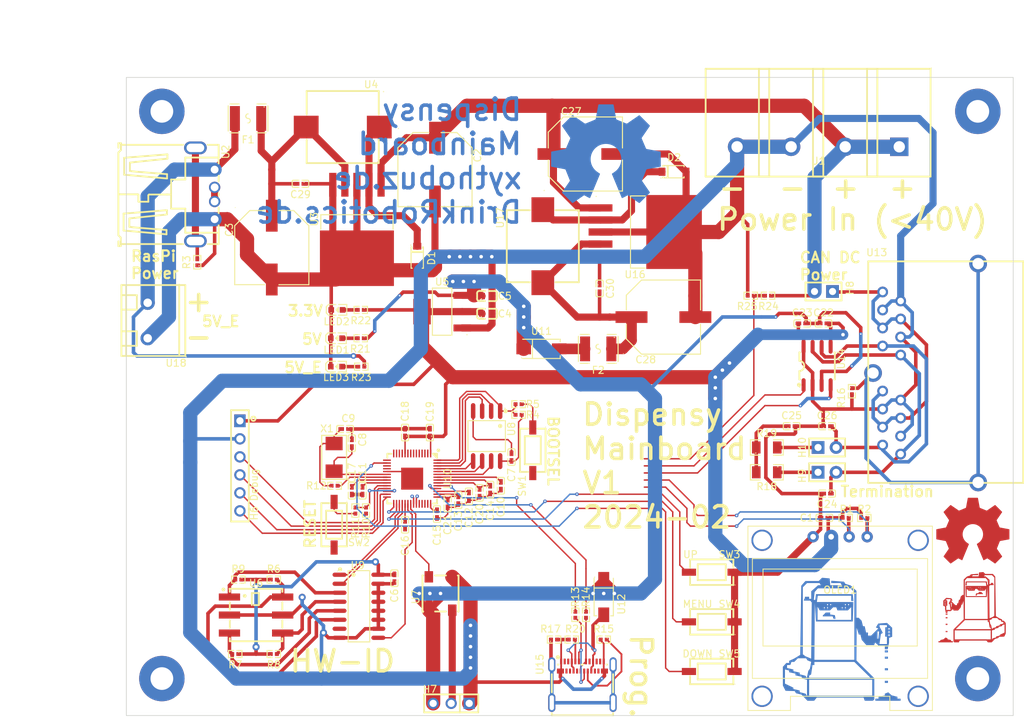
<source format=kicad_pcb>
(kicad_pcb (version 20221018) (generator pcbnew)
  (title_block (title "Dispensy Mainboard") (date "2024-02-05") (rev "1") (company "DrinkRobotics") (comment 1 "https://git.xythobuz.de/thomas/Dispensy") (comment 2 "Licensed under the CERN-OHL-S-2.0+") (comment 3 "PCB Thickness: 1mm") (comment 4 "Copyright (c) 2023 - 2024 Thomas Buck <thomas@xythobuz.de>"))
  (layers (0 "F.Cu" signal) (31 "B.Cu" signal) (34 "B.Paste" user) (35 "F.Paste" user) (36 "B.SilkS" user "B.Silkscreen") (37 "F.SilkS" user "F.Silkscreen") (38 "B.Mask" user) (39 "F.Mask" user) (44 "Edge.Cuts" user))
  (net 0 "")
  (net 1 "GND")
  (net 2 "+3.3V")
  (net 3 "+VDC")
  (net 4 "/EXT_PSU/Vout")
  (net 5 "+5V")
  (net 6 "Net-(U10-XIN)")
  (net 7 "Net-(X1-OSC2)")
  (net 8 "+1V1")
  (net 9 "Net-(U14-CANH)")
  (net 10 "Net-(C25-Pad1)")
  (net 11 "Net-(U14-CANL)")
  (net 12 "/PI/PI_PSU/Vout")
  (net 13 "Net-(U3-OUT)")
  (net 14 "Net-(U16-OUT)")
  (net 15 "/PI/ADC0")
  (net 16 "/PI/ADC1")
  (net 17 "/PI/ADC2")
  (net 18 "/PI/ADC3")
  (net 19 "/PI/IO0")
  (net 20 "/PI/IO1")
  (net 21 "/PI/IO2")
  (net 22 "/PI/IO3")
  (net 23 "/PI/IO4")
  (net 24 "/PI/IO5")
  (net 25 "/PI/IO6")
  (net 26 "/PI/IO7")
  (net 27 "/PI/IO8")
  (net 28 "/PI/IO9")
  (net 29 "/PI/IO10")
  (net 30 "/PI/IO11")
  (net 31 "/PI/IO12")
  (net 32 "/PI/IO13")
  (net 33 "/PI/IO14")
  (net 34 "/PI/IO15")
  (net 35 "/PI/Debug_Clock")
  (net 36 "/PI/Debug_Data")
  (net 37 "/PI/Debug_Tx")
  (net 38 "/PI/Debug_Rx")
  (net 39 "Net-(U7-DO)")
  (net 40 "Net-(H8-Pad1)")
  (net 41 "Net-(H9-Pad1)")
  (net 42 "Net-(H10-Pad1)")
  (net 43 "/PI/I2C_SCL")
  (net 44 "/PI/I2C_SDA")
  (net 45 "Net-(U2-SH1)")
  (net 46 "/PI/SPI_FLASH.SS")
  (net 47 "Net-(R5-Pad1)")
  (net 48 "Net-(U9-D7)")
  (net 49 "Net-(U9-D6)")
  (net 50 "Net-(U9-D5)")
  (net 51 "Net-(U9-D4)")
  (net 52 "Net-(U10-RUN)")
  (net 53 "Net-(R11-Pad2)")
  (net 54 "Net-(U10-XOUT)")
  (net 55 "/PI/USBC.DP")
  (net 56 "Net-(U10-USB_DP)")
  (net 57 "/PI/USBC.DM")
  (net 58 "Net-(U10-USB_DM)")
  (net 59 "Net-(U15-CC2)")
  (net 60 "Net-(R16-Pad1)")
  (net 61 "/PI/USBC.SHIELD")
  (net 62 "Net-(U15-CC1)")
  (net 63 "Net-(U2-D+)")
  (net 64 "/PI/LED_Din")
  (net 65 "/PI/SPI_FLASH.SD1")
  (net 66 "/PI/SPI_FLASH.SD2")
  (net 67 "/PI/SPI_FLASH.SD0")
  (net 68 "/PI/SPI_FLASH.SCLK")
  (net 69 "/PI/SPI_FLASH.SD3")
  (net 70 "/PI/SR_Load")
  (net 71 "/PI/SR_Clock")
  (net 73 "/PI/SR_Data")
  (net 74 "Net-(U10-GPIO24)")
  (net 75 "Net-(U10-GPIO25)")
  (net 76 "/PI/USBC.VBUS")
  (net 87 "Net-(U2-VCC)")
  (net 88 "Net-(U11-A)")
  (net 89 "Net-(LED1-+)")
  (net 90 "Net-(LED2-+)")
  (net 91 "Net-(LED3-+)")
  (footprint "jlc_footprints:HDR-TH_3P-P2.54-V-F" (layer "F.Cu") (at 139.275082 136 180)
    (fp_text reference "H7")
    (fp_text value "WS2812")
  )
  (footprint "jlc_footprints:C0402" (layer "F.Cu") (at 140.275082 107.34763 -90)
    (fp_text reference "C13")
    (fp_text value "1uF")
  )
  (footprint "jlc_footprints:LED0603-RD" (layer "F.Cu") (at 123.101981 88.506858)
    (fp_text reference "LED3")
    (fp_text value "FC-D1608HGK-572C")
  )
  (footprint "jlc_footprints:SW-SMD_L6.1-W3.6-LS6.6" (layer "F.Cu") (at 176 124.5 180)
    (fp_text reference "SW4")
    (fp_text value "MENU")
  )
  (footprint "jlc_footprints:R1206" (layer "F.Cu") (at 183.754966 99.907765)
    (fp_text reference "R19")
    (fp_text value "60R4")
  )
  (footprint "jlc_footprints:TO-263-5_L10.6-W9.6-P1.70-LS15.9-BR" (layer "F.Cu") (at 125.990456 68.034258 90)
    (fp_text reference "U3")
    (fp_text value "LM2576S-5_0_TR")
  )
  (footprint "jlc_footprints:R0402" (layer "F.Cu") (at 127.275082 108.802545 -90)
    (fp_text reference "R10")
    (fp_text value "10K")
  )
  (footprint "jlc_footprints:CAP-SMD_BD10.0-L10.3-W10.3-FD" (layer "F.Cu") (at 158.190482 58.51762)
    (fp_text reference "C27")
    (fp_text value "100uF")
  )
  (footprint "jlc_footprints:CONN-TH_4P-P7.62_L15.2-W31.7-EX4.2" (layer "F.Cu") (at 191 57.5 180)
    (fp_text reference "U1")
    (fp_text value "DBT50G-7_62-4P")
  )
  (footprint "jlc_footprints:R0402" (layer "F.Cu") (at 158.275082 123.5 -90)
    (fp_text reference "R14")
    (fp_text value "27R4")
  )
  (footprint "jlc_footprints:RJ45-TH_DS1129-05-S80BP-X" (layer "F.Cu") (at 206.140469 89.407765 90)
    (fp_text reference "U13")
    (fp_text value "CAN_IO")
  )
  (footprint "jlc_footprints:SOD-123_L2.8-W1.8-LS3.7-RD" (layer "F.Cu") (at 170.690482 61.01762)
    (fp_text reference "D2")
    (fp_text value "MBR340F")
  )
  (footprint "jlc_footprints:C0402" (layer "F.Cu") (at 188.754966 82.407765 180)
    (fp_text reference "C23")
    (fp_text value "47nF")
  )
  (footprint "jlc_footprints:SW-SMD_L6.1-W3.6-LS6.6" (layer "F.Cu") (at 176 117.5 180)
    (fp_text reference "SW3")
    (fp_text value "UP")
  )
  (footprint "jlc_footprints:F1812" (layer "F.Cu") (at 110.646558 53.5 180)
    (fp_text reference "F1")
    (fp_text value "ASMD1812-350-16V")
  )
  (footprint "jlc_footprints:C0402" (layer "F.Cu") (at 126.775082 106 -90)
    (fp_text reference "C11")
    (fp_text value "100nF")
  )
  (footprint "jlc_footprints:CAP-SMD_BD10.0-L10.3-W10.3-FD" (layer "F.Cu") (at 136.990456 60.717646 -90)
    (fp_text reference "C2")
    (fp_text value "100uF")
  )
  (footprint "jlc_footprints:R0402" (layer "F.Cu") (at 114.275082 118.53813)
    (fp_text reference "R6")
    (fp_text value "10K")
  )
  (footprint "jlc_footprints:C0402" (layer "F.Cu") (at 191.874904 109.82738 180)
    (fp_text reference "C1")
    (fp_text value "100nF")
  )
  (footprint "jlc_footprints:R0402" (layer "F.Cu") (at 156.775082 123.5 -90)
    (fp_text reference "R13")
    (fp_text value "27R4")
  )
  (footprint "jlc_footprints:C0402" (layer "F.Cu") (at 138.775082 107.802545 -90)
    (fp_text reference "C21")
    (fp_text value "100nF")
  )
  (footprint "jlc_footprints:C0402" (layer "F.Cu") (at 192.254966 96.907765)
    (fp_text reference "C26")
    (fp_text value "100pF")
  )
  (footprint "jlc_footprints:HDR-TH_6P-P2.54-V-F" (layer "F.Cu") (at 109.5 102.5 -90)
    (fp_text reference "H6")
    (fp_text value "Debug")
  )
  (footprint "jlc_footprints:C0402" (layer "F.Cu") (at 132.775082 110.802545 -90)
    (fp_text reference "C16")
    (fp_text value "100nF")
  )
  (footprint "jlc_footprints:R0402" (layer "F.Cu") (at 126.601981 88.506858 180)
    (fp_text reference "R23")
    (fp_text value "1K")
  )
  (footprint "jlc_footprints:SOT-223-4_L6.5-W3.5-P2.30-LS7.0-BR" (layer "F.Cu") (at 138 80.75)
    (fp_text reference "U5")
    (fp_text value "AMS1117-3_3_C347222")
  )
  (footprint "jlc_footprints:SOIC-8_L5.0-W4.0-P1.27-LS6.0-BL" (layer "F.Cu") (at 190.849962 88.407765)
    (fp_text reference "U14")
    (fp_text value "TJA1042T_3_1J")
  )
  (footprint "jlc_footprints:CONN-TH_XY300V-A-5.0-2P" (layer "F.Cu") (at 96.5 82 90)
    (fp_text reference "U18")
    (fp_text value "XY300V-A-5_0-2P")
  )
  (footprint "jlc_footprints:LED-SMD_4P-L5.0-W5.0-LS5.4-TL-1" (layer "F.Cu") (at 137.775082 120.5 90)
    (fp_text reference "U7")
    (fp_text value "WS2812E-V5")
  )
  (footprint "MountingHole:MountingHole_3.2mm_M3_Pad_TopBottom" (layer "F.Cu") (at 213.5 52.5)
    (fp_text reference "H12" hide)
    (fp_text value "MountingHole" hide)
  )
  (footprint "jlc_footprints:R0402" (layer "F.Cu") (at 103.490456 73.784829 90)
    (fp_text reference "R3")
    (fp_text value "1M")
  )
  (footprint "jlc_footprints:LED0603-RD" (layer "F.Cu") (at 123.169164 80.503429)
    (fp_text reference "LED2")
    (fp_text value "FC-D1608HGK-572C")
  )
  (footprint "jlc_footprints:C0402" (layer "F.Cu") (at 147.775082 101.25746 90)
    (fp_text reference "C7")
    (fp_text value "100nF")
  )
  (footprint "jlc_footprints:C0402" (layer "F.Cu") (at 124.320167 97.302545 180)
    (fp_text reference "C9")
    (fp_text value "27p")
  )
  (footprint "jlc_footprints:HDR-TH_2P-P2.54-V-M-1" (layer "F.Cu") (at 191.754966 77.907765 180)
    (fp_text reference "H8")
    (fp_text value "PWR")
  )
  (footprint "jlc_footprints:R0402" (layer "F.Cu") (at 194.874904 109.82738 180)
    (fp_text reference "R1")
    (fp_text value "10K")
  )
  (footprint "jlc_footprints:R0402" (layer "F.Cu") (at 156.275082 127 180)
    (fp_text reference "R20")
    (fp_text value "5K1")
  )
  (footprint "jlc_footprints:C0402" (layer "F.Cu") (at 132.775082 97.802545 90)
    (fp_text reference "C18")
    (fp_text value "100nF")
  )
  (footprint "jlc_footprints:USB-C-SMD_TYPE-C-USB-18" (layer "F.Cu") (at 157.775082 133)
    (fp_text reference "U15")
    (fp_text value "USB-C")
  )
  (footprint "jlc_footprints:C0402" (layer "F.Cu") (at 141.775082 106.802545 -90)
    (fp_text reference "C12")
    (fp_text value "1uF")
  )
  (footprint "jlc_footprints:OSC-SMD_2P-L5.0-W3.2" (layer "F.Cu") (at 122.775082 101.302545 90)
    (fp_text reference "X1")
    (fp_text value "12MHz")
  )
  (footprint "jlc_footprints:SW-SMD_L6.1-W3.6-LS6.6" (layer "F.Cu") (at 150.775082 100.302545 -90)
    (fp_text reference "SW1")
    (fp_text value "BOOTSEL")
  )
  (footprint "MountingHole:MountingHole_3.2mm_M3_Pad_TopBottom" (layer "F.Cu") (at 98.5 52.5)
    (fp_text reference "H11" hide)
    (fp_text value "MountingHole" hide)
  )
  (footprint "jlc_footprints:TO-263-5_L10.6-W9.6-P1.70-LS15.9-BR" (layer "F.Cu") (at 165.507094 69.51762 180)
    (fp_text reference "U16")
    (fp_text value "LM2576S-5_0_TR")
  )
  (footprint "jlc_footprints:R0402" (layer "F.Cu") (at 183.932817 78.5 180)
    (fp_text reference "R24")
    (fp_text value "147K")
  )
  (footprint "jlc_footprints:R0402" (layer "F.Cu") (at 125.775082 108.802545 -90)
    (fp_text reference "R11")
    (fp_text value "1K")
  )
  (footprint "jlc_footprints:R0402" (layer "F.Cu") (at 122.842265 105.302545)
    (fp_text reference "R12")
    (fp_text value "1K")
  )
  (footprint "jlc_footprints:SW-SMD_L6.1-W3.6-LS6.6" (layer "F.Cu") (at 122.775082 110.802545 -90)
    (fp_text reference "SW2")
    (fp_text value "RESET")
  )
  (footprint "jlc_footprints:R0402" (layer "F.Cu") (at 153.775082 127)
    (fp_text reference "R17")
    (fp_text value "1M")
  )
  (footprint "jlc_footprints:R0402" (layer "F.Cu") (at 148.775082 95.302545 180)
    (fp_text reference "R4")
    (fp_text value "10K")
  )
  (footprint "jlc_footprints:R0402" (layer "F.Cu") (at 160.775082 127 180)
    (fp_text reference "R15")
    (fp_text value "5K1")
  )
  (footprint "jlc_footprints:C0402" (layer "F.Cu") (at 143.275082 106.302545 -90)
    (fp_text reference "C20")
    (fp_text value "100nF")
  )
  (footprint "jlc_footprints:SOIC-8_L5.3-W5.3-P1.27-LS8.0-BL" (layer "F.Cu") (at 144.275082 98.302545 180)
    (fp_text reference "U8")
    (fp_text value "W25Q128JVSIQ")
  )
  (footprint "jlc_footprints:C0402" (layer "F.Cu") (at 192.254966 106.407765 180)
    (fp_text reference "C24")
    (fp_text value "100pF")
  )
  (footprint "jlc_footprints:R0402" (layer "F.Cu") (at 126.534798 80.503429 180)
    (fp_text reference "R22")
    (fp_text value "1K")
  )
  (footprint "jlc_footprints:LED0603-RD" (layer "F.Cu") (at 123.101981 84.503429)
    (fp_text reference "LED1")
    (fp_text value "FC-D1608HGK-572C")
  )
  (footprint "jlc_footprints:SMA_L4.4-W2.8-LS5.4-R-RD" (layer "F.Cu") (at 152 86)
    (fp_text reference "U11")
    (fp_text value "SS54_C22452")
  )
  (footprint "jlc_footprints:F1812" (layer "F.Cu") (at 160 86 180)
    (fp_text reference "F2")
    (fp_text value "ASMD1812-350-16V")
  )
  (footprint "MountingHole:MountingHole_3.2mm_M3_Pad_TopBottom" (layer "F.Cu") (at 213.5 132.5)
    (fp_text reference "H14" hide)
    (fp_text value "MountingHole" hide)
  )
  (footprint "jlc_footprints:CAP-SMD_BD10.0-L10.3-W10.3-LS11.3-FD" (layer "F.Cu") (at 113.990456 71.717646 -90)
    (fp_text reference "C3")
    (fp_text value "1000uF")
  )
  (footprint "jlc_footprints:CAP-SMD_BD10.0-L10.3-W10.3-LS11.3-FD" (layer "F.Cu") (at 169.190482 81.51762)
    (fp_text reference "C28")
    (fp_text value "1000uF")
  )
  (footprint "jlc_footprints:C0402" (layer "F.Cu") (at 146.275082 105.302545 -90)
    (fp_text reference "C10")
    (fp_text value "100nF")
  )
  (footprint "jlc_footprints:C0603" (layer "F.Cu") (at 144.3349 78.549975)
    (fp_text reference "C5")
    (fp_text value "10uF")
  )
  (footprint "jlc_footprints:C0402" (layer "F.Cu") (at 136.275082 97.802545 90)
    (fp_text reference "C19")
    (fp_text value "100nF")
  )
  (footprint "jlc_footprints:R0402" (layer "F.Cu") (at 181.5 78.5 180)
    (fp_text reference "R25")
    (fp_text value "10K")
  )
  (footprint "jlc_footprints:C0402" (layer "F.Cu") (at 137.275082 109.302545 -90)
    (fp_text reference "C15")
    (fp_text value "100nF")
  )
  (footprint "jlc_footprints:R0402" (layer "F.Cu") (at 195.754966 91.974948 -90)
    (fp_text reference "R16")
    (fp_text value "1M")
  )
  (footprint "jlc_footprints:SMA_L4.4-W2.8-LS5.4-R-RD" (layer "F.Cu") (at 160.775082 121 -90)
    (fp_text reference "U12")
    (fp_text value "SS54_C22452")
  )
  (footprint "jlc_footprints:R0402" (layer "F.Cu") (at 148.775082 93.802545 180)
    (fp_text reference "R5")
    (fp_text value "1K")
  )
  (footprint "jlc_footprints:SW-SMD_SM_SKCR-16S" (layer "F.Cu") (at 111.775082 123.53813 90)
    (fp_text reference "U6")
    (fp_text value "SKCR-16S")
  )
  (footprint "jlc_footprints:C0603" (layer "F.Cu") (at 144.3349 81.049975)
    (fp_text reference "C4")
    (fp_text value "10uF")
  )
  (footprint "jlc_footprints:C0402" (layer "F.Cu") (at 187.254966 96.907765)
    (fp_text reference "C25")
    (fp_text value "4.7nF")
  )
  (footprint "jlc_footprints:C0402" (layer "F.Cu") (at 144.775082 105.84763 -90)
    (fp_text reference "C14")
    (fp_text value "100nF")
  )
  (footprint "jlc_footprints:R1206" (layer "F.Cu") (at 183.754966 103.407765 180)
    (fp_text reference "R18")
    (fp_text value "60R4")
  )
  (footprint "jlc_footprints:USB-A-TH_USB-302-T" (layer "F.Cu") (at 104.581769 64.217646 -90)
    (fp_text reference "U2")
    (fp_text value "USB-A")
  )
  (footprint "jlc_footprints:C0402" (layer "F.Cu") (at 131.275082 118.34763 90)
    (fp_text reference "C6")
    (fp_text value "100nF")
  )
  (footprint "jlc_footprints:SOIC-16_L9.9-W3.9-P1.27-LS6.0-BL" (layer "F.Cu") (at 126.275082 122.302545 -90)
    (fp_text reference "U9")
    (fp_text value "74HC165D,653")
  )
  (footprint "jlc_footprints:R0402" (layer "F.Cu") (at 197.5 109.845 180)
    (fp_text reference "R2")
    (fp_text value "10K")
  )
  (footprint "MountingHole:MountingHole_3.2mm_M3_Pad_TopBottom" (layer "F.Cu") (at 98.5 132.5)
    (fp_text reference "H13" hide)
    (fp_text value "MountingHole" hide)
  )
  (footprint "jlc_footprints:SOD-123_L2.8-W1.8-LS3.7-RD" (layer "F.Cu") (at 134.490456 73.217646 -90)
    (fp_text reference "D1")
    (fp_text value "MBR340F")
  )
  (footprint "jlc_footprints:SW-SMD_L6.1-W3.6-LS6.6" (layer "F.Cu") (at 176 131.5 180)
    (fp_text reference "SW5")
    (fp_text value "DOWN")
  )
  (footprint "jlc_footprints:IND-SMD_L11.5-W10.0_YSPI1050" (layer "F.Cu") (at 152.190482 71.51762 -90)
    (fp_text reference "U17")
    (fp_text value "100uH")
  )
  (footprint "jlc_footprints:LQFN-56_L7.0-W7.0-P0.4-EP" (layer "F.Cu") (at 133.774955 104.302545 -90)
    (fp_text reference "U10")
    (fp_text value "RP2040")
  )
  (footprint "jlc_footprints:IND-SMD_L11.5-W10.0_YSPI1050" (layer "F.Cu") (at 123.990456 54.717646 180)
    (fp_text reference "U4")
    (fp_text value "100uH")
  )
  (footprint "jlc_footprints:R0402" (layer "F.Cu") (at 114.275082 129.03813)
    (fp_text reference "R8")
    (fp_text value "10K")
  )
  (footprint "jlc_footprints:R0402" (layer "F.Cu") (at 126.534798 84.503429 180)
    (fp_text reference "R21")
    (fp_text value "1K")
  )
  (footprint "jlc_footprints:C0402" (layer "F.Cu") (at 125.275082 99.302545 -90)
    (fp_text reference "C8")
    (fp_text value "27p")
  )
  (footprint "jlc_footprints:C0402" (layer "F.Cu") (at 118.035541 62.717646 180)
    (fp_text reference "C29")
    (fp_text value "100nF")
  )
  (footprint "jlc_footprints:R0402" (layer "F.Cu") (at 109.275082 118.53813 180)
    (fp_text reference "R9")
    (fp_text value "10K")
  )
  (footprint "extern:SSD1306_0.96_Oled" (layer "F.Cu") (at 181.095 137)
    (fp_text reference "OLED1")
    (fp_text value "SSD1306")
  )
  (footprint "jlc_footprints:C0402" (layer "F.Cu") (at 191.754966 82.407765)
    (fp_text reference "C22")
    (fp_text value "100nF")
  )
  (footprint "jlc_footprints:C0402" (layer "F.Cu") (at 125.275082 106 -90)
    (fp_text reference "C17")
    (fp_text value "100nF")
  )
  (footprint "jlc_footprints:HDR-TH_2P-P2.54-V-M-1" (layer "F.Cu") (at 192.254966 99.907765)
    (fp_text reference "H10")
    (fp_text value "T_CL")
  )
  (footprint "jlc_footprints:R0402" (layer "F.Cu") (at 108.842265 129.03813 180)
    (fp_text reference "R7")
    (fp_text value "10K")
  )
  (footprint "jlc_footprints:HDR-TH_2P-P2.54-V-M-1" (layer "F.Cu") (at 192.254966 103.407765)
    (fp_text reference "H9")
    (fp_text value "T_CH")
  )
  (footprint "jlc_footprints:C0402" (layer "F.Cu") (at 160.190482 77.472535 -90)
    (fp_text reference "C30")
    (fp_text value "100nF")
  )
  (gr_poly (pts (xy 214.097024 120.401698) (xy 214.217977 120.522651) (xy 214.217977 120.591191) (xy 213.42305 120.591191) (xy 213.390125 120.689968) (xy 213.357199 120.788746) (xy 213.18956 120.788746) (xy 213.2178 120.640579) (xy 213.24604 120.492413) (xy 213.435675 120.465358) (xy 213.62531 120.438302) (xy 213.62531 120.280746) (xy 213.976071 120.280746)) (fill solid) (layer "F.Cu"))
  (gr_poly (pts (xy 213.454103 106.998476) (xy 213.457027 106.998694) (xy 213.459938 106.999052) (xy 213.46283 106.999547) (xy 213.465699 107.000176) (xy 213.468542 107.000934) (xy 213.471352 107.001819) (xy 213.474127 107.002826) (xy 213.476862 107.003953) (xy 213.479552 107.005195) (xy 213.482193 107.006548) (xy 213.484781 107.008011) (xy 213.487311 107.009577) (xy 213.489779 107.011245) (xy 213.492181 107.01301) (xy 213.494512 107.01487) (xy 213.496768 107.016819) (xy 213.498944 107.018855) (xy 213.501037 107.020975) (xy 213.503042 107.023174) (xy 213.504954 107.025448) (xy 213.506769 107.027795) (xy 213.508483 107.030211) (xy 213.510091 107.032692) (xy 213.51159 107.035235) (xy 213.512974 107.037835) (xy 213.51424 107.04049) (xy 213.515382 107.043195) (xy 213.516397 107.045948) (xy 213.51728 107.048744) (xy 213.518028 107.051581) (xy 213.518635 107.054453) (xy 213.541237 107.175457) (xy 213.56207 107.287672) (xy 213.762126 108.362896) (xy 213.762739 108.365792) (xy 213.763484 108.368698) (xy 213.765352 108.374521) (xy 213.767698 108.380327) (xy 213.770488 108.386078) (xy 213.773691 108.391735) (xy 213.777273 108.397261) (xy 213.781201 108.402617) (xy 213.785443 108.407766) (xy 213.789966 108.41267) (xy 213.794737 108.41729) (xy 213.799723 108.421588) (xy 213.804892 108.425527) (xy 213.810211 108.429068) (xy 213.815647 108.432174) (xy 213.818398 108.433551) (xy 213.821167 108.434806) (xy 213.823948 108.435932) (xy 213.826738 108.436926) (xy 214.703733 108.795886) (xy 214.709199 108.798277) (xy 214.714991 108.800275) (xy 214.721058 108.801882) (xy 214.72735 108.803102) (xy 214.733815 108.803938) (xy 214.740405 108.804394) (xy 214.747068 108.804472) (xy 214.753754 108.804176) (xy 214.760413 108.80351) (xy 214.766994 108.802476) (xy 214.773446 108.801079) (xy 214.77972 108.799321) (xy 214.785765 108.797206) (xy 214.79153 108.794737) (xy 214.796966 108.791918) (xy 214.802021 108.788751) (xy 215.699392 108.172885) (xy 215.793512 108.108274) (xy 215.894996 108.038639) (xy 215.897458 108.037038) (xy 215.899995 108.035561) (xy 215.902599 108.034209) (xy 215.905265 108.03298) (xy 215.907989 108.031875) (xy 215.910763 108.030893) (xy 215.913583 108.030033) (xy 215.916443 108.029295) (xy 215.919337 108.028678) (xy 215.92226 108.028181) (xy 215.928168 108.027549) (xy 215.934123 108.027393) (xy 215.940079 108.027709) (xy 215.945992 108.028493) (xy 215.951817 108.029742) (xy 215.957508 108.031451) (xy 215.960289 108.032476) (xy 215.96302 108.033615) (xy 215.965695 108.034866) (xy 215.968308 108.03623) (xy 215.970855 108.037706) (xy 215.973328 108.039293) (xy 215.975723 108.040991) (xy 215.978034 108.042799) (xy 215.980255 108.044717) (xy 215.98238 108.046744) (xy 216.069424 108.13373) (xy 216.150188 108.214495) (xy 216.402299 108.46672) (xy 216.483007 108.547427) (xy 216.735232 108.799652) (xy 216.81594 108.88036) (xy 216.902925 108.967346) (xy 216.904952 108.969477) (xy 216.906869 108.971702) (xy 216.908677 108.974017) (xy 216.910374 108.976415) (xy 216.91196 108.978891) (xy 216.913435 108.981439) (xy 216.916048 108.986731) (xy 216.918209 108.992244) (xy 216.919915 108.997935) (xy 216.921162 109.003758) (xy 216.921946 109.009669) (xy 216.922264 109.015622) (xy 216.92211 109.021574) (xy 216.921482 109.027478) (xy 216.920375 109.033292) (xy 216.918786 109.038968) (xy 216.91781 109.041741) (xy 216.916711 109.044464) (xy 216.91549 109.047129) (xy 216.914146 109.049733) (xy 216.912679 109.052269) (xy 216.911088 109.054731) (xy 216.841396 109.156215) (xy 216.776841 109.250393) (xy 216.173933 110.128929) (xy 216.170781 110.134001) (xy 216.167982 110.139444) (xy 216.16554 110.145209) (xy 216.163459 110.151246) (xy 216.161742 110.157505) (xy 216.160392 110.163936) (xy 216.159413 110.17049) (xy 216.158807 110.177116) (xy 216.158579 110.183765) (xy 216.158731 110.190387) (xy 216.159268 110.196932) (xy 216.160191 110.203351) (xy 216.161506 110.209592) (xy 216.163214 110.215607) (xy 216.165319 110.221346) (xy 216.167826 110.226759) (xy 216.555667 111.131379) (xy 216.557861 111.13693) (xy 216.560565 111.142431) (xy 216.563741 111.147848) (xy 216.567351 111.15315) (xy 216.571355 111.158303) (xy 216.575716 111.163274) (xy 216.580395 111.16803) (xy 216.585354 111.172539) (xy 216.590555 111.176768) (xy 216.595958 111.180684) (xy 216.601527 111.184254) (xy 216.607221 111.187445) (xy 216.613004 111.190224) (xy 216.618836 111.192559) (xy 216.624679 111.194416) (xy 216.630495 111.195763) (xy 217.66217 111.387657) (xy 217.774441 111.40849) (xy 217.895445 111.431036) (xy 217.898323 111.431653) (xy 217.901164 111.432409) (xy 217.903965 111.4333) (xy 217.906721 111.434321) (xy 217.909431 111.435469) (xy 217.912089 111.436739) (xy 217.914693 111.438127) (xy 217.917238 111.439629) (xy 217.919721 111.441239) (xy 217.922139 111.442955) (xy 217.926764 111.446685) (xy 217.931085 111.450783) (xy 217.935071 111.455215) (xy 217.938695 111.459948) (xy 217.941927 111.464947) (xy 217.94474 111.470178) (xy 217.94598 111.47287) (xy 217.947103 111.475607) (xy 217.948108 111.478385) (xy 217.94899 111.4812) (xy 217.949745 111.484046) (xy 217.950369 111.486921) (xy 217.95086 111.48982) (xy 217.951214 111.492738) (xy 217.951427 111.495671) (xy 217.951495 111.498616) (xy 217.951437 111.621674) (xy 217.951437 111.73583) (xy 217.951381 112.092563) (xy 217.951381 112.800495) (xy 217.951307 112.803434) (xy 217.95109 112.806364) (xy 217.950732 112.809279) (xy 217.950236 112.812175) (xy 217.949608 112.815048) (xy 217.948849 112.817894) (xy 217.947964 112.820708) (xy 217.946956 112.823486) (xy 217.945829 112.826224) (xy 217.944587 112.828916) (xy 217.943233 112.83156) (xy 217.94177 112.83415) (xy 217.940202 112.836682) (xy 217.938533 112.839152) (xy 217.936767 112.841555) (xy 217.934906 112.843888) (xy 217.932955 112.846145) (xy 217.930918 112.848323) (xy 217.928796 112.850416) (xy 217.926596 112.852422) (xy 217.924319 112.854334) (xy 217.921969 112.85615) (xy 217.919551 112.857865) (xy 217.917067 112.859473) (xy 217.914521 112.860972) (xy 217.911918 112.862357) (xy 217.909259 112.863622) (xy 217.90655 112.864765) (xy 217.903793 112.86578) (xy 217.900992 112.866663) (xy 217.898151 112.867411) (xy 217.895273 112.868017) (xy 217.774383 112.890506) (xy 217.662112 112.911453) (xy 216.661431 113.09764) (xy 216.658536 113.098243) (xy 216.655633 113.09898) (xy 216.652726 113.099846) (xy 216.649821 113.100838) (xy 216.644034 113.103181) (xy 216.638309 113.105974) (xy 216.632684 113.109185) (xy 216.627196 113.112781) (xy 216.621883 113.116727) (xy 216.616782 113.120991) (xy 216.611932 113.12554) (xy 216.607369 113.130339) (xy 216.603132 113.135356) (xy 216.599258 113.140557) (xy 216.595784 113.145909) (xy 216.592749 113.151379) (xy 216.591407 113.154147) (xy 216.59019 113.156932) (xy 216.5891 113.15973) (xy 216.588144 113.162537) (xy 216.202985 114.124805) (xy 216.200595 114.130272) (xy 216.198603 114.136066) (xy 216.197004 114.142135) (xy 216.195794 114.148431) (xy 216.19497 114.154901) (xy 216.194528 114.161495) (xy 216.194464 114.168163) (xy 216.194773 114.174855) (xy 216.195452 114.181519) (xy 216.196498 114.188105) (xy 216.197905 114.194562) (xy 216.19967 114.20084) (xy 216.20179 114.206888) (xy 216.204259 114.212656) (xy 216.207075 114.218094) (xy 216.210234 114.223149) (xy 216.776899 115.048832) (xy 216.841511 115.142895) (xy 216.911202 115.244492) (xy 216.912803 115.246955) (xy 216.91428 115.249491) (xy 216.915632 115.252096) (xy 216.916861 115.254762) (xy 216.917966 115.257486) (xy 216.918948 115.26026) (xy 216.919809 115.26308) (xy 216.920547 115.26594) (xy 216.921165 115.268834) (xy 216.921661 115.271756) (xy 216.922295 115.277665) (xy 216.922453 115.28362) (xy 216.922139 115.289576) (xy 216.921357 115.295489) (xy 216.920113 115.301314) (xy 216.918409 115.307005) (xy 216.917386 115.309786) (xy 216.91625 115.312517) (xy 216.915002 115.315192) (xy 216.913641 115.317806) (xy 216.912169 115.320352) (xy 216.910586 115.322825) (xy 216.908892 115.32522) (xy 216.907089 115.327531) (xy 216.905176 115.329752) (xy 216.903154 115.331878) (xy 216.816054 115.418865) (xy 216.735346 115.499571) (xy 216.483007 115.751797) (xy 216.402299 115.832505) (xy 216.150188 116.084672) (xy 216.069424 116.165437) (xy 215.982438 116.252423) (xy 215.980313 116.254445) (xy 215.978091 116.256358) (xy 215.975781 116.258162) (xy 215.973386 116.259855) (xy 215.970912 116.261439) (xy 215.968366 116.262911) (xy 215.963077 116.26552) (xy 215.957565 116.267678) (xy 215.951874 116.269382) (xy 215.94605 116.270627) (xy 215.940137 116.271409) (xy 215.93418 116.271723) (xy 215.928225 116.271565) (xy 215.922317 116.270931) (xy 215.9165 116.269817) (xy 215.91082 116.268218) (xy 215.908046 116.267235) (xy 215.905322 116.26613) (xy 215.902656 116.264901) (xy 215.900051 116.263549) (xy 215.897515 116.262072) (xy 215.895052 116.260471) (xy 215.793512 116.190894) (xy 215.699448 116.126338) (xy 214.891688 115.572004) (xy 214.886644 115.568867) (xy 214.88124 115.566114) (xy 214.875525 115.563747) (xy 214.869549 115.561766) (xy 214.863361 115.560174) (xy 214.857011 115.558971) (xy 214.850548 115.55816) (xy 214.844022 115.557741) (xy 214.837482 115.557716) (xy 214.830977 115.558087) (xy 214.824556 115.558854) (xy 214.81827 115.56002) (xy 214.812168 115.561585) (xy 214.806299 115.563551) (xy 214.800712 115.56592) (xy 214.795456 115.568693) (xy 214.62782 115.663099) (xy 214.577421 115.689769) (xy 214.550445 115.70381) (xy 214.526679 115.71601) (xy 214.353049 115.804936) (xy 214.350409 115.806197) (xy 214.347746 115.807306) (xy 214.345066 115.808263) (xy 214.342372 115.809072) (xy 214.33967 115.809734) (xy 214.336964 115.810249) (xy 214.334258 115.810621) (xy 214.331558 115.810851) (xy 214.328867 115.81094) (xy 214.326191 115.810891) (xy 214.323534 115.810704) (xy 214.320901 115.810382) (xy 214.318296 115.809927) (xy 214.315724 115.80934) (xy 214.31319 115.808622) (xy 214.310698 115.807776) (xy 214.308252 115.806803) (xy 214.305858 115.805705) (xy 214.303521 115.804484) (xy 214.301244 115.803142) (xy 214.299032 115.801679) (xy 214.29689 115.800098) (xy 214.294822 115.798401) (xy 214.292834 115.796589) (xy 214.29093 115.794664) (xy 214.289114 115.792627) (xy 214.287391 115.790481) (xy 214.285765 115.788227) (xy 214.284242 115.785867) (xy 214.282826 115.783403) (xy 214.281521 115.780835) (xy 214.280333 115.778167) (xy 214.205675 115.597917) (xy 214.162011 115.492438) (xy 213.461272 113.799008) (xy 213.417665 113.693643) (xy 213.368007 113.573666) (xy 213.366954 113.570925) (xy 213.36604 113.568141) (xy 213.365263 113.565321) (xy 213.364623 113.562469) (xy 213.364116 113.55959) (xy 213.363743 113.556691) (xy 213.3635 113.553776) (xy 213.363386 113.55085) (xy 213.363399 113.547919) (xy 213.363537 113.544988) (xy 213.3638 113.542062) (xy 213.364184 113.539147) (xy 213.364689 113.536247) (xy 213.365313 113.533369) (xy 213.366053 113.530517) (xy 213.366908 113.527697) (xy 213.367877 113.524914) (xy 213.368957 113.522173) (xy 213.370148 113.519479) (xy 213.371446 113.516839) (xy 213.372851 113.514256) (xy 213.374361 113.511737) (xy 213.375973 113.509286) (xy 213.377687 113.506909) (xy 213.3795 113.504612) (xy 213.381411 113.502399) (xy 213.383418 113.500275) (xy 213.38552 113.498247) (xy 213.387714 113.496319) (xy 213.389998 113.494496) (xy 213.392372 113.492784) (xy 213.394833 113.491189) (xy 213.505507 113.423438) (xy 213.513507 113.418351) (xy 213.522035 113.412551) (xy 213.530934 113.406164) (xy 213.540046 113.399316) (xy 213.549214 113.392133) (xy 213.558281 113.384742) (xy 213.56709 113.37727) (xy 213.575484 113.369842) (xy 213.64878 113.319652) (xy 213.718732 113.265162) (xy 213.785151 113.206561) (xy 213.847844 113.144039) (xy 213.90662 113.077787) (xy 213.961289 113.007992) (xy 214.011659 112.934845) (xy 214.057538 112.858536) (xy 214.098736 112.779253) (xy 214.135061 112.697187) (xy 214.166323 112.612526) (xy 214.192329 112.525461) (xy 214.212889 112.436181) (xy 214.227811 112.344876) (xy 214.236905 112.251735) (xy 214.239979 112.156947) (xy 214.238105 112.082853) (xy 214.232545 112.009732) (xy 214.223388 111.937674) (xy 214.210726 111.866769) (xy 214.194649 111.797109) (xy 214.175247 111.728783) (xy 214.15261 111.661882) (xy 214.12683 111.596497) (xy 214.097996 111.532717) (xy 214.066199 111.470634) (xy 214.03153 111.410338) (xy 213.994078 111.35192) (xy 213.953935 111.295469) (xy 213.911191 111.241077) (xy 213.865937 111.188833) (xy 213.818262 111.138828) (xy 213.768258 111.091154) (xy 213.716014 111.045899) (xy 213.661621 111.003155) (xy 213.605171 110.963012) (xy 213.546752 110.925561) (xy 213.486456 110.890891) (xy 213.424373 110.859094) (xy 213.360594 110.830261) (xy 213.295209 110.80448) (xy 213.228308 110.781844) (xy 213.159982 110.762441) (xy 213.090322 110.746364) (xy 213.019417 110.733702) (xy 212.947359 110.724545) (xy 212.874238 110.718985) (xy 212.800144 110.717112) (xy 212.726055 110.718985) (xy 212.652939 110.724545) (xy 212.580885 110.733702) (xy 212.509985 110.746364) (xy 212.440328 110.762441) (xy 212.372006 110.781844) (xy 212.305109 110.80448) (xy 212.239727 110.830261) (xy 212.17595 110.859094) (xy 212.11387 110.890891) (xy 212.053576 110.925561) (xy 211.99516 110.963012) (xy 211.938711 111.003155) (xy 211.884321 111.045899) (xy 211.832078 111.091154) (xy 211.782075 111.138828) (xy 211.734402 111.188833) (xy 211.689148 111.241077) (xy 211.646405 111.295469) (xy 211.606263 111.35192) (xy 211.568812 111.410338) (xy 211.534144 111.470634) (xy 211.502347 111.532717) (xy 211.473514 111.596497) (xy 211.447734 111.661882) (xy 211.425097 111.728783) (xy 211.405695 111.797109) (xy 211.389618 111.866769) (xy 211.376956 111.937674) (xy 211.367799 112.009732) (xy 211.362239 112.082853) (xy 211.360366 112.156947) (xy 211.361138 112.20453) (xy 211.363439 112.251725) (xy 211.367244 112.29851) (xy 211.372531 112.344859) (xy 211.379274 112.390751) (xy 211.38745 112.43616) (xy 211.397036 112.481063) (xy 211.408007 112.525437) (xy 211.420339 112.569257) (xy 211.434009 112.612501) (xy 211.448992 112.655143) (xy 211.465265 112.697161) (xy 211.482804 112.738531) (xy 211.501585 112.779229) (xy 211.542778 112.858514) (xy 211.588652 112.934826) (xy 211.639017 113.007977) (xy 211.693681 113.077775) (xy 211.752453 113.144031) (xy 211.815142 113.206556) (xy 211.881558 113.265159) (xy 211.951509 113.319651) (xy 212.024804 113.369842) (xy 212.033216 113.377272) (xy 212.042039 113.38475) (xy 212.051114 113.392148) (xy 212.060285 113.399337) (xy 212.069394 113.406189) (xy 212.078285 113.412575) (xy 212.086799 113.418368) (xy 212.094781 113.423438) (xy 212.205512 113.491189) (xy 212.207978 113.492784) (xy 212.210357 113.494496) (xy 212.212646 113.496319) (xy 212.214844 113.498247) (xy 212.216949 113.500275) (xy 212.21896 113.502399) (xy 212.22269 113.506909) (xy 212.226021 113.511737) (xy 212.228939 113.516839) (xy 212.23143 113.522173) (xy 212.233479 113.527697) (xy 212.235074 113.533369) (xy 212.236201 113.539147) (xy 212.236844 113.544988) (xy 212.236991 113.55085) (xy 212.236628 113.556691) (xy 212.236251 113.55959) (xy 212.235741 113.562469) (xy 212.235096 113.565321) (xy 212.234315 113.568141) (xy 212.233396 113.570925) (xy 212.232338 113.573666) (xy 212.182737 113.693643) (xy 212.139016 113.799008) (xy 211.438276 115.492438) (xy 211.394555 115.597917) (xy 211.320012 115.778167) (xy 211.318824 115.780835) (xy 211.317519 115.783403) (xy 211.316103 115.785867) (xy 211.31458 115.788227) (xy 211.312954 115.790481) (xy 211.311231 115.792627) (xy 211.309415 115.794664) (xy 211.307511 115.796589) (xy 211.305522 115.798401) (xy 211.303455 115.800098) (xy 211.301313 115.801679) (xy 211.299101 115.803142) (xy 211.296824 115.804484) (xy 211.294486 115.805705) (xy 211.292092 115.806803) (xy 211.289647 115.807776) (xy 211.287155 115.808622) (xy 211.28462 115.80934) (xy 211.282049 115.809927) (xy 211.279444 115.810382) (xy 211.27681 115.810704) (xy 211.274153 115.810891) (xy 211.271477 115.81094) (xy 211.268787 115.810851) (xy 211.266086 115.810621) (xy 211.263381 115.810249) (xy 211.260675 115.809734) (xy 211.257972 115.809072) (xy 211.255279 115.808263) (xy 211.252598 115.807306) (xy 211.249936 115.806197) (xy 211.247295 115.804936) (xy 211.073609 115.71601) (xy 211.022938 115.689769) (xy 210.972524 115.663099) (xy 210.804831 115.568693) (xy 210.799586 115.56592) (xy 210.794007 115.563551) (xy 210.788146 115.561585) (xy 210.78205 115.56002) (xy 210.775769 115.558854) (xy 210.769354 115.558087) (xy 210.762852 115.557716) (xy 210.756315 115.557741) (xy 210.749791 115.55816) (xy 210.74333 115.558971) (xy 210.736981 115.560174) (xy 210.730795 115.561766) (xy 210.724819 115.563747) (xy 210.719104 115.566114) (xy 210.7137 115.568867) (xy 210.708656 115.572004) (xy 209.900896 116.126338) (xy 209.806775 116.190894) (xy 209.705349 116.260471) (xy 209.702886 116.262072) (xy 209.70035 116.263549) (xy 209.697745 116.264901) (xy 209.695079 116.26613) (xy 209.692355 116.267235) (xy 209.689581 116.268218) (xy 209.686761 116.269078) (xy 209.683901 116.269817) (xy 209.681007 116.270434) (xy 209.678084 116.270931) (xy 209.672176 116.271565) (xy 209.666221 116.271723) (xy 209.660265 116.271409) (xy 209.654351 116.270627) (xy 209.648527 116.269382) (xy 209.642836 116.267678) (xy 209.640055 116.266656) (xy 209.637324 116.26552) (xy 209.634649 116.264271) (xy 209.632035 116.262911) (xy 209.629489 116.261439) (xy 209.627016 116.259855) (xy 209.624621 116.258162) (xy 209.62231 116.256358) (xy 209.620089 116.254445) (xy 209.617963 116.252423) (xy 209.530863 116.165437) (xy 209.450155 116.084672) (xy 209.198045 115.832619) (xy 209.117337 115.751911) (xy 208.864997 115.499571) (xy 208.78429 115.418865) (xy 208.697247 115.331878) (xy 208.69522 115.329747) (xy 208.693302 115.327522) (xy 208.691495 115.325207) (xy 208.689798 115.322809) (xy 208.688212 115.320333) (xy 208.686738 115.317785) (xy 208.684125 115.312493) (xy 208.681965 115.30698) (xy 208.68026 115.301289) (xy 208.679015 115.295466) (xy 208.678233 115.289555) (xy 208.677919 115.283602) (xy 208.678077 115.27765) (xy 208.678709 115.271745) (xy 208.679822 115.265932) (xy 208.681417 115.260256) (xy 208.682397 115.257482) (xy 208.6835 115.25476) (xy 208.684725 115.252094) (xy 208.686073 115.249491) (xy 208.687546 115.246955) (xy 208.689142 115.244492) (xy 208.758833 115.142895) (xy 208.823445 115.048832) (xy 209.390053 114.223149) (xy 209.393221 114.218093) (xy 209.396044 114.212654) (xy 209.398518 114.206884) (xy 209.400641 114.200832) (xy 209.402407 114.19455) (xy 209.403814 114.18809) (xy 209.404858 114.1815) (xy 209.405535 114.174833) (xy 209.405841 114.16814) (xy 209.405773 114.16147) (xy 209.405328 114.154875) (xy 209.4045 114.148406) (xy 209.403288 114.142114) (xy 209.401686 114.136049) (xy 209.399692 114.130262) (xy 209.397301 114.124805) (xy 209.012143 113.162537) (xy 209.011192 113.15973) (xy 209.010107 113.156932) (xy 209.007557 113.151379) (xy 209.004529 113.145909) (xy 209.001062 113.140557) (xy 208.997192 113.135356) (xy 208.992958 113.130339) (xy 208.988397 113.12554) (xy 208.983548 113.120991) (xy 208.978446 113.116727) (xy 208.973131 113.112781) (xy 208.96764 113.109185) (xy 208.96201 113.105974) (xy 208.956279 113.103181) (xy 208.950484 113.100838) (xy 208.944664 113.09898) (xy 208.941756 113.098243) (xy 208.938856 113.09764) (xy 207.938231 112.911453) (xy 207.82596 112.890506) (xy 207.705013 112.868017) (xy 207.702135 112.867411) (xy 207.699293 112.866663) (xy 207.696492 112.86578) (xy 207.693734 112.864765) (xy 207.691023 112.863622) (xy 207.688363 112.862357) (xy 207.685758 112.860972) (xy 207.68321 112.859474) (xy 207.680724 112.857865) (xy 207.678304 112.85615) (xy 207.673672 112.852422) (xy 207.669345 112.848323) (xy 207.665351 112.843888) (xy 207.661719 112.839152) (xy 207.658478 112.83415) (xy 207.655656 112.828916) (xy 207.654411 112.826224) (xy 207.653282 112.823486) (xy 207.652273 112.820708) (xy 207.651386 112.817894) (xy 207.650626 112.815048) (xy 207.649996 112.812175) (xy 207.6495 112.809279) (xy 207.649141 112.806364) (xy 207.648923 112.803434) (xy 207.648849 112.800495) (xy 207.648849 111.621674) (xy 207.648792 111.498616) (xy 207.648865 111.495671) (xy 207.649082 111.492738) (xy 207.649441 111.48982) (xy 207.649936 111.486921) (xy 207.650565 111.484046) (xy 207.651323 111.4812) (xy 207.652208 111.478385) (xy 207.653216 111.475607) (xy 207.654343 111.47287) (xy 207.655585 111.470178) (xy 207.65694 111.467536) (xy 207.658402 111.464947) (xy 207.65997 111.462417) (xy 207.661639 111.459948) (xy 207.663405 111.457546) (xy 207.665266 111.455215) (xy 207.667217 111.452959) (xy 207.669254 111.450783) (xy 207.671376 111.44869) (xy 207.673576 111.446685) (xy 207.675853 111.444772) (xy 207.678203 111.442955) (xy 207.680621 111.441239) (xy 207.683105 111.439629) (xy 207.685651 111.438127) (xy 207.688255 111.436739) (xy 207.690913 111.435469) (xy 207.693623 111.434321) (xy 207.69638 111.4333) (xy 207.69918 111.432409) (xy 207.702021 111.431653) (xy 207.704899 111.431036) (xy 207.825904 111.40849) (xy 207.938174 111.387657) (xy 208.969849 111.195763) (xy 208.972751 111.195155) (xy 208.975665 111.194416) (xy 208.981508 111.192559) (xy 208.987341 111.190224) (xy 208.993124 111.187445) (xy 208.998819 111.184254) (xy 209.004389 111.180684) (xy 209.009794 111.176768) (xy 209.014997 111.172539) (xy 209.019959 111.16803) (xy 209.024642 111.163274) (xy 209.029008 111.158303) (xy 209.033018 111.15315) (xy 209.036634 111.147848) (xy 209.039817 111.142431) (xy 209.04253 111.13693) (xy 209.043698 111.134159) (xy 209.044735 111.131379) (xy 209.432518 110.226759) (xy 209.435015 110.221347) (xy 209.437113 110.215607) (xy 209.438817 110.209592) (xy 209.440128 110.203351) (xy 209.44105 110.196932) (xy 209.441587 110.190387) (xy 209.441741 110.183765) (xy 209.441515 110.177116) (xy 209.440912 110.17049) (xy 209.439937 110.163936) (xy 209.43859 110.157505) (xy 209.436877 110.151246) (xy 209.434799 110.145209) (xy 209.43236 110.139444) (xy 209.429563 110.134001) (xy 209.426411 110.128929) (xy 208.823502 109.250393) (xy 208.758948 109.156215) (xy 208.689313 109.054731) (xy 208.687711 109.052269) (xy 208.686235 109.049733) (xy 208.684882 109.04713) (xy 208.683654 109.044464) (xy 208.682549 109.041742) (xy 208.681567 109.038968) (xy 208.680706 109.03615) (xy 208.679968 109.033292) (xy 208.679351 109.0304) (xy 208.678855 109.027479) (xy 208.678222 109.021574) (xy 208.678066 109.015622) (xy 208.678383 109.009669) (xy 208.679167 109.003758) (xy 208.680416 108.997935) (xy 208.682124 108.992244) (xy 208.68315 108.989463) (xy 208.684288 108.986731) (xy 208.68554 108.984055) (xy 208.686904 108.98144) (xy 208.68838 108.978891) (xy 208.689967 108.976415) (xy 208.691665 108.974017) (xy 208.693473 108.971702) (xy 208.695391 108.969477) (xy 208.697418 108.967346) (xy 208.784404 108.88036) (xy 208.865112 108.799653) (xy 209.11728 108.547485) (xy 209.197987 108.466777) (xy 209.450213 108.214495) (xy 209.53092 108.13373) (xy 209.617963 108.046744) (xy 209.620089 108.044717) (xy 209.62231 108.042799) (xy 209.624621 108.040991) (xy 209.627016 108.039293) (xy 209.629489 108.037706) (xy 209.632035 108.03623) (xy 209.637324 108.033615) (xy 209.642836 108.031451) (xy 209.648527 108.029742) (xy 209.654351 108.028493) (xy 209.660265 108.027709) (xy 209.666221 108.027393) (xy 209.672176 108.027549) (xy 209.678084 108.028181) (xy 209.683901 108.029295) (xy 209.689581 108.030893) (xy 209.692355 108.031875) (xy 209.695079 108.03298) (xy 209.697745 108.034209) (xy 209.70035 108.035561) (xy 209.702886 108.037038) (xy 209.705349 108.038639) (xy 209.806833 108.108274) (xy 209.900954 108.172885) (xy 210.798325 108.788751) (xy 210.80338 108.791918) (xy 210.808815 108.794737) (xy 210.814581 108.797206) (xy 210.820625 108.799321) (xy 210.826899 108.801079) (xy 210.833352 108.802476) (xy 210.839932 108.80351) (xy 210.846591 108.804176) (xy 210.853277 108.804472) (xy 210.85994 108.804394) (xy 210.86653 108.803938) (xy 210.872996 108.803102) (xy 210.879287 108.801882) (xy 210.885354 108.800275) (xy 210.891146 108.798277) (xy 210.896612 108.795886) (xy 211.773607 108.436926) (xy 211.779189 108.434806) (xy 211.784717 108.432174) (xy 211.790161 108.429068) (xy 211.795485 108.425527) (xy 211.800659 108.421588) (xy 211.805649 108.41729) (xy 211.810422 108.41267) (xy 211.814945 108.407766) (xy 211.819187 108.402617) (xy 211.823113 108.397261) (xy 211.826691 108.391735) (xy 211.829889 108.386078) (xy 211.832673 108.380327) (xy 211.835012 108.374521) (xy 211.836871 108.368698) (xy 211.838219 108.362896) (xy 212.038332 107.287672) (xy 212.059165 107.175457) (xy 212.08171 107.05451) (xy 212.082317 107.051632) (xy 212.083064 107.048791) (xy 212.083946 107.04599) (xy 212.08496 107.043234) (xy 212.086102 107.040524) (xy 212.087366 107.037866) (xy 212.088748 107.035262) (xy 212.090245 107.032716) (xy 212.091852 107.030232) (xy 212.093564 107.027814) (xy 212.097288 107.023187) (xy 212.101382 107.018866) (xy 212.105811 107.014877) (xy 212.110542 107.01125) (xy 212.115539 107.008014) (xy 212.120767 107.005196) (xy 212.123458 107.003954) (xy 212.126193 107.002827) (xy 212.128969 107.001819) (xy 212.131782 107.000934) (xy 212.134626 107.000176) (xy 212.137498 106.999547) (xy 212.140393 106.999052) (xy 212.143308 106.998694) (xy 212.146237 106.998476) (xy 212.149176 106.998403) (xy 213.451169 106.998403)) (fill solid) (layer "F.Cu"))
  (gr_poly (pts (xy 209.222643 124.00608) (xy 208.968643 124.00608) (xy 208.968643 123.836746) (xy 209.222643 123.836746)) (fill solid) (layer "F.Cu"))
  (gr_poly (pts (xy 209.083399 126.764763) (xy 209.222643 126.818195) (xy 209.222643 126.955957) (xy 209.476643 127.011746) (xy 209.730643 127.067534) (xy 209.730643 127.223413) (xy 209.984643 127.223413) (xy 209.984643 127.392746) (xy 207.952643 127.392746) (xy 207.952643 127.223413) (xy 208.206643 127.223413) (xy 208.206643 127.072436) (xy 208.439477 127.014328) (xy 208.67231 126.956219) (xy 208.808232 126.833775) (xy 208.944155 126.71133)) (fill solid) (layer "F.Cu"))
  (gr_poly (pts (xy 209.222643 123.498079) (xy 208.968643 123.498079) (xy 208.968643 123.328746) (xy 209.222643 123.328746)) (fill solid) (layer "F.Cu"))
  (gr_poly (pts (xy 209.222643 124.937412) (xy 209.095643 124.937413) (xy 208.968643 124.937413) (xy 208.968643 124.768079) (xy 209.222643 124.768079)) (fill solid) (layer "F.Cu"))
  (gr_poly (pts (xy 209.222643 125.953413) (xy 208.968643 125.953413) (xy 208.968643 125.78408) (xy 209.222643 125.78408)) (fill solid) (layer "F.Cu"))
  (gr_poly (pts (xy 213.526151 108.655047) (xy 213.526094 108.655075) (xy 213.526037 108.655104) (xy 213.60975 108.67317) (xy 213.692723 108.693167) (xy 213.774933 108.71507) (xy 213.856358 108.738852) (xy 213.936974 108.764486) (xy 214.016759 108.791946) (xy 214.09569 108.821204) (xy 214.173745 108.852235) (xy 214.2509 108.885011) (xy 214.327132 108.919507) (xy 214.402419 108.955695) (xy 214.476738 108.993549) (xy 214.550066 109.033043) (xy 214.62238 109.07415) (xy 214.693657 109.116843) (xy 214.763875 109.161095) (xy 215.907992 108.375881) (xy 216.240925 108.708927) (xy 216.573858 109.041803) (xy 215.799088 110.170966) (xy 215.846185 110.242018) (xy 215.891635 110.314232) (xy 215.935412 110.387582) (xy 215.97749 110.46204) (xy 216.017845 110.537579) (xy 216.056451 110.614173) (xy 216.093284 110.691794) (xy 216.128318 110.770414) (xy 216.161528 110.850009) (xy 216.192888 110.930549) (xy 216.222375 111.012008) (xy 216.249961 111.09436) (xy 216.275623 111.177577) (xy 216.299335 111.261632) (xy 216.321072 111.346498) (xy 216.340809 111.432149) (xy 217.666148 111.678666) (xy 217.666148 112.620387) (xy 216.365297 112.862509) (xy 216.347718 112.952213) (xy 216.327944 113.041106) (xy 216.306004 113.129159) (xy 216.281929 113.216343) (xy 216.255748 113.302629) (xy 216.227492 113.387989) (xy 216.197192 113.472393) (xy 216.164876 113.555814) (xy 216.130576 113.638222) (xy 216.094322 113.719589) (xy 216.056143 113.799886) (xy 216.016071 113.879083) (xy 215.974134 113.957153) (xy 215.930364 114.034066) (xy 215.884791 114.109794) (xy 215.837444 114.184308) (xy 216.573971 115.257421) (xy 216.240925 115.590354) (xy 215.907992 115.923287) (xy 214.848977 115.196576) (xy 214.800637 115.229191) (xy 214.751766 115.26106) (xy 214.702367 115.292171) (xy 214.652446 115.322511) (xy 214.602005 115.352066) (xy 214.551049 115.380825) (xy 214.499582 115.408774) (xy 214.447609 115.435902) (xy 213.703206 113.63705) (xy 213.794651 113.577121) (xy 213.881965 113.511707) (xy 213.964905 113.441053) (xy 214.043227 113.365403) (xy 214.116685 113.285001) (xy 214.185037 113.200091) (xy 214.248038 113.110918) (xy 214.305444 113.017724) (xy 214.35701 112.920755) (xy 214.402493 112.820254) (xy 214.441648 112.716465) (xy 214.474232 112.609632) (xy 214.5 112.5) (xy 214.518708 112.387812) (xy 214.530112 112.273313) (xy 214.533967 112.156747) (xy 214.531711 112.067533) (xy 214.525015 111.979489) (xy 214.513989 111.892726) (xy 214.49874 111.807351) (xy 214.479379 111.723474) (xy 214.456015 111.641203) (xy 214.428755 111.560648) (xy 214.39771 111.481918) (xy 214.362988 111.405121) (xy 214.324699 111.330366) (xy 214.28295 111.257763) (xy 214.237852 111.18742) (xy 214.189513 111.119446) (xy 214.138043 111.053951) (xy 214.083549 110.991043) (xy 214.026142 110.930831) (xy 213.965931 110.873424) (xy 213.903023 110.818931) (xy 213.837528 110.767461) (xy 213.769556 110.719123) (xy 213.699215 110.674026) (xy 213.626615 110.632279) (xy 213.551863 110.593991) (xy 213.47507 110.55927) (xy 213.396344 110.528226) (xy 213.315794 110.500968) (xy 213.233529 110.477605) (xy 213.149658 110.458245) (xy 213.064291 110.442997) (xy 212.977536 110.431971) (xy 212.889502 110.425276) (xy 212.800298 110.42302) (xy 212.711078 110.425276) (xy 212.62303 110.431971) (xy 212.536262 110.442997) (xy 212.450883 110.458245) (xy 212.367002 110.477605) (xy 212.284728 110.500968) (xy 212.204169 110.528226) (xy 212.125436 110.55927) (xy 212.048636 110.593991) (xy 211.973878 110.632279) (xy 211.901273 110.674026) (xy 211.830928 110.719123) (xy 211.762952 110.767461) (xy 211.697455 110.818931) (xy 211.634545 110.873424) (xy 211.574332 110.930831) (xy 211.516923 110.991043) (xy 211.46243 111.053951) (xy 211.410959 111.119446) (xy 211.36262 111.18742) (xy 211.317522 111.257763) (xy 211.275775 111.330366) (xy 211.237486 111.405121) (xy 211.202765 111.481918) (xy 211.171721 111.560648) (xy 211.144462 111.641203) (xy 211.121099 111.723474) (xy 211.101739 111.807351) (xy 211.086491 111.892726) (xy 211.075465 111.979489) (xy 211.06877 112.067533) (xy 211.066514 112.156747) (xy 211.067483 112.215273) (xy 211.07037 112.273313) (xy 211.075144 112.330836) (xy 211.081775 112.387812) (xy 211.090233 112.44421) (xy 211.100486 112.5) (xy 211.112504 112.555151) (xy 211.126256 112.609632) (xy 211.141713 112.663413) (xy 211.158843 112.716464) (xy 211.177615 112.768755) (xy 211.198 112.820253) (xy 211.219967 112.87093) (xy 211.243485 112.920755) (xy 211.268523 112.969696) (xy 211.295052 113.017724) (xy 211.32304 113.064808) (xy 211.352457 113.110918) (xy 211.383272 113.156022) (xy 211.415456 113.200091) (xy 211.483803 113.285001) (xy 211.557255 113.365403) (xy 211.635567 113.441053) (xy 211.718495 113.511707) (xy 211.761613 113.545084) (xy 211.805793 113.577121) (xy 211.851006 113.607786) (xy 211.897219 113.63705) (xy 211.152758 115.435902) (xy 211.100784 115.408774) (xy 211.049318 115.380825) (xy 210.998362 115.352066) (xy 210.947922 115.322511) (xy 210.898 115.292171) (xy 210.848601 115.26106) (xy 210.79973 115.229191) (xy 210.751389 115.196576) (xy 209.692432 115.923287) (xy 209.359499 115.590354) (xy 209.02651 115.257421) (xy 209.76298 114.184308) (xy 209.715624 114.109794) (xy 209.670044 114.034066) (xy 209.626269 113.957153) (xy 209.58433 113.879083) (xy 209.544258 113.799886) (xy 209.506081 113.719589) (xy 209.469829 113.638222) (xy 209.435534 113.555814) (xy 209.403225 113.472393) (xy 209.372931 113.387989) (xy 209.344684 113.302629) (xy 209.318512 113.216343) (xy 209.294446 113.129159) (xy 209.272517 113.041106) (xy 209.252753 112.952213) (xy 209.235185 112.862509) (xy 207.934334 112.620387) (xy 207.934334 112.149612) (xy 207.934276 111.678666) (xy 209.259614 111.432149) (xy 209.27935 111.346498) (xy 209.301086 111.261632) (xy 209.324796 111.177577) (xy 209.350455 111.09436) (xy 209.378039 111.012008) (xy 209.407523 110.930549) (xy 209.438882 110.850009) (xy 209.472092 110.770414) (xy 209.507126 110.691794) (xy 209.543961 110.614173) (xy 209.582572 110.537579) (xy 209.622934 110.46204) (xy 209.665022 110.387582) (xy 209.708811 110.314232) (xy 209.754276 110.242018) (xy 209.801393 110.170966) (xy 209.026567 109.041803) (xy 209.359499 108.708927) (xy 209.692489 108.375881) (xy 210.836492 109.161095) (xy 210.906711 109.116843) (xy 210.97799 109.07415) (xy 211.050307 109.033043) (xy 211.123638 108.99355) (xy 211.197962 108.955695) (xy 211.273253 108.919507) (xy 211.349491 108.885011) (xy 211.426651 108.852235) (xy 211.504711 108.821204) (xy 211.583647 108.791946) (xy 211.663437 108.764486) (xy 211.744057 108.738852) (xy 211.825486 108.71507) (xy 211.907699 108.693167) (xy 211.990673 108.67317) (xy 212.074387 108.655104) (xy 212.074216 108.655047) (xy 212.329352 107.283761) (xy 213.271073 107.283761)) (fill solid) (layer "F.Cu"))
  (gr_poly (pts (xy 214.544548 117.740746) (xy 215.619676 117.740746) (xy 215.953643 118.121746) (xy 215.995976 120.908913) (xy 216.03831 123.696079) (xy 216.292309 123.849823) (xy 216.546309 124.003565) (xy 216.92731 124.171222) (xy 216.92731 124.344746) (xy 217.155065 124.344746) (xy 217.295188 124.499579) (xy 217.435309 124.654413) (xy 217.434065 125.409745) (xy 217.432822 126.165079) (xy 217.325841 126.376746) (xy 217.21886 126.588412) (xy 216.850712 126.600745) (xy 216.482564 126.613077) (xy 216.428926 126.699864) (xy 216.375289 126.786652) (xy 216.152581 126.842548) (xy 215.929874 126.898444) (xy 215.693089 127.145595) (xy 215.456296 127.392746) (xy 214.916043 127.392746) (xy 214.810643 127.265746) (xy 214.705243 127.138746) (xy 210.934094 127.138746) (xy 210.885358 127.265746) (xy 210.836624 127.392746) (xy 210.182199 127.392746) (xy 210.125754 127.336302) (xy 210.06931 127.279857) (xy 210.070196 126.426134) (xy 210.070951 125.699412) (xy 210.238643 125.699412) (xy 210.238643 126.969413) (xy 215.318642 126.969413) (xy 215.318642 125.702639) (xy 215.487993 125.702639) (xy 215.48929 126.357192) (xy 215.490569 127.011746) (xy 215.553621 126.912625) (xy 215.616672 126.813504) (xy 215.848658 126.75528) (xy 216.080643 126.697055) (xy 216.080643 126.559533) (xy 216.334643 126.503746) (xy 216.588643 126.447957) (xy 216.589621 126.391185) (xy 216.590601 126.334413) (xy 216.928296 126.172625) (xy 217.265991 126.010838) (xy 217.265991 124.868599) (xy 217.096658 124.912881) (xy 216.927325 124.957163) (xy 216.927325 125.093291) (xy 216.673325 125.149079) (xy 216.419325 125.204867) (xy 216.419325 125.347292) (xy 216.165326 125.40308) (xy 215.911326 125.458867) (xy 215.911326 125.596389) (xy 215.699659 125.649514) (xy 215.487993 125.702639) (xy 215.318642 125.702639) (xy 215.318642 125.699412) (xy 210.238643 125.699412) (xy 210.070951 125.699412) (xy 210.071083 125.572413) (xy 210.113795 125.53008) (xy 210.389329 125.53008) (xy 212.853986 125.530079) (xy 215.318642 125.530079) (xy 215.318642 125.37074) (xy 215.238868 125.321435) (xy 215.159092 125.272132) (xy 215.102254 124.893106) (xy 215.045415 124.51408) (xy 214.895309 124.51408) (xy 214.895309 124.26008) (xy 211.680102 124.26008) (xy 211.034716 124.89508) (xy 210.389329 125.53008) (xy 210.113795 125.53008) (xy 210.789863 124.860021) (xy 211.401686 124.253634) (xy 215.152255 124.253634) (xy 215.205029 124.532023) (xy 215.257803 124.810412) (xy 215.383757 124.979745) (xy 215.44507 125.266185) (xy 215.506383 125.552624) (xy 215.561528 125.463397) (xy 215.616673 125.37417) (xy 215.848659 125.315946) (xy 216.080644 125.257722) (xy 216.080644 125.120199) (xy 216.334644 125.064412) (xy 216.588644 125.008624) (xy 216.588644 124.8662) (xy 216.842643 124.810412) (xy 217.096643 124.754625) (xy 217.096643 124.51408) (xy 216.837328 124.51408) (xy 216.788594 124.387079) (xy 216.739859 124.260079) (xy 216.516071 124.260079) (xy 216.369829 124.113836) (xy 216.223587 123.967594) (xy 215.564088 123.967594) (xy 215.504866 124.056512) (xy 215.445643 124.14543) (xy 215.298949 124.199533) (xy 215.152255 124.253634) (xy 211.401686 124.253634) (xy 211.508643 124.147628) (xy 211.50827 124.090746) (xy 211.677977 124.090746) (xy 214.89531 124.090746) (xy 214.87931 121.783579) (xy 214.86331 119.476413) (xy 214.81581 120.238413) (xy 214.76831 121.000413) (xy 211.804977 121.000413) (xy 211.801029 120.873413) (xy 211.931976 120.873413) (xy 214.641309 120.873413) (xy 214.638743 120.344246) (xy 214.636176 119.815079) (xy 214.549877 119.963246) (xy 214.463578 120.111413) (xy 213.637421 120.111413) (xy 213.510421 119.984413) (xy 213.383421 119.857413) (xy 213.135427 119.857413) (xy 213.086691 119.984413) (xy 213.037957 120.111413) (xy 212.198072 120.111413) (xy 211.944072 119.857413) (xy 212.35531 119.857413) (xy 212.35531 119.94208) (xy 212.439976 119.94208) (xy 212.439976 119.857413) (xy 212.60931 119.857413) (xy 212.60931 119.94208) (xy 212.693976 119.94208) (xy 212.693976 119.857413) (xy 213.794642 119.857413) (xy 213.794642 119.94208) (xy 213.879309 119.94208) (xy 213.879309 119.857413) (xy 214.048642 119.857413) (xy 214.048642 119.94208) (xy 214.133309 119.94208) (xy 214.133309 119.857413) (xy 214.048642 119.857413) (xy 213.879309 119.857413) (xy 213.794642 119.857413) (xy 212.693976 119.857413) (xy 212.60931 119.857413) (xy 212.439976 119.857413) (xy 212.35531 119.857413) (xy 211.944072 119.857413) (xy 211.931976 119.845318) (xy 211.931976 120.873413) (xy 211.801029 120.873413) (xy 211.780632 120.217246) (xy 211.761552 119.603413) (xy 212.101309 119.603413) (xy 212.101309 119.68808) (xy 212.185976 119.68808) (xy 212.185976 119.603413) (xy 212.355309 119.603413) (xy 212.355309 119.68808) (xy 212.439975 119.68808) (xy 212.439975 119.603413) (xy 213.540642 119.603413) (xy 213.540642 119.68808) (xy 213.625309 119.68808) (xy 213.625309 119.603413) (xy 213.794642 119.603413) (xy 213.794642 119.68808) (xy 213.879308 119.68808) (xy 213.879308 119.603413) (xy 213.794642 119.603413) (xy 213.625309 119.603413) (xy 213.540642 119.603413) (xy 212.439975 119.603413) (xy 212.355309 119.603413) (xy 212.185976 119.603413) (xy 212.101309 119.603413) (xy 211.761552 119.603413) (xy 211.756288 119.434079) (xy 214.696648 119.434079) (xy 214.659369 119.18008) (xy 214.62209 118.92608) (xy 211.931976 118.92608) (xy 211.931976 119.349413) (xy 211.751914 119.349413) (xy 211.778445 119.074246) (xy 211.804977 118.79908) (xy 214.768309 118.79908) (xy 214.7951 119.031913) (xy 214.82189 119.264746) (xy 214.945974 119.264746) (xy 214.910947 118.947246) (xy 214.875921 118.629746) (xy 214.745492 118.48158) (xy 214.615065 118.333413) (xy 211.969609 118.333413) (xy 211.823793 118.503714) (xy 211.677977 118.674015) (xy 211.677977 124.090746) (xy 211.50827 124.090746) (xy 211.5 122.828021) (xy 211.491356 121.508413) (xy 211.403085 121.783579) (xy 211.314814 122.058746) (xy 211.188334 122.058746) (xy 211.134781 122.272115) (xy 211.081229 122.485485) (xy 210.898668 122.695448) (xy 210.716106 122.905413) (xy 210.083421 122.905413) (xy 210.046402 122.79958) (xy 210.009382 122.693747) (xy 209.842179 122.841913) (xy 209.674976 122.990079) (xy 209.222643 122.990079) (xy 209.222643 123.244079) (xy 208.98981 123.244079) (xy 208.936893 122.979496) (xy 208.883976 122.714912) (xy 208.883976 122.330863) (xy 208.756977 122.282128) (xy 208.629977 122.233394) (xy 208.63034 122.143413) (xy 208.771087 122.143413) (xy 208.996865 122.143413) (xy 208.940421 122.086968) (xy 208.883976 122.030524) (xy 208.827532 122.086968) (xy 208.771087 122.143413) (xy 208.63034 122.143413) (xy 208.631365 121.889413) (xy 208.771087 121.889413) (xy 208.996865 121.889413) (xy 208.940421 121.832968) (xy 208.883976 121.776524) (xy 208.827532 121.832968) (xy 208.771087 121.889413) (xy 208.631365 121.889413) (xy 208.63144 121.870903) (xy 208.632391 121.635413) (xy 208.771087 121.635413) (xy 208.883976 121.635413) (xy 208.996865 121.635413) (xy 208.940421 121.578968) (xy 208.883976 121.522524) (xy 208.827532 121.578968) (xy 208.771087 121.635413) (xy 208.632391 121.635413) (xy 208.632903 121.508413) (xy 208.839134 121.312851) (xy 208.856116 121.296746) (xy 209.05331 121.296746) (xy 209.05331 121.46608) (xy 209.188884 121.46608) (xy 209.19235 121.84708) (xy 209.195816 122.22808) (xy 209.05331 122.22808) (xy 209.05331 122.820747) (xy 209.354831 122.820746) (xy 209.656352 122.820746) (xy 209.59708 122.41858) (xy 209.537807 122.016413) (xy 209.462341 121.967506) (xy 209.386876 121.9186) (xy 209.446249 121.804746) (xy 209.679978 121.804746) (xy 209.714574 122.10108) (xy 209.749169 122.397413) (xy 209.782239 122.397412) (xy 209.81531 122.397412) (xy 209.81531 121.804746) (xy 209.679978 121.804746) (xy 209.446249 121.804746) (xy 209.515904 121.671173) (xy 209.644933 121.423746) (xy 209.645462 121.360246) (xy 209.645991 121.296746) (xy 209.05331 121.296746) (xy 208.856116 121.296746) (xy 209.045364 121.117288) (xy 209.400548 121.143516) (xy 209.755732 121.169745) (xy 209.849021 121.328797) (xy 209.942311 121.487849) (xy 209.843886 121.523883) (xy 209.745461 121.559917) (xy 210.037208 121.851664) (xy 210.328954 122.143413) (xy 210.57731 122.143413) (xy 210.57731 121.889413) (xy 210.733188 121.889413) (xy 210.788976 121.635413) (xy 210.844764 121.381413) (xy 210.982286 121.381413) (xy 211.037978 121.159519) (xy 211.09367 120.937624) (xy 211.210442 120.820852) (xy 211.327214 120.704079) (xy 211.508643 120.704079) (xy 211.508643 118.534427) (xy 211.741476 118.316432) (xy 211.974309 118.098437) (xy 212.037965 118.079413) (xy 214.377316 118.079413) (xy 214.488146 118.080765) (xy 214.598976 118.082117) (xy 214.874142 118.324747) (xy 215.14931 118.567378) (xy 215.14931 119.180079) (xy 215.318642 119.180079) (xy 215.318642 119.010746) (xy 215.657309 119.010746) (xy 215.657309 119.081563) (xy 215.703286 119.201377) (xy 215.749262 119.32119) (xy 215.228332 119.32119) (xy 215.167654 119.398802) (xy 215.106976 119.476413) (xy 215.130831 121.738206) (xy 215.154686 124) (xy 215.384831 123.901824) (xy 215.614976 123.803648) (xy 215.72081 123.725164) (xy 215.826644 123.646679) (xy 215.826644 118.248746) (xy 215.657309 118.079413) (xy 215.487976 117.91008) (xy 214.481969 117.91008) (xy 214.429642 117.994746) (xy 214.377316 118.079413) (xy 212.037965 118.079413) (xy 212.185976 118.03518) (xy 212.397643 117.971923) (xy 212.454415 117.883391) (xy 212.511187 117.794858) (xy 213.025915 117.757626) (xy 213.540643 117.720394) (xy 213.540643 117.91008) (xy 212.788636 117.91008) (xy 212.73631 117.994746) (xy 212.683983 118.079413) (xy 213.614581 118.079413) (xy 213.641112 117.804246) (xy 213.667643 117.52908) (xy 213.974612 117.50343) (xy 214.281581 117.47778)) (fill solid) (layer "F.Cu"))
  (gr_poly (pts (xy 160 54) (xy 160.000086 54.000043) (xy 160.000171 54.000086) (xy 159.874602 54.027185) (xy 159.750143 54.057181) (xy 159.626827 54.090036) (xy 159.50469 54.125709) (xy 159.383766 54.16416) (xy 159.264088 54.205349) (xy 159.145691 54.249236) (xy 159.02861 54.295783) (xy 158.912878 54.344947) (xy 158.798529 54.396691) (xy 158.685599 54.450973) (xy 158.574121 54.507755) (xy 158.464129 54.566995) (xy 158.355657 54.628655) (xy 158.248741 54.692694) (xy 158.143414 54.759073) (xy 156.427239 53.581251) (xy 155.92784 54.080822) (xy 155.428441 54.580135) (xy 156.590595 56.273879) (xy 156.519949 56.380457) (xy 156.451774 56.488779) (xy 156.38611 56.598804) (xy 156.322992 56.710491) (xy 156.26246 56.8238) (xy 156.20455 56.93869) (xy 156.149301 57.055121) (xy 156.09675 57.173052) (xy 156.046935 57.292443) (xy 155.999895 57.413254) (xy 155.955665 57.535443) (xy 155.914285 57.658971) (xy 155.875792 57.783796) (xy 155.840224 57.909879) (xy 155.807618 58.037178) (xy 155.778013 58.165654) (xy 153.790005 58.53543) (xy 153.790005 59.94801) (xy 155.741282 60.311194) (xy 155.76765 60.44575) (xy 155.797311 60.579089) (xy 155.830221 60.711169) (xy 155.866334 60.841944) (xy 155.905605 60.971374) (xy 155.947989 61.099414) (xy 155.99344 61.226021) (xy 156.041913 61.351152) (xy 156.093363 61.474764) (xy 156.147744 61.596814) (xy 156.205012 61.717259) (xy 156.265121 61.836055) (xy 156.328025 61.95316) (xy 156.39368 62.06853) (xy 156.462041 62.182122) (xy 156.533061 62.293892) (xy 155.42827 63.903562) (xy 155.92784 64.402961) (xy 156.427239 64.90236) (xy 158.015761 63.812295) (xy 158.088271 63.861217) (xy 158.161579 63.909021) (xy 158.235676 63.955687) (xy 158.310559 64.001196) (xy 158.38622 64.04553) (xy 158.462653 64.088668) (xy 158.539853 64.130592) (xy 158.617814 64.171283) (xy 159.734418 61.473005) (xy 159.597251 61.383111) (xy 159.466279 61.284991) (xy 159.341869 61.17901) (xy 159.224387 61.065535) (xy 159.114199 60.944933) (xy 159.011671 60.817568) (xy 158.91717 60.683807) (xy 158.831062 60.544017) (xy 158.753712 60.398563) (xy 158.685487 60.247811) (xy 158.626754 60.092127) (xy 158.577879 59.931879) (xy 158.539227 59.767431) (xy 158.511165 59.599149) (xy 158.494059 59.4274) (xy 158.488276 59.252551) (xy 158.49166 59.11873) (xy 158.501704 58.986665) (xy 158.518244 58.856519) (xy 158.541116 58.728457) (xy 158.570158 58.602641) (xy 158.605205 58.479235) (xy 158.646094 58.358403) (xy 158.692662 58.240307) (xy 158.744745 58.125112) (xy 158.802179 58.01298) (xy 158.864802 57.904075) (xy 158.932449 57.79856) (xy 159.004957 57.6966) (xy 159.082163 57.598357) (xy 159.163903 57.503995) (xy 159.250013 57.413677) (xy 159.340331 57.327566) (xy 159.434693 57.245827) (xy 159.532934 57.168622) (xy 159.634893 57.096115) (xy 159.740404 57.02847) (xy 159.849305 56.965849) (xy 159.961432 56.908416) (xy 160.076622 56.856335) (xy 160.194712 56.80977) (xy 160.315537 56.768883) (xy 160.438934 56.733837) (xy 160.56474 56.704797) (xy 160.692791 56.681926) (xy 160.822924 56.665388) (xy 160.954975 56.655344) (xy 161.088781 56.65196) (xy 161.222609 56.655344) (xy 161.354682 56.665388) (xy 161.484834 56.681926) (xy 161.612902 56.704797) (xy 161.738724 56.733837) (xy 161.862136 56.768883) (xy 161.982973 56.80977) (xy 162.101074 56.856335) (xy 162.216274 56.908416) (xy 162.328409 56.965849) (xy 162.437318 57.02847) (xy 162.542835 57.096115) (xy 162.644799 57.168622) (xy 162.743045 57.245827) (xy 162.837409 57.327566) (xy 162.927729 57.413677) (xy 163.013842 57.503995) (xy 163.095583 57.598357) (xy 163.172789 57.6966) (xy 163.245297 57.79856) (xy 163.312944 57.904075) (xy 163.375565 58.01298) (xy 163.432998 58.125112) (xy 163.48508 58.240307) (xy 163.531646 58.358403) (xy 163.572533 58.479235) (xy 163.607579 58.602641) (xy 163.636619 58.728457) (xy 163.65949 58.856519) (xy 163.676029 58.986665) (xy 163.686072 59.11873) (xy 163.689456 59.252551) (xy 163.688002 59.34034) (xy 163.683672 59.4274) (xy 163.67651 59.513685) (xy 163.666564 59.599149) (xy 163.653878 59.683746) (xy 163.638499 59.76743) (xy 163.620471 59.850156) (xy 163.599843 59.931878) (xy 163.576658 60.012551) (xy 163.550963 60.092127) (xy 163.522804 60.170562) (xy 163.492227 60.247811) (xy 163.459276 60.323826) (xy 163.424 60.398562) (xy 163.386442 60.471974) (xy 163.346649 60.544016) (xy 163.304667 60.614643) (xy 163.260541 60.683807) (xy 163.214318 60.751464) (xy 163.166044 60.817568) (xy 163.063522 60.944932) (xy 162.953344 61.065535) (xy 162.835876 61.17901) (xy 162.711485 61.284991) (xy 162.646808 61.335056) (xy 162.580537 61.383111) (xy 162.512719 61.42911) (xy 162.443399 61.473005) (xy 163.56009 64.171283) (xy 163.63805 64.130592) (xy 163.71525 64.088668) (xy 163.791684 64.04553) (xy 163.867345 64.001196) (xy 163.942227 63.955687) (xy 164.016325 63.909021) (xy 164.089632 63.861217) (xy 164.162143 63.812295) (xy 165.750579 64.90236) (xy 166.249978 64.402961) (xy 166.749462 63.903562) (xy 165.644757 62.293892) (xy 165.715791 62.182122) (xy 165.784162 62.06853) (xy 165.849823 61.95316) (xy 165.912731 61.836055) (xy 165.972841 61.717259) (xy 166.030106 61.596814) (xy 166.084483 61.474764) (xy 166.135926 61.351152) (xy 166.18439 61.226021) (xy 166.22983 61.099414) (xy 166.272202 60.971374) (xy 166.311459 60.841944) (xy 166.347558 60.711169) (xy 166.380452 60.579089) (xy 166.410098 60.44575) (xy 166.436449 60.311194) (xy 168.387726 59.94801) (xy 168.387726 59.241849) (xy 168.387813 58.53543) (xy 166.399806 58.165654) (xy 166.370202 58.037178) (xy 166.337598 57.909879) (xy 166.302033 57.783796) (xy 166.263544 57.658971) (xy 166.222168 57.535443) (xy 166.177942 57.413254) (xy 166.130903 57.292443) (xy 166.081089 57.173052) (xy 166.028538 57.055121) (xy 165.973285 56.93869) (xy 165.915369 56.8238) (xy 165.854826 56.710491) (xy 165.791694 56.598804) (xy 165.726011 56.488779) (xy 165.657813 56.380457) (xy 165.587137 56.273879) (xy 166.749377 54.580135) (xy 166.249978 54.080822) (xy 165.750493 53.581251) (xy 164.034489 54.759073) (xy 163.929161 54.692694) (xy 163.822242 54.628655) (xy 163.713767 54.566995) (xy 163.603769 54.507755) (xy 163.492285 54.450973) (xy 163.379347 54.396691) (xy 163.264991 54.344947) (xy 163.149251 54.295783) (xy 163.032161 54.249237) (xy 162.913757 54.205349) (xy 162.794072 54.16416) (xy 162.673141 54.125709) (xy 162.550998 54.090036) (xy 162.427679 54.057182) (xy 162.303217 54.027185) (xy 162.177647 54.000086) (xy 162.177903 54) (xy 161.795199 51.943072) (xy 160.382618 51.943072)) (fill solid) (layer "B.Cu"))
  (gr_poly (pts (xy 200.393341 133.1125) (xy 200.83784 133.1125) (xy 200.83784 132.816167) (xy 200.393341 132.816167)) (fill solid) (layer "B.Cu"))
  (gr_poly (pts (xy 191.080008 118.740333) (xy 189.198533 118.740333) (xy 188.614091 119.407083) (xy 188.540008 124.284624) (xy 188.465925 129.162166) (xy 188.021425 129.431217) (xy 187.576926 129.700267) (xy 186.910175 129.993666) (xy 186.910175 130.297332) (xy 186.511603 130.297332) (xy 186.266388 130.568291) (xy 186.021176 130.83925) (xy 186.023352 132.161081) (xy 186.025528 133.482916) (xy 186.212746 133.853333) (xy 186.399961 134.223749) (xy 187.04422 134.245331) (xy 187.68848 134.266912) (xy 187.782346 134.41879) (xy 187.876212 134.570668) (xy 188.26595 134.668487) (xy 188.655687 134.766305) (xy 189.070061 135.198818) (xy 189.484449 135.631333) (xy 190.429892 135.631333) (xy 190.614342 135.409083) (xy 190.798792 135.186833) (xy 197.398303 135.186833) (xy 197.483589 135.409083) (xy 197.568874 135.631333) (xy 198.714119 135.631333) (xy 198.812897 135.532555) (xy 198.911674 135.433777) (xy 198.910123 133.939762) (xy 198.908802 132.667999) (xy 198.615341 132.667999) (xy 198.615341 134.8905) (xy 189.725343 134.8905) (xy 189.725343 132.673645) (xy 189.428979 132.673645) (xy 189.426709 133.819113) (xy 189.424471 134.964584) (xy 189.31413 134.791122) (xy 189.20379 134.61766) (xy 188.797815 134.515767) (xy 188.391841 134.413873) (xy 188.391841 134.17321) (xy 187.947341 134.075583) (xy 187.502842 133.977952) (xy 187.50113 133.878601) (xy 187.499416 133.779249) (xy 186.908449 133.49612) (xy 186.317483 133.212993) (xy 186.317483 131.214075) (xy 186.613815 131.291569) (xy 186.910148 131.369062) (xy 186.910148 131.607287) (xy 187.354648 131.704916) (xy 187.799147 131.802545) (xy 187.799147 132.051788) (xy 188.243647 132.149417) (xy 188.688146 132.247045) (xy 188.688146 132.487708) (xy 189.058563 132.580677) (xy 189.428979 132.673645) (xy 189.725343 132.673645) (xy 189.725343 132.667999) (xy 198.615341 132.667999) (xy 198.908802 132.667999) (xy 198.908571 132.445749) (xy 198.833825 132.371667) (xy 198.351641 132.371667) (xy 194.03849 132.371665) (xy 189.725343 132.371665) (xy 189.725343 132.092822) (xy 189.864947 132.006539) (xy 190.004555 131.920258) (xy 190.104021 131.256962) (xy 190.203489 130.593667) (xy 190.466176 130.593667) (xy 190.466176 130.149167) (xy 196.092788 130.149167) (xy 197.222214 131.260417) (xy 198.351641 132.371667) (xy 198.833825 132.371667) (xy 197.650706 131.199063) (xy 196.580016 130.137888) (xy 190.016521 130.137888) (xy 189.924166 130.625067) (xy 189.83181 131.112249) (xy 189.611391 131.408581) (xy 189.504094 131.909851) (xy 189.396795 132.411119) (xy 189.300293 132.254972) (xy 189.203789 132.098825) (xy 188.797813 131.996932) (xy 188.391839 131.895041) (xy 188.391839 131.654376) (xy 187.94734 131.556749) (xy 187.50284 131.459119) (xy 187.50284 131.209878) (xy 187.058341 131.112249) (xy 186.613841 131.014621) (xy 186.613841 130.593667) (xy 187.067642 130.593667) (xy 187.152927 130.371416) (xy 187.238213 130.149166) (xy 187.629842 130.149166) (xy 187.885766 129.893241) (xy 188.14169 129.637317) (xy 189.295812 129.637317) (xy 189.399451 129.792924) (xy 189.503091 129.94853) (xy 189.759806 130.043209) (xy 190.016521 130.137888) (xy 196.580016 130.137888) (xy 196.392842 129.952376) (xy 196.393494 129.852833) (xy 196.096507 129.852833) (xy 190.466174 129.852833) (xy 190.494174 125.815291) (xy 190.522173 121.77775) (xy 190.605299 123.11125) (xy 190.688424 124.44475) (xy 195.874258 124.44475) (xy 195.881166 124.222499) (xy 195.652008 124.222499) (xy 190.910675 124.222499) (xy 190.915166 123.296458) (xy 190.919659 122.370416) (xy 191.070682 122.629708) (xy 191.221705 122.889) (xy 192.667479 122.889) (xy 192.889729 122.66675) (xy 193.111979 122.4445) (xy 193.54597 122.4445) (xy 193.631257 122.666749) (xy 193.716541 122.889) (xy 195.186341 122.889) (xy 195.630841 122.4445) (xy 194.911175 122.4445) (xy 194.911175 122.592667) (xy 194.763008 122.592667) (xy 194.763008 122.4445) (xy 194.466674 122.4445) (xy 194.466674 122.592667) (xy 194.318509 122.592667) (xy 194.318509 122.4445) (xy 192.392342 122.4445) (xy 192.392342 122.592667) (xy 192.244175 122.592667) (xy 192.244175 122.4445) (xy 191.947843 122.4445) (xy 191.947843 122.592667) (xy 191.799676 122.592667) (xy 191.799676 122.4445) (xy 191.947843 122.4445) (xy 192.244175 122.4445) (xy 192.392342 122.4445) (xy 194.318509 122.4445) (xy 194.466674 122.4445) (xy 194.763008 122.4445) (xy 194.911175 122.4445) (xy 195.630841 122.4445) (xy 195.652008 122.423333) (xy 195.652008 124.222499) (xy 195.881166 124.222499) (xy 195.91686 123.074208) (xy 195.950251 122) (xy 195.355676 122) (xy 195.355676 122.148167) (xy 195.207509 122.148167) (xy 195.207509 122) (xy 194.911176 122) (xy 194.911176 122.148167) (xy 194.76301 122.148167) (xy 194.76301 122) (xy 192.836843 122) (xy 192.836843 122.148167) (xy 192.688677 122.148167) (xy 192.688677 122) (xy 192.392344 122) (xy 192.392344 122.148167) (xy 192.244177 122.148167) (xy 192.244177 122) (xy 192.392344 122) (xy 192.688677 122) (xy 192.836843 122) (xy 194.76301 122) (xy 194.911176 122) (xy 195.207509 122) (xy 195.355676 122) (xy 195.950251 122) (xy 195.959462 121.703666) (xy 190.813832 121.703666) (xy 190.879071 121.259166) (xy 190.944309 120.814666) (xy 195.652008 120.814666) (xy 195.652008 121.5555) (xy 195.967117 121.5555) (xy 195.920687 121.073958) (xy 195.874258 120.592417) (xy 190.688425 120.592417) (xy 190.641542 120.999875) (xy 190.594658 121.407334) (xy 190.377512 121.407334) (xy 190.438809 120.851708) (xy 190.500105 120.296084) (xy 190.728355 120.036792) (xy 190.956602 119.7775) (xy 195.58615 119.7775) (xy 195.841329 120.075527) (xy 196.096507 120.373554) (xy 196.096507 129.852833) (xy 196.393494 129.852833) (xy 196.407967 127.643063) (xy 196.423094 125.33375) (xy 196.577568 125.815291) (xy 196.732043 126.296833) (xy 196.953383 126.296833) (xy 197.047099 126.670229) (xy 197.140815 127.043626) (xy 197.460297 127.411062) (xy 197.77978 127.778499) (xy 198.88698 127.778499) (xy 198.951764 127.593292) (xy 199.016547 127.408084) (xy 199.309153 127.667375) (xy 199.601758 127.926666) (xy 200.393341 127.926666) (xy 200.393341 128.371166) (xy 200.800799 128.371166) (xy 200.893403 127.908145) (xy 200.986008 127.445124) (xy 200.986008 126.773038) (xy 201.208257 126.687751) (xy 201.430507 126.602466) (xy 201.429872 126.444999) (xy 201.183563 126.444999) (xy 200.788452 126.444999) (xy 200.88723 126.346222) (xy 200.986008 126.247444) (xy 201.084785 126.346222) (xy 201.183563 126.444999) (xy 201.429872 126.444999) (xy 201.428077 126.0005) (xy 201.183563 126.0005) (xy 200.788452 126.0005) (xy 200.88723 125.901722) (xy 200.986008 125.802944) (xy 201.084785 125.901722) (xy 201.183563 126.0005) (xy 201.428077 126.0005) (xy 201.427947 125.968108) (xy 201.426283 125.556) (xy 201.183563 125.556) (xy 200.986008 125.556) (xy 200.788452 125.556) (xy 200.88723 125.457221) (xy 200.986008 125.358444) (xy 201.084785 125.457221) (xy 201.183563 125.556) (xy 201.426283 125.556) (xy 201.425386 125.33375) (xy 201.064483 124.991516) (xy 201.034763 124.963333) (xy 200.689674 124.963333) (xy 200.689674 125.259667) (xy 200.45242 125.259667) (xy 200.446354 125.926417) (xy 200.440289 126.593167) (xy 200.689674 126.593167) (xy 200.689674 127.630334) (xy 200.162013 127.630333) (xy 199.634351 127.630333) (xy 199.738077 126.926542) (xy 199.841804 126.22275) (xy 199.973869 126.137164) (xy 200.105934 126.051577) (xy 200.002032 125.852332) (xy 199.593004 125.852332) (xy 199.532462 126.370916) (xy 199.47192 126.8895) (xy 199.414047 126.889499) (xy 199.356174 126.889499) (xy 199.356174 125.852332) (xy 199.593004 125.852332) (xy 200.002032 125.852332) (xy 199.880134 125.618579) (xy 199.654333 125.185583) (xy 199.653407 125.074458) (xy 199.652482 124.963333) (xy 200.689674 124.963333) (xy 201.034763 124.963333) (xy 200.703579 124.649281) (xy 200.082007 124.69518) (xy 199.460436 124.74108) (xy 199.297179 125.019422) (xy 199.133923 125.297763) (xy 199.306166 125.360822) (xy 199.47841 125.423881) (xy 198.967853 125.934439) (xy 198.457297 126.444999) (xy 198.022675 126.444999) (xy 198.022675 126.0005) (xy 197.749887 126.0005) (xy 197.652258 125.556) (xy 197.554629 125.1115) (xy 197.313966 125.1115) (xy 197.216505 124.723185) (xy 197.119044 124.334869) (xy 196.914693 124.130518) (xy 196.710341 123.926166) (xy 196.392842 123.926166) (xy 196.392842 120.129274) (xy 195.985383 119.747783) (xy 195.577926 119.366291) (xy 195.466528 119.333) (xy 191.372663 119.333) (xy 191.178711 119.335366) (xy 190.984759 119.337732) (xy 190.503218 119.762335) (xy 190.021675 120.186938) (xy 190.021675 121.259165) (xy 189.725343 121.259165) (xy 189.725343 120.962832) (xy 189.132676 120.962832) (xy 189.132676 121.086763) (xy 189.052216 121.296437) (xy 188.971757 121.50611) (xy 189.883385 121.50611) (xy 189.989573 121.64193) (xy 190.095758 121.77775) (xy 190.054012 125.735888) (xy 190.012267 129.694026) (xy 189.609512 129.522219) (xy 189.206758 129.350411) (xy 189.021548 129.213063) (xy 188.836339 129.075715) (xy 188.836339 119.629333) (xy 189.132676 119.333) (xy 189.429009 119.036667) (xy 191.18952 119.036667) (xy 191.281093 119.184833) (xy 191.372663 119.333) (xy 195.466528 119.333) (xy 195.207509 119.255592) (xy 194.837091 119.144893) (xy 194.73774 118.989961) (xy 194.638389 118.835029) (xy 193.737616 118.769873) (xy 192.836842 118.704717) (xy 192.836842 119.036666) (xy 194.152853 119.036666) (xy 194.244425 119.184833) (xy 194.335996 119.333) (xy 192.707449 119.333) (xy 192.661021 118.851458) (xy 192.614591 118.369917) (xy 192.077396 118.32503) (xy 191.540199 118.280142)) (fill solid) (layer "B.Cu"))
  (gr_poly (pts (xy 200.393341 131.334499) (xy 200.615591 131.3345) (xy 200.83784 131.3345) (xy 200.83784 131.038166) (xy 200.393341 131.038166)) (fill solid) (layer "B.Cu"))
  (gr_poly (pts (xy 191.863174 123.396999) (xy 191.651507 123.608666) (xy 191.651507 123.728611) (xy 193.042629 123.728611) (xy 193.100248 123.901472) (xy 193.157869 124.074333) (xy 193.451237 124.074333) (xy 193.401817 123.815041) (xy 193.352397 123.55575) (xy 193.020535 123.508403) (xy 192.688675 123.461055) (xy 192.688675 123.185333) (xy 192.074842 123.185333)) (fill solid) (layer "B.Cu"))
  (gr_poly (pts (xy 200.393341 129.704667) (xy 200.83784 129.704667) (xy 200.83784 129.408333) (xy 200.393341 129.408333)) (fill solid) (layer "B.Cu"))
  (gr_poly (pts (xy 160.108073 51.515145) (xy 160.103686 51.515471) (xy 160.09932 51.516008) (xy 160.094982 51.516751) (xy 160.090678 51.517694) (xy 160.086415 51.518832) (xy 160.082199 51.520159) (xy 160.078036 51.52167) (xy 160.073934 51.52336) (xy 160.069899 51.525222) (xy 160.065938 51.527253) (xy 160.062056 51.529446) (xy 160.058261 51.531796) (xy 160.054559 51.534298) (xy 160.050956 51.536946) (xy 160.047459 51.539735) (xy 160.044075 51.542659) (xy 160.04081 51.545714) (xy 160.037671 51.548893) (xy 160.034664 51.552191) (xy 160.031796 51.555603) (xy 160.029073 51.559124) (xy 160.026502 51.562747) (xy 160.02409 51.566469) (xy 160.021842 51.570283) (xy 160.019766 51.574183) (xy 160.017868 51.578165) (xy 160.016154 51.582224) (xy 160.014631 51.586353) (xy 160.013306 51.590547) (xy 160.012185 51.594801) (xy 160.011275 51.59911) (xy 159.977371 51.780617) (xy 159.946122 51.948938) (xy 159.646038 53.561775) (xy 159.645118 53.566119) (xy 159.644001 53.570478) (xy 159.641199 53.579212) (xy 159.63768 53.587921) (xy 159.633494 53.596547) (xy 159.628691 53.605033) (xy 159.623318 53.613321) (xy 159.617426 53.621356) (xy 159.611063 53.62908) (xy 159.604279 53.636435) (xy 159.597122 53.643365) (xy 159.589643 53.649813) (xy 159.581889 53.655721) (xy 159.573911 53.661033) (xy 159.565757 53.665691) (xy 159.56163 53.667757) (xy 159.557477 53.669639) (xy 159.553305 53.671328) (xy 159.549119 53.672819) (xy 158.233628 54.211259) (xy 158.225428 54.214847) (xy 158.21674 54.217843) (xy 158.20764 54.220254) (xy 158.198202 54.222084) (xy 158.188504 54.223338) (xy 158.178619 54.224021) (xy 158.168625 54.224138) (xy 158.158596 54.223695) (xy 158.148608 54.222695) (xy 158.138736 54.221145) (xy 158.129058 54.219049) (xy 158.119647 54.216412) (xy 158.11058 54.213239) (xy 158.101932 54.209536) (xy 158.093779 54.205307) (xy 158.086196 54.200557) (xy 156.740139 53.276759) (xy 156.598959 53.179841) (xy 156.446734 53.075389) (xy 156.44304 53.072987) (xy 156.439235 53.070772) (xy 156.435329 53.068744) (xy 156.431329 53.066901) (xy 156.427244 53.065243) (xy 156.423082 53.06377) (xy 156.418852 53.06248) (xy 156.414562 53.061372) (xy 156.410221 53.060447) (xy 156.405838 53.059702) (xy 156.396975 53.058753) (xy 156.388043 53.058519) (xy 156.379108 53.058994) (xy 156.370238 53.060171) (xy 156.361502 53.062044) (xy 156.352965 53.064606) (xy 156.348793 53.066144) (xy 156.344697 53.067852) (xy 156.340685 53.06973) (xy 156.336764 53.071776) (xy 156.332945 53.07399) (xy 156.329235 53.07637) (xy 156.325643 53.078917) (xy 156.322176 53.081629) (xy 156.318845 53.084506) (xy 156.315656 53.087547) (xy 156.185091 53.218026) (xy 156.063945 53.339173) (xy 155.685778 53.71751) (xy 155.564717 53.838571) (xy 155.18638 54.216909) (xy 155.065317 54.33797) (xy 154.93484 54.468449) (xy 154.931799 54.471645) (xy 154.928923 54.474984) (xy 154.926212 54.478456) (xy 154.923666 54.482053) (xy 154.921287 54.485767) (xy 154.919075 54.48959) (xy 154.915155 54.497527) (xy 154.911913 54.505797) (xy 154.909354 54.514333) (xy 154.907483 54.523067) (xy 154.906307 54.531933) (xy 154.905832 54.540864) (xy 154.906062 54.549791) (xy 154.907004 54.558648) (xy 154.908664 54.567368) (xy 154.911048 54.575883) (xy 154.912512 54.580043) (xy 154.91416 54.584126) (xy 154.915992 54.588124) (xy 154.918008 54.59203) (xy 154.920209 54.595834) (xy 154.922596 54.599527) (xy 155.027133 54.751753) (xy 155.123965 54.89302) (xy 156.028327 56.210824) (xy 156.033056 56.218431) (xy 156.037254 56.226596) (xy 156.040917 56.235244) (xy 156.044038 56.244299) (xy 156.046614 56.253688) (xy 156.048639 56.263335) (xy 156.050108 56.273166) (xy 156.051016 56.283105) (xy 156.051359 56.293078) (xy 156.05113 56.303011) (xy 156.050326 56.312829) (xy 156.04894 56.322456) (xy 156.046969 56.331819) (xy 156.044406 56.340842) (xy 156.041248 56.34945) (xy 156.037488 56.35757) (xy 155.455727 57.7145) (xy 155.452435 57.722826) (xy 155.448379 57.731077) (xy 155.443615 57.739203) (xy 155.438201 57.747156) (xy 155.432194 57.754885) (xy 155.425653 57.762341) (xy 155.418634 57.769476) (xy 155.411196 57.77624) (xy 155.403395 57.782583) (xy 155.39529 57.788456) (xy 155.386937 57.793811) (xy 155.378395 57.798597) (xy 155.369721 57.802766) (xy 155.360973 57.806268) (xy 155.352208 57.809054) (xy 155.343484 57.811075) (xy 153.795972 58.098916) (xy 153.627565 58.130166) (xy 153.44606 58.163984) (xy 153.441743 58.164909) (xy 153.437481 58.166043) (xy 153.43328 58.16738) (xy 153.429145 58.168912) (xy 153.425081 58.170634) (xy 153.421093 58.172539) (xy 153.417188 58.174621) (xy 153.41337 58.176873) (xy 153.409645 58.17929) (xy 153.406018 58.181863) (xy 153.39908 58.187457) (xy 153.3926 58.193604) (xy 153.386621 58.200253) (xy 153.381185 58.207353) (xy 153.376336 58.214852) (xy 153.372117 58.222698) (xy 153.370258 58.226736) (xy 153.368572 58.230841) (xy 153.367065 58.235008) (xy 153.365743 58.23923) (xy 153.36461 58.2435) (xy 153.363673 58.247812) (xy 153.362936 58.25216) (xy 153.362406 58.256537) (xy 153.362087 58.260938) (xy 153.361984 58.265354) (xy 153.362071 58.449942) (xy 153.362071 58.621175) (xy 153.362156 59.156275) (xy 153.362156 60.218173) (xy 153.362266 60.222582) (xy 153.362592 60.226976) (xy 153.36313 60.231349) (xy 153.363873 60.235693) (xy 153.364816 60.240003) (xy 153.365954 60.244272) (xy 153.367281 60.248493) (xy 153.368793 60.25266) (xy 153.370483 60.256766) (xy 153.372347 60.260805) (xy 153.374378 60.26477) (xy 153.376572 60.268655) (xy 153.378924 60.272453) (xy 153.381427 60.276158) (xy 153.384077 60.279763) (xy 153.386867 60.283262) (xy 153.389794 60.286648) (xy 153.392851 60.289914) (xy 153.396032 60.293055) (xy 153.399334 60.296063) (xy 153.402749 60.298932) (xy 153.406273 60.301656) (xy 153.409901 60.304228) (xy 153.413627 60.306641) (xy 153.417445 60.308889) (xy 153.421351 60.310965) (xy 153.425338 60.312864) (xy 153.429402 60.314578) (xy 153.433538 60.3161) (xy 153.437739 60.317425) (xy 153.442 60.318546) (xy 153.446317 60.319456) (xy 153.627652 60.353189) (xy 153.796059 60.38461) (xy 155.297081 60.66389) (xy 155.301423 60.664795) (xy 155.305778 60.665901) (xy 155.310138 60.6672) (xy 155.314495 60.668688) (xy 155.323176 60.672201) (xy 155.331763 60.676391) (xy 155.340201 60.681208) (xy 155.348433 60.686602) (xy 155.356403 60.692521) (xy 155.364054 60.698918) (xy 155.371329 60.70574) (xy 155.378173 60.712939) (xy 155.384529 60.720465) (xy 155.39034 60.728267) (xy 155.395551 60.736295) (xy 155.400104 60.744499) (xy 155.402116 60.748651) (xy 155.403943 60.752829) (xy 155.405577 60.757026) (xy 155.407012 60.761236) (xy 155.984749 62.204638) (xy 155.988334 62.212838) (xy 155.991323 62.221529) (xy 155.993722 62.230634) (xy 155.995536 62.240076) (xy 155.996772 62.249782) (xy 155.997435 62.259673) (xy 155.997531 62.269676) (xy 155.997067 62.279713) (xy 155.996048 62.289709) (xy 155.994481 62.299587) (xy 155.99237 62.309273) (xy 155.989722 62.318691) (xy 155.986542 62.327763) (xy 155.982838 62.336415) (xy 155.978614 62.344571) (xy 155.973876 62.352154) (xy 155.123879 63.590679) (xy 155.026961 63.731773) (xy 154.922424 63.884169) (xy 154.920022 63.887863) (xy 154.917807 63.891668) (xy 154.915778 63.895574) (xy 154.913936 63.899574) (xy 154.912278 63.903659) (xy 154.910804 63.907821) (xy 154.909514 63.912051) (xy 154.908406 63.91634) (xy 154.90748 63.920681) (xy 154.906735 63.925065) (xy 154.905784 63.933928) (xy 154.905547 63.94286) (xy 154.906018 63.951795) (xy 154.907191 63.960665) (xy 154.909058 63.969401) (xy 154.911614 63.977938) (xy 154.913148 63.98211) (xy 154.914852 63.986206) (xy 154.916724 63.990219) (xy 154.918765 63.994139) (xy 154.920973 63.997958) (xy 154.923348 64.001669) (xy 154.925889 64.005261) (xy 154.928594 64.008727) (xy 154.931464 64.012059) (xy 154.934496 64.015248) (xy 155.065147 64.145727) (xy 155.186208 64.266788) (xy 155.564717 64.645126) (xy 155.685778 64.766188) (xy 156.063945 65.144438) (xy 156.185091 65.265586) (xy 156.315569 65.396065) (xy 156.318758 65.399098) (xy 156.32209 65.401968) (xy 156.325556 65.404673) (xy 156.329149 65.407214) (xy 156.332859 65.409588) (xy 156.336678 65.411797) (xy 156.344611 65.41571) (xy 156.352879 65.418948) (xy 156.361416 65.421504) (xy 156.370153 65.423371) (xy 156.379022 65.424544) (xy 156.387957 65.425015) (xy 156.396889 65.424778) (xy 156.405752 65.423827) (xy 156.414477 65.422156) (xy 156.422997 65.419757) (xy 156.427158 65.418283) (xy 156.431244 65.416626) (xy 156.435244 65.414783) (xy 156.43915 65.412754) (xy 156.442955 65.410539) (xy 156.446649 65.408137) (xy 156.598959 65.303771) (xy 156.740055 65.206938) (xy 157.951695 64.375437) (xy 157.959261 64.370731) (xy 157.967367 64.366602) (xy 157.97594 64.363051) (xy 157.984904 64.36008) (xy 157.994185 64.357691) (xy 158.00371 64.355888) (xy 158.013404 64.35467) (xy 158.023194 64.354042) (xy 158.033004 64.354005) (xy 158.042762 64.354561) (xy 158.052392 64.355712) (xy 158.061821 64.35746) (xy 158.070975 64.359808) (xy 158.079779 64.362757) (xy 158.08816 64.366311) (xy 158.096042 64.37047) (xy 158.347498 64.512079) (xy 158.423096 64.552083) (xy 158.46356 64.573145) (xy 158.499209 64.591445) (xy 158.759653 64.724835) (xy 158.763613 64.726726) (xy 158.767607 64.728389) (xy 158.771628 64.729826) (xy 158.775668 64.731039) (xy 158.779722 64.732031) (xy 158.783781 64.732805) (xy 158.78784 64.733362) (xy 158.79189 64.733707) (xy 158.795926 64.733841) (xy 158.79994 64.733767) (xy 158.803926 64.733487) (xy 158.807876 64.733004) (xy 158.811783 64.732321) (xy 158.815641 64.73144) (xy 158.819442 64.730364) (xy 158.82318 64.729095) (xy 158.826848 64.727635) (xy 158.830439 64.725989) (xy 158.833946 64.724157) (xy 158.837362 64.722143) (xy 158.840679 64.719949) (xy 158.843892 64.717578) (xy 158.846993 64.715032) (xy 158.849976 64.712314) (xy 158.852832 64.709426) (xy 158.855556 64.706372) (xy 158.858141 64.703153) (xy 158.860579 64.699772) (xy 158.862864 64.696232) (xy 158.864988 64.692535) (xy 158.866945 64.688684) (xy 158.868728 64.684681) (xy 158.980714 64.414305) (xy 159.04621 64.256087) (xy 160.097319 61.715942) (xy 160.16273 61.557894) (xy 160.237216 61.377929) (xy 160.238797 61.373817) (xy 160.240168 61.369642) (xy 160.241332 61.365412) (xy 160.242293 61.361134) (xy 160.243052 61.356816) (xy 160.243613 61.352467) (xy 160.243978 61.348094) (xy 160.244149 61.343705) (xy 160.244129 61.339309) (xy 160.243921 61.334912) (xy 160.243527 61.330523) (xy 160.24295 61.32615) (xy 160.242193 61.321801) (xy 160.241258 61.317484) (xy 160.240148 61.313206) (xy 160.238865 61.308976) (xy 160.237411 61.304801) (xy 160.235791 61.30069) (xy 160.234005 61.296649) (xy 160.232058 61.292688) (xy 160.22995 61.288814) (xy 160.227686 61.285035) (xy 160.225267 61.281359) (xy 160.222697 61.277794) (xy 160.219977 61.274348) (xy 160.21711 61.271028) (xy 160.214099 61.267843) (xy 160.210947 61.264801) (xy 160.207656 61.261909) (xy 160.204229 61.259175) (xy 160.200669 61.256607) (xy 160.196977 61.254214) (xy 160.030966 61.152587) (xy 160.018966 61.144958) (xy 160.006174 61.136258) (xy 159.992826 61.126676) (xy 159.979159 61.116404) (xy 159.965406 61.10563) (xy 159.951805 61.094544) (xy 159.938592 61.083335) (xy 159.926001 61.072194) (xy 159.816058 60.996908) (xy 159.711129 60.915173) (xy 159.611501 60.827272) (xy 159.517461 60.73349) (xy 159.429296 60.63411) (xy 159.347293 60.529418) (xy 159.271739 60.419698) (xy 159.20292 60.305234) (xy 159.141123 60.18631) (xy 159.086635 60.06321) (xy 159.039743 59.93622) (xy 159.000734 59.805622) (xy 158.969894 59.671703) (xy 158.94751 59.534744) (xy 158.93387 59.395033) (xy 158.929259 59.252851) (xy 158.932069 59.14171) (xy 158.94041 59.032028) (xy 158.954144 58.923941) (xy 158.973137 58.817584) (xy 158.997254 58.713093) (xy 159.026357 58.610605) (xy 159.060312 58.510253) (xy 159.098982 58.412176) (xy 159.142233 58.316507) (xy 159.189929 58.223382) (xy 159.241932 58.132938) (xy 159.29811 58.04531) (xy 159.358324 57.960634) (xy 159.42244 57.879045) (xy 159.490322 57.80068) (xy 159.561834 57.725673) (xy 159.636841 57.654161) (xy 159.715206 57.586279) (xy 159.796795 57.522163) (xy 159.881471 57.461949) (xy 159.969099 57.405772) (xy 160.059543 57.353768) (xy 160.152667 57.306072) (xy 160.248336 57.262821) (xy 160.346414 57.224151) (xy 160.446765 57.190196) (xy 160.549254 57.161092) (xy 160.653744 57.136976) (xy 160.760101 57.117983) (xy 160.868188 57.104249) (xy 160.97787 57.095908) (xy 161.089011 57.093098) (xy 161.200144 57.095908) (xy 161.309819 57.104249) (xy 161.417899 57.117983) (xy 161.52425 57.136976) (xy 161.628735 57.161092) (xy 161.731218 57.190196) (xy 161.831564 57.224151) (xy 161.929637 57.262821) (xy 162.025302 57.306072) (xy 162.118422 57.353768) (xy 162.208862 57.405772) (xy 162.296487 57.461949) (xy 162.38116 57.522163) (xy 162.462746 57.586279) (xy 162.541109 57.654161) (xy 162.616114 57.725673) (xy 162.687624 57.80068) (xy 162.755505 57.879045) (xy 162.819619 57.960634) (xy 162.879832 58.04531) (xy 162.936008 58.132938) (xy 162.988011 58.223382) (xy 163.035706 58.316507) (xy 163.078956 58.412176) (xy 163.117627 58.510253) (xy 163.151581 58.610605) (xy 163.180684 58.713093) (xy 163.2048 58.817584) (xy 163.223793 58.923941) (xy 163.237528 59.032028) (xy 163.245868 59.14171) (xy 163.248678 59.252851) (xy 163.24752 59.324225) (xy 163.244069 59.395018) (xy 163.23836 59.465195) (xy 163.230431 59.53472) (xy 163.220316 59.603557) (xy 163.208051 59.67167) (xy 163.193673 59.739025) (xy 163.177217 59.805586) (xy 163.158719 59.871316) (xy 163.138214 59.936181) (xy 163.115739 60.000145) (xy 163.091329 60.063172) (xy 163.065021 60.125227) (xy 163.036849 60.186274) (xy 162.97506 60.305201) (xy 162.906249 60.41967) (xy 162.830702 60.529396) (xy 162.748706 60.634093) (xy 162.660548 60.733477) (xy 162.566514 60.827265) (xy 162.46689 60.915169) (xy 162.361964 60.996907) (xy 162.252021 61.072194) (xy 162.239402 61.083339) (xy 162.226169 61.094556) (xy 162.212556 61.105652) (xy 162.1988 61.116436) (xy 162.185136 61.126714) (xy 162.1718 61.136293) (xy 162.159028 61.144982) (xy 162.147056 61.152587) (xy 161.98096 61.254214) (xy 161.97726 61.256607) (xy 161.973692 61.259175) (xy 161.970258 61.261909) (xy 161.966961 61.264801) (xy 161.963803 61.267843) (xy 161.960787 61.271028) (xy 161.955192 61.277794) (xy 161.950195 61.285035) (xy 161.945819 61.292688) (xy 161.942083 61.30069) (xy 161.939008 61.308976) (xy 161.936616 61.317484) (xy 161.934926 61.32615) (xy 161.933961 61.334912) (xy 161.93374 61.343705) (xy 161.934285 61.352467) (xy 161.934851 61.356816) (xy 161.935616 61.361134) (xy 161.936583 61.365412) (xy 161.937754 61.369642) (xy 161.939133 61.373817) (xy 161.94072 61.377929) (xy 162.015121 61.557894) (xy 162.080703 61.715942) (xy 163.131812 64.256087) (xy 163.197394 64.414305) (xy 163.309208 64.684681) (xy 163.310991 64.688684) (xy 163.312949 64.692535) (xy 163.315073 64.696232) (xy 163.317358 64.699772) (xy 163.319796 64.703153) (xy 163.32238 64.706372) (xy 163.325104 64.709426) (xy 163.327961 64.712314) (xy 163.330944 64.715032) (xy 163.334045 64.717578) (xy 163.337258 64.719949) (xy 163.340575 64.722143) (xy 163.343991 64.724157) (xy 163.347498 64.725989) (xy 163.351089 64.727635) (xy 163.354757 64.729095) (xy 163.358495 64.730364) (xy 163.362296 64.73144) (xy 163.366154 64.732321) (xy 163.370062 64.733004) (xy 163.374011 64.733487) (xy 163.377997 64.733767) (xy 163.382011 64.733841) (xy 163.386047 64.733707) (xy 163.390097 64.733362) (xy 163.394156 64.732805) (xy 163.398215 64.732031) (xy 163.402269 64.731039) (xy 163.406309 64.729826) (xy 163.41033 64.728389) (xy 163.414324 64.726726) (xy 163.418284 64.724835) (xy 163.678814 64.591445) (xy 163.75482 64.552083) (xy 163.83044 64.512079) (xy 164.081981 64.37047) (xy 164.089849 64.366311) (xy 164.098216 64.362757) (xy 164.107009 64.359808) (xy 164.116152 64.35746) (xy 164.125573 64.355712) (xy 164.135196 64.354561) (xy 164.144948 64.354005) (xy 164.154754 64.354042) (xy 164.16454 64.35467) (xy 164.174232 64.355888) (xy 164.183755 64.357691) (xy 164.193035 64.36008) (xy 164.201998 64.363051) (xy 164.21057 64.366602) (xy 164.218677 64.370731) (xy 164.226244 64.375437) (xy 165.437883 65.206938) (xy 165.579064 65.303771) (xy 165.731204 65.408137) (xy 165.734898 65.410539) (xy 165.738703 65.412754) (xy 165.742609 65.414783) (xy 165.746609 65.416626) (xy 165.750694 65.418283) (xy 165.754856 65.419757) (xy 165.759086 65.421048) (xy 165.763376 65.422156) (xy 165.767717 65.423082) (xy 165.772101 65.423827) (xy 165.780963 65.424778) (xy 165.789895 65.425015) (xy 165.79883 65.424544) (xy 165.8077 65.423371) (xy 165.816437 65.421504) (xy 165.824973 65.418948) (xy 165.829145 65.417414) (xy 165.833241 65.41571) (xy 165.837254 65.413837) (xy 165.841174 65.411797) (xy 165.844993 65.409588) (xy 165.848703 65.407214) (xy 165.852296 65.404673) (xy 165.855762 65.401968) (xy 165.859094 65.399098) (xy 165.862282 65.396065) (xy 165.992933 65.265586) (xy 166.113995 65.144438) (xy 166.49216 64.766359) (xy 166.613221 64.645297) (xy 166.991731 64.266788) (xy 167.112793 64.145727) (xy 167.243357 64.015248) (xy 167.246397 64.012051) (xy 167.249273 64.008713) (xy 167.251984 64.005241) (xy 167.25453 64.001644) (xy 167.256909 63.99793) (xy 167.25912 63.994108) (xy 167.263039 63.986171) (xy 167.26628 63.977901) (xy 167.268837 63.969364) (xy 167.270705 63.96063) (xy 167.271877 63.951764) (xy 167.272348 63.942833) (xy 167.272112 63.933906) (xy 167.271163 63.925049) (xy 167.269495 63.916329) (xy 167.267101 63.907814) (xy 167.265631 63.903654) (xy 167.263977 63.899571) (xy 167.26214 63.895572) (xy 167.260117 63.891667) (xy 167.257908 63.887863) (xy 167.255514 63.884169) (xy 167.150977 63.731773) (xy 167.05406 63.590679) (xy 166.204148 62.352154) (xy 166.199396 62.34457) (xy 166.195162 62.336412) (xy 166.19145 62.327756) (xy 166.188266 62.318679) (xy 166.185616 62.309256) (xy 166.183506 62.299565) (xy 166.18194 62.289681) (xy 166.180925 62.27968) (xy 166.180465 62.26964) (xy 166.180567 62.259636) (xy 166.181235 62.249744) (xy 166.182477 62.24004) (xy 166.184296 62.230602) (xy 166.186698 62.221504) (xy 166.189689 62.212824) (xy 166.193275 62.204638) (xy 166.771012 60.761236) (xy 166.772439 60.757026) (xy 166.774066 60.752829) (xy 166.777892 60.744499) (xy 166.782433 60.736295) (xy 166.787635 60.728267) (xy 166.793439 60.720465) (xy 166.79979 60.712939) (xy 166.806631 60.70574) (xy 166.813905 60.698918) (xy 166.821557 60.692521) (xy 166.82953 60.686602) (xy 166.837767 60.681208) (xy 166.846212 60.676391) (xy 166.854809 60.672201) (xy 166.863501 60.668688) (xy 166.872231 60.665901) (xy 166.876593 60.664795) (xy 166.880944 60.66389) (xy 168.38188 60.38461) (xy 168.550287 60.353189) (xy 168.731708 60.319456) (xy 168.736025 60.318546) (xy 168.740287 60.317425) (xy 168.744489 60.3161) (xy 168.748626 60.314578) (xy 168.752692 60.312864) (xy 168.756682 60.310966) (xy 168.760591 60.308889) (xy 168.764412 60.306641) (xy 168.768141 60.304228) (xy 168.771772 60.301656) (xy 168.778718 60.296063) (xy 168.785209 60.289915) (xy 168.7912 60.283262) (xy 168.796648 60.276159) (xy 168.80151 60.268655) (xy 168.805743 60.260805) (xy 168.80761 60.256766) (xy 168.809303 60.25266) (xy 168.810818 60.248493) (xy 168.812148 60.244272) (xy 168.813288 60.240003) (xy 168.814233 60.235693) (xy 168.814977 60.231349) (xy 168.815516 60.226976) (xy 168.815843 60.222582) (xy 168.815953 60.218173) (xy 168.815953 58.449942) (xy 168.81604 58.265354) (xy 168.81593 58.260938) (xy 168.815603 58.256537) (xy 168.815066 58.25216) (xy 168.814323 58.247812) (xy 168.81338 58.2435) (xy 168.812242 58.23923) (xy 168.810915 58.235008) (xy 168.809403 58.230841) (xy 168.807713 58.226736) (xy 168.805849 58.222698) (xy 168.803818 58.218735) (xy 168.801623 58.214852) (xy 168.799272 58.211056) (xy 168.796769 58.207353) (xy 168.794119 58.20375) (xy 168.791328 58.200253) (xy 168.788402 58.196869) (xy 168.785345 58.193604) (xy 168.782164 58.190465) (xy 168.778862 58.187457) (xy 168.775447 58.184588) (xy 168.771923 58.181863) (xy 168.768295 58.17929) (xy 168.764569 58.176873) (xy 168.760751 58.174621) (xy 168.756845 58.172539) (xy 168.752857 58.170634) (xy 168.748793 58.168912) (xy 168.744658 58.16738) (xy 168.740456 58.166043) (xy 168.736195 58.164909) (xy 168.731878 58.163984) (xy 168.550371 58.130166) (xy 168.381965 58.098916) (xy 166.834454 57.811075) (xy 166.830101 57.810163) (xy 166.82573 57.809054) (xy 166.816965 57.806268) (xy 166.808216 57.802766) (xy 166.799541 57.798597) (xy 166.790998 57.793811) (xy 166.782644 57.788456) (xy 166.774536 57.782583) (xy 166.766731 57.77624) (xy 166.759288 57.769476) (xy 166.752264 57.762341) (xy 166.745715 57.754885) (xy 166.739701 57.747156) (xy 166.734277 57.739203) (xy 166.729501 57.731077) (xy 166.725431 57.722826) (xy 166.723679 57.718669) (xy 166.722125 57.7145) (xy 166.14045 56.35757) (xy 166.136705 56.34945) (xy 166.133557 56.340842) (xy 166.131002 56.331819) (xy 166.129035 56.322456) (xy 166.127651 56.312829) (xy 166.126847 56.303011) (xy 166.126616 56.293079) (xy 166.126955 56.283105) (xy 166.127858 56.273166) (xy 166.129322 56.263335) (xy 166.131342 56.253688) (xy 166.133912 56.2443) (xy 166.137029 56.235244) (xy 166.140688 56.226596) (xy 166.144883 56.218431) (xy 166.149611 56.210824) (xy 167.053974 54.89302) (xy 167.150806 54.751753) (xy 167.255258 54.599528) (xy 167.25766 54.595834) (xy 167.259875 54.59203) (xy 167.261903 54.588125) (xy 167.263746 54.584126) (xy 167.265404 54.580043) (xy 167.266877 54.575883) (xy 167.268167 54.571655) (xy 167.269275 54.567368) (xy 167.2702 54.56303) (xy 167.270945 54.558649) (xy 167.271894 54.549792) (xy 167.272128 54.540864) (xy 167.271653 54.531934) (xy 167.270476 54.523068) (xy 167.268603 54.514333) (xy 167.266041 54.505797) (xy 167.264503 54.501625) (xy 167.262794 54.497527) (xy 167.260917 54.493513) (xy 167.258871 54.48959) (xy 167.256657 54.485767) (xy 167.254276 54.482053) (xy 167.25173 54.478456) (xy 167.249017 54.474984) (xy 167.24614 54.471646) (xy 167.2431 54.468449) (xy 167.112621 54.337971) (xy 166.99156 54.216909) (xy 166.613308 53.838657) (xy 166.492246 53.717596) (xy 166.113908 53.339173) (xy 165.992847 53.218026) (xy 165.862282 53.087547) (xy 165.859094 53.084506) (xy 165.855762 53.081629) (xy 165.852296 53.078917) (xy 165.848703 53.07637) (xy 165.844993 53.07399) (xy 165.841174 53.071776) (xy 165.833241 53.067852) (xy 165.824973 53.064606) (xy 165.816437 53.062044) (xy 165.8077 53.060171) (xy 165.79883 53.058994) (xy 165.789895 53.058519) (xy 165.780963 53.058753) (xy 165.772101 53.059702) (xy 165.763376 53.061372) (xy 165.754856 53.06377) (xy 165.750694 53.065243) (xy 165.746609 53.066901) (xy 165.742609 53.068744) (xy 165.738703 53.070772) (xy 165.734898 53.072987) (xy 165.731204 53.075389) (xy 165.578978 53.179841) (xy 165.437797 53.276759) (xy 164.09174 54.200557) (xy 164.084157 54.205307) (xy 164.076004 54.209536) (xy 164.067356 54.213239) (xy 164.058289 54.216412) (xy 164.048878 54.219049) (xy 164.039199 54.221145) (xy 164.029328 54.222695) (xy 164.01934 54.223695) (xy 164.009311 54.224138) (xy 163.999317 54.224021) (xy 163.989432 54.223338) (xy 163.979734 54.222084) (xy 163.970296 54.220254) (xy 163.961196 54.217843) (xy 163.952508 54.214847) (xy 163.944309 54.211259) (xy 162.628817 53.672819) (xy 162.620444 53.669639) (xy 162.612151 53.665691) (xy 162.603986 53.661033) (xy 162.595999 53.655721) (xy 162.588238 53.649813) (xy 162.580754 53.643365) (xy 162.573594 53.636435) (xy 162.566809 53.62908) (xy 162.560447 53.621356) (xy 162.554558 53.613321) (xy 162.54919 53.605033) (xy 162.544394 53.596547) (xy 162.540217 53.587921) (xy 162.53671 53.579212) (xy 162.53392 53.570478) (xy 162.531899 53.561775) (xy 162.231729 51.948938) (xy 162.200479 51.780617) (xy 162.166662 51.599195) (xy 162.165752 51.594879) (xy 162.164632 51.590617) (xy 162.163308 51.586416) (xy 162.161787 51.582281) (xy 162.160075 51.578217) (xy 162.158178 51.574229) (xy 162.156105 51.570323) (xy 162.153859 51.566505) (xy 162.151449 51.562779) (xy 162.148881 51.559151) (xy 162.143295 51.552212) (xy 162.137154 51.545729) (xy 162.13051 51.539746) (xy 162.123414 51.534305) (xy 162.115919 51.529451) (xy 162.108076 51.525225) (xy 162.10404 51.523361) (xy 162.099937 51.521671) (xy 162.095773 51.52016) (xy 162.091554 51.518832) (xy 162.087288 51.517694) (xy 162.08298 51.516751) (xy 162.078637 51.516008) (xy 162.074265 51.515471) (xy 162.069872 51.515145) (xy 162.065463 51.515035) (xy 160.112474 51.515035)) (fill solid) (layer "B.Cu"))
  (gr_poly (pts (xy 200.637018 134.532362) (xy 200.393341 134.625869) (xy 200.393341 134.866953) (xy 199.948841 134.964584) (xy 199.504341 135.062211) (xy 199.504341 135.334999) (xy 199.059842 135.334999) (xy 199.059842 135.631333) (xy 202.615841 135.631333) (xy 202.615841 135.334999) (xy 202.171341 135.334999) (xy 202.171341 135.070791) (xy 201.763882 134.969101) (xy 201.356424 134.86741) (xy 201.11856 134.653133) (xy 200.880696 134.438854)) (fill solid) (layer "B.Cu"))
  (gr_poly (pts (xy 200.393341 128.815666) (xy 200.83784 128.815666) (xy 200.83784 128.519333) (xy 200.393341 128.519333)) (fill solid) (layer "B.Cu"))
  (gr_rect (start 93.490456 47.717646) (end 218.490456 137.717646) (stroke (width 0.1)) (fill none) (layer "Edge.Cuts"))
  (gr_text "Dispensy\nMainboard\nxythobuz.de\nDrinkRobotics.de" (at 149.5 68.5) (layer "B.Cu") (effects (font (size 3 3) (thickness 0.5) bold) (justify left bottom mirror)))
  (gr_text "BOOTSEL" (at 152.775082 95.302545 -90) (layer "F.SilkS") (effects (font (size 1.5 1.5) (thickness 0.3) bold) (justify left bottom)))
  (gr_text "Power In (<40V)" (at 176.5 69.5) (layer "F.SilkS") (effects (font (size 3 3) (thickness 0.5) bold) (justify left bottom)))
  (gr_text "-" (at 176.689992 65) (layer "F.SilkS") (effects (font (size 3 3) (thickness 0.5) bold) (justify left bottom)))
  (gr_text "Termination" (at 194 107) (layer "F.SilkS") (effects (font (size 1.5 1.5) (thickness 0.3) bold) (justify left bottom)))
  (gr_text "+" (at 192.689992 65) (layer "F.SilkS") (effects (font (size 3 3) (thickness 0.5) bold) (justify left bottom)))
  (gr_text "Dispensy\nMainboard\nV1\n2024-02" (at 157.5 111.5) (layer "F.SilkS") (effects (font (size 3 3) (thickness 0.5) bold) (justify left bottom)))
  (gr_text "RasPi\nPower" (at 93.990456 76.217646) (layer "F.SilkS") (effects (font (size 1.5 1.5) (thickness 0.3) bold) (justify left bottom)))
  (gr_text "-" (at 101.5 86) (layer "F.SilkS") (effects (font (size 3 3) (thickness 0.5) bold) (justify left bottom)))
  (gr_text "HW-ID" (at 116.275082 131.802545) (layer "F.SilkS") (effects (font (size 3 3) (thickness 0.5) bold) (justify left bottom)))
  (gr_text "Prog." (at 164.275082 126 -90) (layer "F.SilkS") (effects (font (size 3 3) (thickness 0.5) bold) (justify left bottom)))
  (gr_text "+" (at 200.689992 65) (layer "F.SilkS") (effects (font (size 3 3) (thickness 0.5) bold) (justify left bottom)))
  (gr_text "RESET" (at 120.275082 114.302545 90) (layer "F.SilkS") (effects (font (size 1.5 1.5) (thickness 0.3) bold) (justify left bottom)))
  (gr_text "5V_E" (at 104 83) (layer "F.SilkS") (effects (font (size 1.5 1.5) (thickness 0.3) bold) (justify left bottom)))
  (gr_text "CAN DC\nPower" (at 188.254966 76.407765) (layer "F.SilkS") (effects (font (size 1.5 1.5) (thickness 0.3) bold) (justify left bottom)))
  (gr_text "3.3V" (at 116.101981 81.503429) (layer "F.SilkS") (effects (font (size 1.5 1.5) (thickness 0.3) bold) (justify left bottom)))
  (gr_text "5V" (at 118.101981 85.503429) (layer "F.SilkS") (effects (font (size 1.5 1.5) (thickness 0.3) bold) (justify left bottom)))
  (gr_text "+" (at 101.5 81) (layer "F.SilkS") (effects (font (size 3 3) (thickness 0.5) bold) (justify left bottom)))
  (gr_text "5V_E" (at 115.601981 89.503429) (layer "F.SilkS") (effects (font (size 1.5 1.5) (thickness 0.3) bold) (justify left bottom)))
  (gr_text "-" (at 185.189992 65) (layer "F.SilkS") (effects (font (size 3 3) (thickness 0.5) bold) (justify left bottom)))
  (segment (start 134.490456 74.910051) (end 127.682861 74.910051) (width 2) (layer "F.Cu") (net 1))
  (segment (start 139.820167 108.34763) (end 140.275082 107.892715) (width 0.2) (layer "F.Cu") (net 1))
  (segment (start 107.717773 67.717773) (end 110.5 70.5) (width 2) (layer "F.Cu") (net 1))
  (segment (start 129.010667 122.937546) (end 129.010667 121.667544) (width 0.5) (layer "F.Cu") (net 1))
  (segment (start 145.034925 78.549975) (end 145.034925 73.034925) (width 1) (layer "F.Cu") (net 1))
  (segment (start 143.275082 106.84763) (end 144.320167 106.84763) (width 0.2) (layer "F.Cu") (net 1))
  (segment (start 125.990456 62.85087) (end 125.990456 73.217646) (width 1) (layer "F.Cu") (net 1))
  (segment (start 154.207899 127) (end 154.775082 127) (width 0.5) (layer "F.Cu") (net 1))
  (segment (start 160.775082 127.570002) (end 160.342265 127.137185) (width 0.25) (layer "F.Cu") (net 1))
  (segment (start 191.709881 96.907765) (end 191.709881 94.532733) (width 0.5) (layer "F.Cu") (net 1))
  (segment (start 136.990456 74.509544) (end 136.589949 74.910051) (width 2) (layer "F.Cu") (net 1))
  (segment (start 118.275082 121.03813) (end 118.275082 122.03813) (width 0.5) (layer "F.Cu") (net 1))
  (segment (start 172.382887 67.825215) (end 170.690482 69.51762) (width 1) (layer "F.Cu") (net 1))
  (segment (start 181.067183 68.427229) (end 179.569977 66.930023) (width 0.5) (layer "F.Cu") (net 1))
  (segment (start 105.936735 67.717773) (end 107.717773 67.717773) (width 2) (layer "F.Cu") (net 1))
  (segment (start 110.5 72.727063) (end 113.990456 76.217519) (width 2) (layer "F.Cu") (net 1))
  (segment (start 147.275082 98.802545) (end 147.775082 99.302545) (width 0.2) (layer "F.Cu") (net 1))
  (segment (start 142.775082 107.34763) (end 143.275082 106.84763) (width 0.2) (layer "F.Cu") (net 1))
  (segment (start 187.625096 98.01762) (end 187.800051 97.842665) (width 0.5) (layer "F.Cu") (net 1))
  (segment (start 184.125096 98.01762) (end 187.625096 98.01762) (width 0.5) (layer "F.Cu") (net 1))
  (segment (start 154.5 133) (end 142 133) (width 0.5) (layer "F.Cu") (net 1))
  (segment (start 179.569977 66.930023) (end 176.98238 69.51762) (width 2) (layer "F.Cu") (net 1))
  (segment (start 136.990456 73.009544) (end 136.990456 65.217519) (width 1) (layer "F.Cu") (net 1))
  (segment (start 142.775082 98.802545) (end 147.275082 98.802545) (width 0.2) (layer "F.Cu") (net 1))
  (segment (start 136.589949 74.910051) (end 134.490456 74.910051) (width 2) (layer "F.Cu") (net 1))
  (segment (start 202.625458 93.217646) (end 204.754966 91.088138) (width 0.5) (layer "F.Cu") (net 1))
  (segment (start 122.990583 76.217519) (end 125.990456 73.217646) (width 1) (layer "F.Cu") (net 1))
  (segment (start 124.865252 97.302545) (end 125.275082 97.712375) (width 0.2) (layer "F.Cu") (net 1))
  (segment (start 142 133) (end 142 120.724791) (width 2) (layer "F.Cu") (net 1))
  (segment (start 190.214961 93.36776) (end 191.334849 94.487648) (width 0.5) (layer "F.Cu") (net 1))
  (segment (start 167.290431 72.917671) (end 170.690482 69.51762) (width 1) (layer "F.Cu") (net 1))
  (segment (start 154.88495 132.5) (end 155 132.5) (width 0.5) (layer "F.Cu") (net 1))
  (segment (start 129.010667 124.207549) (end 129.010667 122.937546) (width 0.5) (layer "F.Cu") (net 1))
  (segment (start 154.775082 130.090043) (end 154.775082 131.33998) (width 0.25) (layer "F.Cu") (net 1))
  (segment (start 183.625096 98.51762) (end 184.125096 98.01762) (width 0.5) (layer "F.Cu") (net 1))
  (segment (start 160.775082 131.33998) (end 160.875158 131.440056) (width 0.2) (layer "F.Cu") (net 1))
  (segment (start 172.382887 61.01762) (end 172.382887 67.825215) (width 1) (layer "F.Cu") (net 1))
  (segment (start 160.342265 127.137185) (end 160.342265 127) (width 0.2) (layer "F.Cu") (net 1))
  (segment (start 122.302514 84.506858) (end 122.302514 88.510287) (width 0.5) (layer "F.Cu") (net 1))
  (segment (start 185.87949 106.407765) (end 183.625096 104.153371) (width 0.5) (layer "F.Cu") (net 1))
  (segment (start 142 135.815087) (end 142 133) (width 2) (layer "F.Cu") (net 1))
  (segment (start 103.490456 74.217646) (end 104.260458 74.217646) (width 0.5) (layer "F.Cu") (net 1))
  (segment (start 145.034925 73.034925) (end 145 73) (width 1) (layer "F.Cu") (net 1))
  (segment (start 131.040258 119.127539) (end 131.275082 118.892715) (width 0.5) (layer "F.Cu") (net 1))
  (segment (start 181.067183 78.5) (end 181.067183 68.427229) (width 0.5) (layer "F.Cu") (net 1))
  (segment (start 136.990456 73.009544) (end 139.240456 73.009544) (width 2) (layer "F.Cu") (net 1))
  (segment (start 145.729997 106.392715) (end 146.275082 105.84763) (width 0.2) (layer "F.Cu") (net 1))
  (segment (start 137.275082 109.84763) (end 138.229997 109.84763) (width 0.2) (layer "F.Cu") (net 1))
  (segment (start 144.320167 106.84763) (end 144.775082 106.392715) (width 0.2) (layer "F.Cu") (net 1))
  (segment (start 145.034925 78.549975) (end 145.034925 81.049975) (width 1) (layer "F.Cu") (net 1))
  (segment (start 154.775082 127) (end 155.842265 127) (width 0.5) (layer "F.Cu") (net 1))
  (segment (start 154.675006 131.440056) (end 154.675006 132.290056) (width 0.5) (layer "F.Cu") (net 1))
  (segment (start 138.775082 108.34763) (end 139.820167 108.34763) (width 0.2) (layer "F.Cu") (net 1))
  (segment (start 127.682861 74.910051) (end 125.990456 73.217646) (width 1) (layer "F.Cu") (net 1))
  (segment (start 195.754966 92.407765) (end 195.754966 94.487648) (width 0.5) (layer "F.Cu") (net 1))
  (segment (start 138.775082 109.302545) (end 138.775082 108.34763) (width 0.2) (layer "F.Cu") (net 1))
  (segment (start 162.690355 58.51762) (end 169.882887 58.51762) (width 1) (layer "F.Cu") (net 1))
  (segment (start 130.224917 103.302545) (end 132.775082 103.302545) (width 0.2) (layer "F.Cu") (net 1))
  (segment (start 129.010667 125.477551) (end 129.010667 124.207549) (width 0.5) (layer "F.Cu") (net 1))
  (segment (start 125.890652 126.747554) (end 123.539497 126.747554) (width 0.5) (layer "F.Cu") (net 1))
  (segment (start 140.5 73) (end 142 73) (width 2) (layer "F.Cu") (net 1))
  (segment (start 110.5 70.5) (end 110.5 72.727063) (width 2) (layer "F.Cu") (net 1))
  (segment (start 154.775082 130.090043) (end 154.775082 127) (width 0.25) (layer "F.Cu") (net 1))
  (segment (start 191.329819 109.82738) (end 191.329819 106.787827) (width 0.5) (layer "F.Cu") (net 1))
  (segment (start 145.034925 82.499975) (end 145.034925 81.049975) (width 1) (layer "F.Cu") (net 1))
  (segment (start 138.229997 109.84763) (end 138.775082 109.302545) (width 0.2) (layer "F.Cu") (net 1))
  (segment (start 187.189992 57.5) (end 179.569977 57.5) (width 2) (layer "F.Cu") (net 1))
  (segment (start 160.323706 69.51762) (end 170.690482 69.51762) (width 1) (layer "F.Cu") (net 1))
  (segment (start 188.944958 84.097757) (end 188.209881 83.36268) (width 0.5) (layer "F.Cu") (net 1))
  (segment (start 118.275082 122.03813) (end 116.775082 123.53813) (width 0.5) (layer "F.Cu") (net 1))
  (segment (start 122.590405 62.85087) (end 122.590405 69.817595) (width 1) (layer "F.Cu") (net 1))
  (segment (start 142.370078 98.397541) (end 142.775082 98.802545) (width 0.2) (layer "F.Cu") (net 1))
  (segment (start 143.5 73) (end 145 73) (width 2) (layer "F.Cu") (net 1))
  (segment (start 173.690355 72.517493) (end 170.690482 69.51762) (width 1) (layer "F.Cu") (net 1))
  (segment (start 190.214961 89.36776) (end 188.944958 88.097757) (width 0.5) (layer "F.Cu") (net 1))
  (segment (start 187.800051 97.842665) (end 187.800051 96.907765) (width 0.5) (layer "F.Cu") (net 1))
  (segment (start 104.260458 74.217646) (end 105.936735 72.541369) (width 0.5) (layer "F.Cu") (net 1))
  (segment (start 147.775082 99.302545) (end 147.775082 100.712375) (width 0.2) (layer "F.Cu") (net 1))
  (segment (start 191.329819 109.82738) (end 191.329819 111.455181) (width 0.5) (layer "F.Cu") (net 1))
  (segment (start 142 73) (end 143.5 73) (width 2) (layer "F.Cu") (net 1))
  (segment (start 126.775082 106.545085) (end 125.275082 106.545085) (width 0.5) (layer "F.Cu") (net 1))
  (segment (start 136.990456 73.009544) (end 136.990456 74.509544) (width 2) (layer "F.Cu") (net 1))
  (segment (start 141.815087 136) (end 142 135.815087) (width 2) (layer "F.Cu") (net 1))
  (segment (start 154.775082 131.33998) (end 154.675006 131.440056) (width 0.2) (layer "F.Cu") (net 1))
  (segment (start 160.775082 130.090043) (end 160.775082 131.33998) (width 0.25) (layer "F.Cu") (net 1))
  (segment (start 129.010667 125.477551) (end 127.160655 125.477551) (width 0.5) (layer "F.Cu") (net 1))
  (segment (start 183.625096 104.153371) (end 183.625096 98.51762) (width 0.5) (layer "F.Cu") (net 1))
  (segment (start 142 120.724791) (end 139.425196 118.149987) (width 2) (layer "F.Cu") (net 1))
  (segment (start 185.285 117.5) (end 179.217424 117.5) (width 1) (layer "F.Cu") (net 1))
  (segment (start 160.775082 130.090043) (end 160.775082 127.570002) (width 0.25) (layer "F.Cu") (net 1))
  (segment (start 113.990456 76.217519) (end 122.990583 76.217519) (width 2) (layer "F.Cu") (net 1))
  (segment (start 129.010667 119.127539) (end 129.010667 120.397541) (width 0.5) (layer "F.Cu") (net 1))
  (segment (start 129.010667 119.127539) (end 131.040258 119.127539) (width 0.5) (layer "F.Cu") (net 1))
  (segment (start 204.754966 86.457136) (end 202.625458 84.327628) (width 0.5) (layer "F.Cu") (net 1))
  (segment (start 141.775082 107.34763) (end 142.775082 107.34763) (width 0.2) (layer "F.Cu") (net 1))
  (segment (start 144.484925 83.049975) (end 145.034925 82.499975) (width 1) (layer "F.Cu") (net 1))
  (segment (start 154.675006 132.290056) (end 154.88495 132.5) (width 0.5) (layer "F.Cu") (net 1))
  (segment (start 176.98238 69.51762) (end 170.690482 69.51762) (width 2) (layer "F.Cu") (net 1))
  (segment (start 188.944958 88.097757) (end 188.944958 85.70266) (width 0.5) (layer "F.Cu") (net 1))
  (segment (start 191.709881 106.407765) (end 185.87949 106.407765) (width 0.5) (layer "F.Cu") (net 1))
  (segment (start 122.590405 69.817595) (end 125.990456 73.217646) (width 1) (layer "F.Cu") (net 1))
  (segment (start 121.984506 126.747554) (end 121.275082 126.03813) (width 0.5) (layer "F.Cu") (net 1))
  (segment (start 179.569977 57.5) (end 179.569977 66.930023) (width 2) (layer "F.Cu") (net 1))
  (segment (start 191.329819 111.455181) (end 190.285 112.5) (width 0.5) (layer "F.Cu") (net 1))
  (segment (start 173.690355 81.51762) (end 173.690355 78.5) (width 2) (layer "F.Cu") (net 1))
  (segment (start 122.369697 80.506858) (end 122.369697 84.439675) (width 0.5) (layer "F.Cu") (net 1))
  (segment (start 191.754966 94.487648) (end 195.754966 94.487648) (width 0.5) (layer "F.Cu") (net 1))
  (segment (start 204.754966 91.088138) (end 204.754966 86.457136) (width 0.5) (layer "F.Cu") (net 1))
  (segment (start 179.217424 124.5) (end 179.217424 131.5) (width 1) (layer "F.Cu") (net 1))
  (segment (start 124.865252 97.302545) (end 132.729997 97.302545) (width 0.5) (layer "F.Cu") (net 1))
  (segment (start 118.580626 62.717646) (end 122.457181 62.717646) (width 0.5) (layer "F.Cu") (net 1))
  (segment (start 142.370078 94.772446) (end 142.370078 98.397541) (width 0.2) (layer "F.Cu") (net 1))
  (segment (start 188.209881 82.407765) (end 188.209881 83.36268) (width 0.5) (layer "F.Cu") (net 1))
  (segment (start 116.775082 123.53813) (end 115.525146 123.53813) (width 0.5) (layer "F.Cu") (net 1))
  (segment (start 160.875158 131.440056) (end 160.875158 132.124842) (width 0.5) (layer "F.Cu") (net 1))
  (segment (start 160.190482 73.050895) (end 160.323706 72.917671) (width 0.5) (layer "F.Cu") (net 1))
  (segment (start 132.729997 97.302545) (end 132.775082 97.25746) (width 0.5) (layer "F.Cu") (net 1))
  (segment (start 132.775082 97.25746) (end 136.275082 97.25746) (width 0.5) (layer "F.Cu") (net 1))
  (segment (start 160.323706 72.917671) (end 167.290431 72.917671) (width 1) (layer "F.Cu") (net 1))
  (segment (start 188.944958 85.70266) (end 188.944958 84.097757) (width 0.5) (layer "F.Cu") (net 1))
  (segment (start 132.775082 103.302545) (end 133.775082 104.302545) (width 0.2) (layer "F.Cu") (net 1))
  (segment (start 125.275082 97.712375) (end 125.275082 98.75746) (width 0.2) (layer "F.Cu") (net 1))
  (segment (start 122.369697 84.439675) (end 122.302514 84.506858) (width 0.5) (layer "F.Cu") (net 1))
  (segment (start 139.25 73) (end 140.5 73) (width 2) (layer "F.Cu") (net 1))
  (segment (start 173.690355 78.5) (end 173.690355 72.517493) (width 2) (layer "F.Cu") (net 1))
  (segment (start 108.025018 123.53813) (end 115.525146 123.53813) (width 0.5) (layer "F.Cu") (net 1))
  (segment (start 123.539497 126.747554) (end 121.984506 126.747554) (width 0.5) (layer "F.Cu") (net 1))
  (segment (start 122.369697 80.506858) (end 122.369697 76.838405) (width 0.5) (layer "F.Cu") (net 1))
  (segment (start 195.754966 94.487648) (end 200.085452 94.487648) (width 0.5) (layer "F.Cu") (net 1))
  (segment (start 191.329819 106.787827) (end 191.709881 106.407765) (width 0.5) (layer "F.Cu") (net 1))
  (segment (start 169.882887 58.51762) (end 172.382887 61.01762) (width 1) (layer "F.Cu") (net 1))
  (segment (start 191.334849 94.487648) (end 191.754966 94.487648) (width 0.5) (layer "F.Cu") (net 1))
  (segment (start 140.8349 83.049975) (end 144.484925 83.049975) (width 1) (layer "F.Cu") (net 1))
  (segment (start 139.240456 73.009544) (end 139.25 73) (width 1) (layer "F.Cu") (net 1))
  (segment (start 127.160655 125.477551) (end 125.890652 126.747554) (width 0.5) (layer "F.Cu") (net 1))
  (segment (start 155 132.5) (end 154.5 133) (width 0.5) (layer "F.Cu") (net 1))
  (segment (start 179.217424 117.5) (end 179.217424 124.5) (width 1) (layer "F.Cu") (net 1))
  (segment (start 160.190482 76.92745) (end 160.190482 73.050895) (width 0.5) (layer "F.Cu") (net 1))
  (segment (start 191.709881 96.907765) (end 187.800051 96.907765) (width 0.5) (layer "F.Cu") (net 1))
  (segment (start 122.457181 62.717646) (end 122.590405 62.85087) (width 0.5) (layer "F.Cu") (net 1))
  (segment (start 122.369697 76.838405) (end 125.990456 73.217646) (width 0.5) (layer "F.Cu") (net 1))
  (segment (start 141.229997 107.892715) (end 141.775082 107.34763) (width 0.2) (layer "F.Cu") (net 1))
  (segment (start 144.775082 106.392715) (end 145.729997 106.392715) (width 0.2) (layer "F.Cu") (net 1))
  (segment (start 190.214961 91.11287) (end 190.214961 89.36776) (width 0.5) (layer "F.Cu") (net 1))
  (segment (start 190.214961 91.11287) (end 190.214961 93.36776) (width 0.5) (layer "F.Cu") (net 1))
  (segment (start 190.285 112.5) (end 185.285 117.5) (width 1) (layer "F.Cu") (net 1))
  (segment (start 105.936735 72.541369) (end 105.936735 67.717773) (width 0.5) (layer "F.Cu") (net 1))
  (segment (start 191.709881 94.532733) (end 191.754966 94.487648) (width 0.5) (layer "F.Cu") (net 1))
  (segment (start 160.875158 132.124842) (end 160.5 132.5) (width 0.5) (layer "F.Cu") (net 1))
  (segment (start 129.010667 121.667544) (end 129.010667 120.397541) (width 0.5) (layer "F.Cu") (net 1))
  (segment (start 140.275082 107.892715) (end 141.229997 107.892715) (width 0.2) (layer "F.Cu") (net 1))
  (via (at 139 73) (size 1) (drill 0.5) (layers "F.Cu" "B.Cu") (net 1))
  (via (at 160.5 132.5) (size 0.5) (drill 0.2) (layers "F.Cu" "B.Cu") (net 1))
  (via (at 142 126.5) (size 1) (drill 0.5) (layers "F.Cu" "B.Cu") (net 1))
  (via (at 142 131) (size 1) (drill 0.5) (layers "F.Cu" "B.Cu") (net 1))
  (via (at 140.5 73) (size 1) (drill 0.5) (layers "F.Cu" "B.Cu") (net 1))
  (via (at 121.275082 126.03813) (size 1) (drill 0.5) (layers "F.Cu" "B.Cu") (net 1))
  (via (at 155 132.5) (size 0.5) (drill 0.2) (layers "F.Cu" "B.Cu") (net 1))
  (via (at 142 125) (size 1) (drill 0.5) (layers "F.Cu" "B.Cu") (net 1))
  (via (at 145 73) (size 1) (drill 0.5) (layers "F.Cu" "B.Cu") (net 1))
  (via (at 142 128) (size 1) (drill 0.5) (layers "F.Cu" "B.Cu") (net 1))
  (via (at 118.275082 121.03813) (size 1) (drill 0.5) (layers "F.Cu" "B.Cu") (net 1))
  (via (at 142 73) (size 1) (drill 0.5) (layers "F.Cu" "B.Cu") (net 1))
  (via (at 142 129.5) (size 1) (drill 0.5) (layers "F.Cu" "B.Cu") (net 1))
  (via (at 143.5 73) (size 1) (drill 0.5) (layers "F.Cu" "B.Cu") (net 1))
  (segment (start 135 75) (end 135 86) (width 2) (layer "B.Cu") (net 1))
  (segment (start 204.254966 94.847154) (end 202.625458 93.217646) (width 0.5) (layer "B.Cu") (net 1))
  (segment (start 139 73) (end 137 73) (width 2) (layer "B.Cu") (net 1))
  (segment (start 145 73) (end 166.588087 73) (width 2) (layer "B.Cu") (net 1))
  (segment (start 141 132.5) (end 142 131.5) (width 2) (layer "B.Cu") (net 1))
  (segment (start 207.189992 65.5) (end 202.625458 70.064534) (width 1) (layer "B.Cu") (net 1))
  (segment (start 201.355454 93.217646) (end 200.085452 94.487648) (width 0.5) (layer "B.Cu") (net 1))
  (segment (start 121.275082 126.03813) (end 121 126.313212) (width 0.5) (layer "B.Cu") (net 1))
  (segment (start 101.282227 67.717773) (end 99.5 69.5) (width 2) (layer "B.Cu") (net 1))
  (segment (start 143.5 73) (end 145 73) (width 2) (layer "B.Cu") (net 1))
  (segment (start 144 73) (end 143.75 73) (width 2) (layer "B.Cu") (net 1))
  (segment (start 142 131) (end 142 129.5) (width 2) (layer "B.Cu") (net 1))
  (segment (start 118.275082 122.03813) (end 118.275082 121.03813) (width 0.5) (layer "B.Cu") (net 1))
  (segment (start 204.254966 96.668148) (end 204.254966 94.847154) (width 0.5) (layer "B.Cu") (net 1))
  (segment (start 144 73) (end 142 73) (width 2) (layer "B.Cu") (net 1))
  (segment (start 121.275082 125.03813) (end 118.275082 122.03813) (width 0.5) (layer "B.Cu") (net 1))
  (segment (start 202.625458 93.217646) (end 201.355454 93.217646) (width 0.5) (layer "B.Cu") (net 1))
  (segment (start 121 132.5) (end 141 132.5) (width 2) (layer "B.Cu") (net 1))
  (segment (start 187.189992 57.5) (end 179.569977 57.5) (width 2) (layer "B.Cu") (net 1))
  (segment (start 187.189992 57.5) (end 191.189992 53.5) (width 1) (layer "B.Cu") (net 1))
  (segment (start 179.569977 60.01811) (end 179.569977 57.5) (width 2) (layer "B.Cu") (net 1))
  (segment (start 109.5 98.689992) (end 102.810008 98.689992) (width 0.5) (layer "B.Cu") (net 1))
  (segment (start 142 131.5) (end 142 131) (width 2) (layer "B.Cu") (net 1))
  (segment (start 156.5 134) (end 159 134) (width 0.5) (layer "B.Cu") (net 1))
  (segment (start 202.625458 84.327628) (end 203.835103 84.327628) (width 0.5) (layer "B.Cu") (net 1))
  (segment (start 99.5 81.5) (end 96.5 84.5) (width 2) (layer "B.Cu") (net 1))
  (segment (start 139.25 73) (end 139 73) (width 2) (layer "B.Cu") (net 1))
  (segment (start 155 132.5) (end 156.5 134) (width 0.5) (layer "B.Cu") (net 1))
  (segment (start 201.355454 79.247618) (end 200.085452 80.51762) (width 0.5) (layer "B.Cu") (net 1))
  (segment (start 205.189992 53.5) (end 207.189992 55.5) (width 1) (layer "B.Cu") (net 1))
  (segment (start 121.275082 126.03813) (end 121.275082 125.03813) (width 0.5) (layer "B.Cu") (net 1))
  (segment (start 102.5 102) (end 102.5 126) (width 2) (layer "B.Cu") (net 1))
  (segment (start 102.5 126) (end 109 132.5) (width 2) (layer "B.Cu") (net 1))
  (segment (start 204.254966 80.877126) (end 202.625458 79.247618) (width 0.5) (layer "B.Cu") (net 1))
  (segment (start 203.835103 84.327628) (end 204.254966 83.907765) (width 0.5) (layer "B.Cu") (net 1))
  (segment (start 143 73) (end 143.5 73) (width 2) (layer "B.Cu") (net 1))
  (segment (start 137 73) (end 135 75) (width 2) (layer "B.Cu") (net 1))
  (segment (start 142 129.5) (end 142 128) (width 2) (layer "B.Cu") (net 1))
  (segment (start 202.625458 70.064534) (end 202.625458 79.247618) (width 1) (layer "B.Cu") (net 1))
  (segment (start 130.5 90.5) (end 107 90.5) (width 2) (layer "B.Cu") (net 1))
  (segment (start 135 86) (end 130.5 90.5) (width 2) (layer "B.Cu") (net 1))
  (segment (start 121 126.313212) (end 121 132.5) (width 0.5) (layer "B.Cu") (net 1))
  (segment (start 102.810008 98.689992) (end 102.5 99) (width 0.5) (layer "B.Cu") (net 1))
  (segment (start 102.5 95) (end 102.5 99) (width 2) (layer "B.Cu") (net 1))
  (segment (start 99.5 69.5) (end 99.5 81.5) (width 2) (layer "B.Cu") (net 1))
  (segment (start 191.189992 53.5) (end 205.189992 53.5) (width 1) (layer "B.Cu") (net 1))
  (segment (start 159 134) (end 160.5 132.5) (width 0.5) (layer "B.Cu") (net 1))
  (segment (start 109 132.5) (end 121 132.5) (width 2) (layer "B.Cu") (net 1))
  (segment (start 107 90.5) (end 102.5 95) (width 2) (layer "B.Cu") (net 1))
  (segment (start 202.625458 98.297656) (end 204.254966 96.668148) (width 0.5) (layer "B.Cu") (net 1))
  (segment (start 139.25 73) (end 140.75 73) (width 2) (layer "B.Cu") (net 1))
  (segment (start 142 128) (end 142 126.5) (width 2) (layer "B.Cu") (net 1))
  (segment (start 166.588087 73) (end 179.569977 60.01811) (width 2) (layer "B.Cu") (net 1))
  (segment (start 141 73) (end 142 73) (width 2) (layer "B.Cu") (net 1))
  (segment (start 202.625458 79.247618) (end 201.355454 79.247618) (width 0.5) (layer "B.Cu") (net 1))
  (segment (start 142 126.5) (end 142 125) (width 2) (layer "B.Cu") (net 1))
  (segment (start 102.5 99) (end 102.5 102) (width 2) (layer "B.Cu") (net 1))
  (segment (start 101.282227 67.717773) (end 105.936735 67.717773) (width 2) (layer "B.Cu") (net 1))
  (segment (start 204.254966 83.907765) (end 204.254966 80.877126) (width 0.5) (layer "B.Cu") (net 1))
  (segment (start 207.189992 55.5) (end 207.189992 65.5) (width 1) (layer "B.Cu") (net 1))
  (segment (start 137.324993 106.902494) (end 138.420116 106.902494) (width 0.2) (layer "F.Cu") (net 2))
  (segment (start 197.067183 109.067183) (end 197.067183 109.845) (width 0.5) (layer "F.Cu") (net 2))
  (segment (start 129.010667 117.857536) (end 131.220091 117.857536) (width 0.5) (layer "F.Cu") (net 2))
  (segment (start 148.275082 101.802545) (end 148.775082 101.302545) (width 0.2) (layer "F.Cu") (net 2))
  (segment (start 192.419989 112.094989) (end 192.825 112.5) (width 0.2) (layer "F.Cu") (net 2))
  (segment (start 136.375031 98.447579) (end 136.275082 98.34763) (width 0.2) (layer "F.Cu") (net 2))
  (segment (start 135.1651 85.6651) (end 137.25 87.75) (width 2) (layer "F.Cu") (net 2))
  (segment (start 139.97498 106.502443) (end 140.275082 106.802545) (width 0.2) (layer "F.Cu") (net 2))
  (segment (start 134.918529 80.503429) (end 135.1651 80.75) (width 0.5) (layer "F.Cu") (net 2))
  (segment (start 143.97498 104.502443) (end 144.775082 105.302545) (width 0.2) (layer "F.Cu") (net 2))
  (segment (start 129.010667 116.448721) (end 128.600076 116.03813) (width 0.5) (layer "F.Cu") (net 2))
  (segment (start 136.275082 98.34763) (end 132.775082 98.34763) (width 0.5) (layer "F.Cu") (net 2))
  (segment (start 146.180086 101.832644) (end 147.744983 101.832644) (width 0.2) (layer "F.Cu") (net 2))
  (segment (start 113.842265 129.03813) (end 111.775082 129.03813) (width 0.5) (layer "F.Cu") (net 2))
  (segment (start 194.442087 109.057913) (end 195 108.5) (width 0.5) (layer "F.Cu") (net 2))
  (segment (start 132.775082 107.85271) (end 132.775082 110.25746) (width 0.2) (layer "F.Cu") (net 2))
  (segment (start 138.5 98) (end 138.5 91) (width 0.5) (layer "F.Cu") (net 2))
  (segment (start 134 91) (end 137.25 87.75) (width 0.5) (layer "F.Cu") (net 2))
  (segment (start 143.3349 80.75) (end 143.634875 81.049975) (width 1) (layer "F.Cu") (net 2))
  (segment (start 130.224917 104.502443) (end 126.227554 104.502443) (width 0.2) (layer "F.Cu") (net 2))
  (segment (start 120 91) (end 134 91) (width 0.5) (layer "F.Cu") (net 2))
  (segment (start 126.967615 80.503429) (end 134.918529 80.503429) (width 0.5) (layer "F.Cu") (net 2))
  (segment (start 136.275082 98.34763) (end 138.15237 98.34763) (width 0.5) (layer "F.Cu") (net 2))
  (segment (start 192.754966 82.86268) (end 192.300051 82.407765) (width 0.5) (layer "F.Cu") (net 2))
  (segment (start 139.229997 106.802545) (end 138.775082 107.25746) (width 0.2) (layer "F.Cu") (net 2))
  (segment (start 114.850013 96.149987) (end 120 91) (width 0.5) (layer "F.Cu") (net 2))
  (segment (start 147.775082 101.802545) (end 148.275082 101.802545) (width 0.2) (layer "F.Cu") (net 2))
  (segment (start 138.15237 98.34763) (end 138.5 98) (width 0.5) (layer "F.Cu") (net 2))
  (segment (start 192.300051 82.407765) (end 193.907765 82.407765) (width 0.5) (layer "F.Cu") (net 2))
  (segment (start 147.744983 101.832644) (end 147.775082 101.802545) (width 0.2) (layer "F.Cu") (net 2))
  (segment (start 111.775082 129.03813) (end 109.275082 129.03813) (width 0.5) (layer "F.Cu") (net 2))
  (segment (start 192.754966 84.5) (end 192.754966 82.86268) (width 0.5) (layer "F.Cu") (net 2))
  (segment (start 194.5 83) (end 194.5 84) (width 0.5) (layer "F.Cu") (net 2))
  (segment (start 144.775082 105.302545) (end 143.729997 105.302545) (width 0.2) (layer "F.Cu") (net 2))
  (segment (start 136.375031 108.402494) (end 136.729997 108.75746) (width 0.2) (layer "F.Cu") (net 2))
  (segment (start 140.275082 106.802545) (end 139.229997 106.802545) (width 0.2) (layer "F.Cu") (net 2))
  (segment (start 140.8349 80.75) (end 143.3349 80.75) (width 1) (layer "F.Cu") (net 2))
  (segment (start 137.324993 104.502443) (end 143.97498 104.502443) (width 0.2) (layer "F.Cu") (net 2))
  (segment (start 136.375031 107.85271) (end 136.375031 108.402494) (width 0.2) (layer "F.Cu") (net 2))
  (segment (start 109.5 96.149987) (end 114.850013 96.149987) (width 0.5) (layer "F.Cu") (net 2))
  (segment (start 148.775082 101.302545) (end 148.775082 96.302545) (width 0.2) (layer "F.Cu") (net 2))
  (segment (start 111.775082 128.03813) (end 111.775082 129.03813) (width 0.5) (layer "F.Cu") (net 2))
  (segment (start 126.227554 104.502443) (end 125.275082 105.454915) (width 0.2) (layer "F.Cu") (net 2))
  (segment (start 193.907765 82.407765) (end 194.5 83) (width 0.5) (layer "F.Cu") (net 2))
  (segment (start 137.25 87.75) (end 139.5 90) (width 2) (layer "F.Cu") (net 2))
  (segment (start 192.419989 109.82738) (end 192.419989 112.094989) (width 0.5) (layer "F.Cu") (net 2))
  (segment (start 140.8349 80.75) (end 135.1651 80.75) (width 1) (layer "F.Cu") (net 2))
  (segment (start 192.754966 85.70266) (end 192.754966 84.5) (width 0.5) (layer "F.Cu") (net 2))
  (segment (start 194.442087 109.82738) (end 192.419989 109.82738) (width 0.5) (layer "F.Cu") (net 2))
  (segment (start 143.729997 105.302545) (end 143.275082 105.75746) (width 0.2) (layer "F.Cu") (net 2))
  (segment (start 176.5 90.5) (end 176.5 93) (width 2) (layer "F.Cu") (net 2))
  (segment (start 111.775082 118.53813) (end 111.775082 119.53813) (width 0.5) (layer "F.Cu") (net 2))
  (segment (start 131.220091 117.857536) (end 131.275082 117.802545) (width 0.5) (layer "F.Cu") (net 2))
  (segment (start 194.442087 109.82738) (end 194.442087 109.057913) (width 0.5) (layer "F.Cu") (net 2))
  (segment (start 137.324993 104.902494) (end 142.420116 104.902494) (width 0.2) (layer "F.Cu") (net 2))
  (segment (start 139.5 90) (end 176 90) (width 2) (layer "F.Cu") (net 2))
  (segment (start 111.775082 118.53813) (end 109.707899 118.53813) (width 0.5) (layer "F.Cu") (net 2))
  (segment (start 136.729997 108.75746) (end 137.275082 108.75746) (width 0.2) (layer "F.Cu") (net 2))
  (segment (start 135.1651 80.75) (end 135.1651 85.6651) (width 2) (layer "F.Cu") (net 2))
  (segment (start 138.420116 106.902494) (end 138.775082 107.25746) (width 0.2) (layer "F.Cu") (net 2))
  (segment (start 176.5 90) (end 178.5 88) (width 2) (layer "F.Cu") (net 2))
  (segment (start 129.010667 117.857536) (end 129.010667 116.448721) (width 0.5) (layer "F.Cu") (net 2))
  (segment (start 195 108.5) (end 196.5 108.5) (width 0.5) (layer "F.Cu") (net 2))
  (segment (start 136.375031 100.75238) (end 136.375031 98.447579) (width 0.2) (layer "F.Cu") (net 2))
  (segment (start 149.207899 95.869728) (end 149.207899 95.302545) (width 0.2) (layer "F.Cu") (net 2))
  (segment (start 137.324993 106.502443) (end 139.97498 106.502443) (width 0.2) (layer "F.Cu") (net 2))
  (segment (start 113.842265 118.53813) (end 111.775082 118.53813) (width 0.5) (layer "F.Cu") (net 2))
  (segment (start 132.775082 100.75238) (end 132.775082 98.34763) (width 0.2) (layer "F.Cu") (net 2))
  (segment (start 148.775082 96.302545) (end 149.207899 95.869728) (width 0.2) (layer "F.Cu") (net 2))
  (segment (start 196.5 108.5) (end 197.067183 109.067183) (width 0.5) (layer "F.Cu") (net 2))
  (segment (start 142.420116 104.902494) (end 143.275082 105.75746) (width 0.2) (layer "F.Cu") (net 2))
  (segment (start 176 90) (end 176.5 90.5) (width 2) (layer "F.Cu") (net 2))
  (segment (start 138.5 91) (end 139.5 90) (width 0.5) (layer "F.Cu") (net 2))
  (via (at 111.775082 119.53813) (size 1) (drill 0.5) (layers "F.Cu" "B.Cu") (net 2))
  (via (at 177.5 89) (size 1) (drill 0.5) (layers "F.Cu" "B.Cu") (net 2))
  (via (at 176.5 91.5) (size 1) (drill 0.5) (layers "F.Cu" "B.Cu") (net 2))
  (via (at 176.5 90) (size 1) (drill 0.5) (layers "F.Cu" "B.Cu") (net 2))
  (via (at 176.5 93) (size 1) (drill 0.5) (layers "F.Cu" "B.Cu") (net 2))
  (via (at 178.5 88) (size 1) (drill 0.5) (layers "F.Cu" "B.Cu") (net 2))
  (via (at 194.5 84) (size 1) (drill 0.5) (layers "F.Cu" "B.Cu") (net 2))
  (via (at 111.775082 128.03813) (size 1) (drill 0.5) (layers "F.Cu" "B.Cu") (net 2))
  (via (at 128.600076 116.03813) (size 1) (drill 0.5) (layers "F.Cu" "B.Cu") (net 2))
  (segment (start 182.5 84) (end 194.5 84) (width 1.5) (layer "B.Cu") (net 2))
  (segment (start 176.5 91.5) (end 176.5 90) (width 2) (layer "B.Cu") (net 2))
  (segment (start 116.775082 119.53813) (end 111.775082 119.53813) (width 0.5) (layer "B.Cu") (net 2))
  (segment (start 120.275082 116.03813) (end 116.775082 119.53813) (width 0.5) (layer "B.Cu") (net 2))
  (segment (start 180.5 116.5) (end 176.5 112.5) (width 2) (layer "B.Cu") (net 2))
  (segment (start 176.5 90) (end 177.5 89) (width 2) (layer "B.Cu") (net 2))
  (segment (start 177.5 89) (end 178.5 88) (width 2) (layer "B.Cu") (net 2))
  (segment (start 120.275082 116.03813) (end 128.600076 116.03813) (width 0.5) (layer "B.Cu") (net 2))
  (segment (start 176.5 93) (end 176.5 91.5) (width 2) (layer "B.Cu") (net 2))
  (segment (start 111.775082 119.53813) (end 111.775082 128.03813) (width 0.5) (layer "B.Cu") (net 2))
  (segment (start 190.5 116.5) (end 180.5 116.5) (width 2) (layer "B.Cu") (net 2))
  (segment (start 176.5 112.5) (end 176.5 93) (width 2) (layer "B.Cu") (net 2))
  (segment (start 178.5 88) (end 182.5 84) (width 2) (layer "B.Cu") (net 2))
  (segment (start 192.825 112.5) (end 192.825 114.175) (width 2) (layer "B.Cu") (net 2))
  (segment (start 192.825 114.175) (end 190.5 116.5) (width 2) (layer "B.Cu") (net 2))
  (segment (start 132.990329 56.217773) (end 136.990456 56.217773) (width 1) (layer "F.Cu") (net 3))
  (segment (start 160.323706 66.117569) (end 157.290431 66.117569) (width 1) (layer "F.Cu") (net 3))
  (segment (start 141.490583 51.717646) (end 136.990456 56.217773) (width 2) (layer "F.Cu") (net 3))
  (segment (start 153.490456 51.717646) (end 189.027654 51.717646) (width 2) (layer "F.Cu") (net 3))
  (segment (start 184.365634 78.5) (end 189.892728 78.5) (width 0.5) (layer "F.Cu") (net 3))
  (segment (start 157.290431 66.117569) (end 153.690609 62.517747) (width 1) (layer "F.Cu") (net 3))
  (segment (start 129.390507 62.85087) (end 129.390507 59.817595) (width 1) (layer "F.Cu") (net 3))
  (segment (start 153.690609 51.917799) (end 153.690609 58.51762) (width 2) (layer "F.Cu") (net 3))
  (segment (start 153.690609 62.517747) (end 153.690609 58.51762) (width 1) (layer "F.Cu") (net 3))
  (segment (start 153.490456 51.717646) (end 141.490583 51.717646) (width 2) (layer "F.Cu") (net 3))
  (segment (start 153.490456 51.717646) (end 153.690609 51.917799) (width 2) (layer "F.Cu") (net 3))
  (segment (start 189.027654 51.717646) (end 194.810008 57.5) (width 2) (layer "F.Cu") (net 3))
  (segment (start 129.390507 59.817595) (end 132.990329 56.217773) (width 1) (layer "F.Cu") (net 3))
  (segment (start 189.892728 78.5) (end 190.484963 77.907765) (width 0.5) (layer "F.Cu") (net 3))
  (segment (start 194.810008 57.5) (end 202.430023 57.5) (width 2) (layer "F.Cu") (net 3))
  (segment (start 190.484963 61.825045) (end 194.810008 57.5) (width 2) (layer "B.Cu") (net 3))
  (segment (start 190.484963 77.907765) (end 190.484963 61.825045) (width 2) (layer "B.Cu") (net 3))
  (segment (start 202.430023 57.5) (end 194.810008 57.5) (width 2) (layer "B.Cu") (net 3))
  (segment (start 113.990456 62.717646) (end 113.990456 60.717646) (width 1) (layer "F.Cu") (net 4))
  (segment (start 124.290431 62.85087) (end 124.290431 60.167735) (width 1) (layer "F.Cu") (net 4))
  (segment (start 112.5 58.077076) (end 113.990456 59.567532) (width 1) (layer "F.Cu") (net 4))
  (segment (start 112.5 53.5) (end 112.5 58.077076) (width 1) (layer "F.Cu") (net 4))
  (segment (start 124.290431 60.167735) (end 118.840342 54.717646) (width 1) (layer "F.Cu") (net 4))
  (segment (start 113.990456 59.567532) (end 118.840342 54.717646) (width 1) (layer "F.Cu") (net 4))
  (segment (start 113.990456 60.717646) (end 113.990456 59.567532) (width 1) (layer "F.Cu") (net 4))
  (segment (start 113.990329 60.717773) (end 113.990456 60.717646) (width 1) (layer "F.Cu") (net 4))
  (segment (start 113.990456 67.217773) (end 113.990456 62.717646) (width 1) (layer "F.Cu") (net 4))
  (segment (start 117.490456 62.717646) (end 113.990456 62.717646) (width 0.5) (layer "F.Cu") (net 4))
  (segment (start 142.5 78.450025) (end 143.534925 78.450025) (width 1) (layer "F.Cu") (net 5))
  (segment (start 191.484963 89.177768) (end 194.984963 89.177768) (width 0.5) (layer "F.Cu") (net 5))
  (segment (start 194.907765 80.907765) (end 191.754966 80.907765) (width 0.5) (layer "F.Cu") (net 5))
  (segment (start 134.775082 120.5) (end 136.275082 120.5) (width 1) (layer "F.Cu") (net 5))
  (segment (start 189.300051 82.407765) (end 191.209881 82.407765) (width 0.5) (layer "F.Cu") (net 5))
  (segment (start 136.124968 120.650114) (end 136.275082 120.5) (width 1) (layer "F.Cu") (net 5))
  (segment (start 143.534925 78.450025) (end 143.634875 78.549975) (width 1) (layer "F.Cu") (net 5))
  (segment (start 149.496317 81.503683) (end 149.5 81.5) (width 2) (layer "F.Cu") (net 5))
  (segment (start 137.775082 121.199899) (end 137.775082 120.5) (width 1) (layer "F.Cu") (net 5))
  (segment (start 159.275082 119.996317) (end 160.775082 118.496317) (width 1) (layer "F.Cu") (net 5))
  (segment (start 194.984963 89.177768) (end 195.754966 88.407765) (width 0.5) (layer "F.Cu") (net 5))
  (segment (start 188.662288 81) (end 189.300051 81.637763) (width 0.5) (layer "F.Cu") (net 5))
  (segment (start 142.5 76.5) (end 142.5 78.450025) (width 2) (layer "F.Cu") (net 5))
  (segment (start 136.275082 120.5) (end 137.775082 120.5) (width 1) (layer "F.Cu") (net 5))
  (segment (start 136.124968 122.850013) (end 136.124968 120.650114) (width 1) (layer "F.Cu") (net 5))
  (segment (start 159.275082 120.5) (end 159.275082 119.996317) (width 1) (layer "F.Cu") (net 5))
  (segment (start 137 78) (end 132.5 78) (width 0.5) (layer "F.Cu") (net 5))
  (segment (start 134.775082 121.500127) (end 134.775082 120.5) (width 1) (layer "F.Cu") (net 5))
  (segment (start 185.5 81) (end 188.662288 81) (width 0.5) (layer "F.Cu") (net 5))
  (segment (start 149.496317 82.996317) (end 149.496317 81.503683) (width 2) (layer "F.Cu") (net 5))
  (segment (start 189.300051 81.637763) (end 189.300051 82.407765) (width 0.5) (layer "F.Cu") (net 5))
  (segment (start 126.967615 84.503429) (end 127.496571 84.503429) (width 0.5) (layer "F.Cu") (net 5))
  (segment (start 149.496317 80.003683) (end 149.5 80) (width 2) (layer "F.Cu") (net 5))
  (segment (start 191.209881 81.45285) (end 191.209881 82.407765) (width 0.5) (layer "F.Cu") (net 5))
  (segment (start 136.735077 123.460122) (end 136.124968 122.850013) (width 2) (layer "F.Cu") (net 5))
  (segment (start 127.496571 84.503429) (end 128.5 83.5) (width 0.5) (layer "F.Cu") (net 5))
  (segment (start 137.450025 78.450025) (end 137 78) (width 0.5) (layer "F.Cu") (net 5))
  (segment (start 149.496317 83.003683) (end 149.5 83) (width 2) (layer "F.Cu") (net 5))
  (segment (start 197 83) (end 194.907765 80.907765) (width 0.5) (layer "F.Cu") (net 5))
  (segment (start 136.735077 136) (end 136.735077 123.460122) (width 2) (layer "F.Cu") (net 5))
  (segment (start 160.775082 120.5) (end 159.275082 120.5) (width 1) (layer "F.Cu") (net 5))
  (segment (start 149.496317 86) (end 149.496317 83.003683) (width 2) (layer "F.Cu") (net 5))
  (segment (start 149.496317 81.496317) (end 149.496317 80.003683) (width 2) (layer "F.Cu") (net 5))
  (segment (start 185 81.5) (end 185.5 81) (width 0.5) (layer "F.Cu") (net 5))
  (segment (start 140.8349 78.450025) (end 137.450025 78.450025) (width 0.5) (layer "F.Cu") (net 5))
  (segment (start 191.484963 91.11287) (end 191.484963 89.177768) (width 0.5) (layer "F.Cu") (net 5))
  (segment (start 141 76.5) (end 139.5 76.5) (width 2) (layer "F.Cu") (net 5))
  (segment (start 162.275082 119.996317) (end 160.775082 118.496317) (width 1) (layer "F.Cu") (net 5))
  (segment (start 160.775082 118.496317) (end 160.775082 120.5) (width 1) (layer "F.Cu") (net 5))
  (segment (start 191.754966 80.907765) (end 191.209881 81.45285) (width 0.5) (layer "F.Cu") (net 5))
  (segment (start 149.5 81.5) (end 149.496317 81.496317) (width 2) (layer "F.Cu") (net 5))
  (segment (start 136.124968 122.850013) (end 137.775082 121.199899) (width 1) (layer "F.Cu") (net 5))
  (segment (start 197 83.907765) (end 197 83) (width 0.5) (layer "F.Cu") (net 5))
  (segment (start 149.5 83) (end 149.496317 82.996317) (width 2) (layer "F.Cu") (net 5))
  (segment (start 162.275082 120.5) (end 162.275082 119.996317) (width 1) (layer "F.Cu") (net 5))
  (segment (start 140.8349 78.450025) (end 142.5 78.450025) (width 1) (layer "F.Cu") (net 5))
  (segment (start 139.5 76.5) (end 142.5 76.5) (width 2) (layer "F.Cu") (net 5))
  (segment (start 136.124968 122.850013) (end 134.775082 121.500127) (width 1) (layer "F.Cu") (net 5))
  (segment (start 160.775082 120.5) (end 162.275082 120.5) (width 1) (layer "F.Cu") (net 5))
  (segment (start 132.5 78) (end 132 78.5) (width 0.5) (layer "F.Cu") (net 5))
  (via (at 136.275082 120.5) (size 1) (drill 0.5) (layers "F.Cu" "B.Cu") (net 5))
  (via (at 132 78.5) (size 0.5) (drill 0.2) (layers "F.Cu" "B.Cu") (net 5))
  (via (at 142.5 76.5) (size 1) (drill 0.5) (layers "F.Cu" "B.Cu") (net 5))
  (via (at 149.5 80) (size 1) (drill 0.5) (layers "F.Cu" "B.Cu") (net 5))
  (via (at 195.754966 88.407765) (size 0.5) (drill 0.2) (layers "F.Cu" "B.Cu") (net 5))
  (via (at 149.5 81.5) (size 1) (drill 0.5) (layers "F.Cu" "B.Cu") (net 5))
  (via (at 197 83.907765) (size 0.5) (drill 0.2) (layers "F.Cu" "B.Cu") (net 5))
  (via (at 162.275082 120.5) (size 1) (drill 0.5) (layers "F.Cu" "B.Cu") (net 5))
  (via (at 128.5 83.5) (size 0.5) (drill 0.2) (layers "F.Cu" "B.Cu") (net 5))
  (via (at 185 81.5) (size 0.5) (drill 0.2) (layers "F.Cu" "B.Cu") (net 5))
  (via (at 137.775082 120.5) (size 1) (drill 0.5) (layers "F.Cu" "B.Cu") (net 5))
  (via (at 134.775082 120.5) (size 1) (drill 0.5) (layers "F.Cu" "B.Cu") (net 5))
  (via (at 139.5 76.5) (size 1) (drill 0.5) (layers "F.Cu" "B.Cu") (net 5))
  (via (at 160.775082 120.5) (size 1) (drill 0.5) (layers "F.Cu" "B.Cu") (net 5))
  (via (at 149.5 83) (size 1) (drill 0.5) (layers "F.Cu" "B.Cu") (net 5))
  (via (at 159.275082 120.5) (size 1) (drill 0.5) (layers "F.Cu" "B.Cu") (net 5))
  (via (at 141 76.5) (size 1) (drill 0.5) (layers "F.Cu" "B.Cu") (net 5))
  (segment (start 157.5 91) (end 166 91) (width 2) (layer "B.Cu") (net 5))
  (segment (start 128.5 82) (end 128.5 83.5) (width 0.5) (layer "B.Cu") (net 5))
  (segment (start 132 78.5) (end 128.5 82) (width 0.5) (layer "B.Cu") (net 5))
  (segment (start 146 76.5) (end 149.5 80) (width 2) (layer "B.Cu") (net 5))
  (segment (start 149.5 83) (end 157.5 91) (width 2) (layer "B.Cu") (net 5))
  (segment (start 183 81.5) (end 185 81.5) (width 0.5) (layer "B.Cu") (net 5))
  (segment (start 168 93) (end 168 118.5) (width 2) (layer "B.Cu") (net 5))
  (segment (start 142.5 76.5) (end 139.5 76.5) (width 2) (layer "B.Cu") (net 5))
  (segment (start 167 92) (end 168 93) (width 2) (layer "B.Cu") (net 5))
  (segment (start 197 83.907765) (end 197 87.162731) (width 0.5) (layer "B.Cu") (net 5))
  (segment (start 166 91) (end 167 92) (width 2) (layer "B.Cu") (net 5))
  (segment (start 159.275082 120.5) (end 140.775082 120.5) (width 2) (layer "B.Cu") (net 5))
  (segment (start 140.775082 120.5) (end 137.775082 120.5) (width 2) (layer "B.Cu") (net 5))
  (segment (start 142.5 76.5) (end 146 76.5) (width 2) (layer "B.Cu") (net 5))
  (segment (start 168 118.5) (end 166 120.5) (width 2) (layer "B.Cu") (net 5))
  (segment (start 137.775082 120.5) (end 134.775082 120.5) (width 2) (layer "B.Cu") (net 5))
  (segment (start 197 87.162731) (end 195.754966 88.407765) (width 0.5) (layer "B.Cu") (net 5))
  (segment (start 166 120.5) (end 162.275082 120.5) (width 2) (layer "B.Cu") (net 5))
  (segment (start 149.5 83) (end 149.5 80) (width 2) (layer "B.Cu") (net 5))
  (segment (start 159.275082 120.5) (end 162.275082 120.5) (width 2) (layer "B.Cu") (net 5))
  (segment (start 167 92) (end 177.5 81.5) (width 0.5) (layer "B.Cu") (net 5))
  (segment (start 177.5 81.5) (end 183 81.5) (width 0.5) (layer "B.Cu") (net 5))
  (segment (start 124.775082 101.302545) (end 125.275082 100.802545) (width 0.2) (layer "F.Cu") (net 6))
  (segment (start 123.225171 103.702596) (end 122.775082 103.252507) (width 0.2) (layer "F.Cu") (net 6))
  (segment (start 130.224917 103.702596) (end 123.225171 103.702596) (width 0.2) (layer "F.Cu") (net 6))
  (segment (start 122.775082 101.802545) (end 123.275082 101.302545) (width 0.2) (layer "F.Cu") (net 6))
  (segment (start 125.275082 100.802545) (end 125.275082 99.84763) (width 0.2) (layer "F.Cu") (net 6))
  (segment (start 122.775082 103.252507) (end 122.775082 101.802545) (width 0.2) (layer "F.Cu") (net 6))
  (segment (start 123.275082 101.302545) (end 124.775082 101.302545) (width 0.2) (layer "F.Cu") (net 6))
  (segment (start 121.275082 105.302545) (end 120.775082 104.802545) (width 0.2) (layer "F.Cu") (net 7))
  (segment (start 120.775082 99.802545) (end 121.225044 99.352583) (width 0.2) (layer "F.Cu") (net 7))
  (segment (start 120.775082 104.802545) (end 120.775082 99.802545) (width 0.2) (layer "F.Cu") (net 7))
  (segment (start 122.409448 105.302545) (end 121.275082 105.302545) (width 0.2) (layer "F.Cu") (net 7))
  (segment (start 123.775082 97.302545) (end 122.775082 98.302545) (width 0.2) (layer "F.Cu") (net 7))
  (segment (start 122.775082 98.302545) (end 122.775082 99.352583) (width 0.2) (layer "F.Cu") (net 7))
  (segment (start 121.225044 99.352583) (end 122.775082 99.352583) (width 0.2) (layer "F.Cu") (net 7))
  (segment (start 127.327503 104.902494) (end 126.775082 105.454915) (width 0.2) (layer "F.Cu") (net 8))
  (segment (start 137.324993 104.102393) (end 145.620015 104.102393) (width 0.2) (layer "F.Cu") (net 8))
  (segment (start 141.620015 106.102393) (end 141.775082 106.25746) (width 0.2) (layer "F.Cu") (net 8))
  (segment (start 130.224917 104.902494) (end 127.327503 104.902494) (width 0.2) (layer "F.Cu") (net 8))
  (segment (start 137.324993 106.102393) (end 141.620015 106.102393) (width 0.2) (layer "F.Cu") (net 8))
  (segment (start 145.620015 104.102393) (end 146.275082 104.75746) (width 0.2) (layer "F.Cu") (net 8))
  (segment (start 193.524969 103.407765) (end 200.055354 103.407765) (width 0.5) (layer "F.Cu") (net 9))
  (segment (start 191.649162 87.827768) (end 190.214961 86.393567) (width 0.5) (layer "F.Cu") (net 9))
  (segment (start 194.795098 86.867633) (end 193.834963 87.827768) (width 0.5) (layer "F.Cu") (net 9))
  (segment (start 193.834963 87.827768) (end 191.649162 87.827768) (width 0.5) (layer "F.Cu") (net 9))
  (segment (start 200.055354 103.407765) (end 202.625458 100.837661) (width 0.5) (layer "F.Cu") (net 9))
  (segment (start 202.625458 86.867633) (end 194.795098 86.867633) (width 0.5) (layer "F.Cu") (net 9))
  (segment (start 190.214961 86.393567) (end 190.214961 85.70266) (width 0.5) (layer "F.Cu") (net 9))
  (segment (start 192.800051 106.407765) (end 192.800051 104.132683) (width 0.5) (layer "F.Cu") (net 9))
  (segment (start 192.800051 104.132683) (end 193.524969 103.407765) (width 0.5) (layer "F.Cu") (net 9))
  (segment (start 205.254966 98.208153) (end 202.625458 100.837661) (width 0.5) (layer "B.Cu") (net 9))
  (segment (start 202.625458 86.867633) (end 205.254966 89.497141) (width 0.5) (layer "B.Cu") (net 9))
  (segment (start 205.254966 89.497141) (end 205.254966 98.208153) (width 0.5) (layer "B.Cu") (net 9))
  (segment (start 182.276175 97.886556) (end 182.276175 99.907765) (width 0.5) (layer "F.Cu") (net 10))
  (segment (start 182.276175 103.407765) (end 182.276175 99.907765) (width 0.5) (layer "F.Cu") (net 10))
  (segment (start 183.254966 96.907765) (end 182.276175 97.886556) (width 0.5) (layer "F.Cu") (net 10))
  (segment (start 186.709881 96.907765) (end 183.254966 96.907765) (width 0.5) (layer "F.Cu") (net 10))
  (segment (start 193.534963 87.127768) (end 191.974969 87.127768) (width 0.5) (layer "F.Cu") (net 11))
  (segment (start 193.524969 99.907765) (end 193.524969 97.632683) (width 0.5) (layer "F.Cu") (net 11))
  (segment (start 199.745345 99.907765) (end 200.085452 99.567658) (width 0.5) (layer "F.Cu") (net 11))
  (segment (start 191.974969 87.127768) (end 191.484963 86.637762) (width 0.5) (layer "F.Cu") (net 11))
  (segment (start 200.085452 85.59763) (end 195.065101 85.59763) (width 0.5) (layer "F.Cu") (net 11))
  (segment (start 191.484963 86.637762) (end 191.484963 85.70266) (width 0.5) (layer "F.Cu") (net 11))
  (segment (start 195.065101 85.59763) (end 193.534963 87.127768) (width 0.5) (layer "F.Cu") (net 11))
  (segment (start 193.524969 99.907765) (end 199.745345 99.907765) (width 0.5) (layer "F.Cu") (net 11))
  (segment (start 193.524969 97.632683) (end 192.800051 96.907765) (width 0.5) (layer "F.Cu") (net 11))
  (segment (start 204.444831 85.59763) (end 206.254966 87.407765) (width 0.5) (layer "B.Cu") (net 11))
  (segment (start 206.254966 87.407765) (end 206.254966 99.407765) (width 0.5) (layer "B.Cu") (net 11))
  (segment (start 203.738069 101.924662) (end 201.771863 101.924662) (width 0.5) (layer "B.Cu") (net 11))
  (segment (start 201.771863 101.924662) (end 200.085452 100.238251) (width 0.5) (layer "B.Cu") (net 11))
  (segment (start 200.085452 85.59763) (end 204.444831 85.59763) (width 0.5) (layer "B.Cu") (net 11))
  (segment (start 200.085452 100.238251) (end 200.085452 99.567658) (width 0.5) (layer "B.Cu") (net 11))
  (segment (start 206.254966 99.407765) (end 203.738069 101.924662) (width 0.5) (layer "B.Cu") (net 11))
  (segment (start 160.323706 71.217645) (end 157.640571 71.217645) (width 1) (layer "F.Cu") (net 12))
  (segment (start 157.040368 81.51762) (end 152.190482 76.667734) (width 1) (layer "F.Cu") (net 12))
  (segment (start 161.625096 81.51762) (end 160.190482 81.51762) (width 1) (layer "F.Cu") (net 12))
  (segment (start 160.190482 78.01762) (end 160.190482 81.51762) (width 0.5) (layer "F.Cu") (net 12))
  (segment (start 160.190482 81.51762) (end 157.040368 81.51762) (width 1) (layer "F.Cu") (net 12))
  (segment (start 164.690609 81.51762) (end 161.625096 81.51762) (width 1) (layer "F.Cu") (net 12))
  (segment (start 164.690609 84.809391) (end 163.5 86) (width 1.5) (layer "F.Cu") (net 12))
  (segment (start 164.690609 81.51762) (end 164.690609 84.809391) (width 1.5) (layer "F.Cu") (net 12))
  (segment (start 157.640571 71.217645) (end 152.190482 76.667734) (width 1) (layer "F.Cu") (net 12))
  (segment (start 161.628779 81.521303) (end 161.625096 81.51762) (width 1) (layer "F.Cu") (net 12))
  (segment (start 163.5 86) (end 161.853442 86) (width 1.5) (layer "F.Cu") (net 12))
  (segment (start 127.690481 62.85087) (end 127.690481 65.917671) (width 1) (layer "F.Cu") (net 13))
  (segment (start 127.690481 62.85087) (end 127.690481 56.167735) (width 1) (layer "F.Cu") (net 13))
  (segment (start 134.490456 69.217646) (end 134.490456 71.525241) (width 1) (layer "F.Cu") (net 13))
  (segment (start 132.490456 67.217646) (end 134.490456 69.217646) (width 1) (layer "F.Cu") (net 13))
  (segment (start 128.990456 67.217646) (end 132.490456 67.217646) (width 1) (layer "F.Cu") (net 13))
  (segment (start 127.690481 56.167735) (end 129.14057 54.717646) (width 1) (layer "F.Cu") (net 13))
  (segment (start 127.690481 65.917671) (end 128.990456 67.217646) (width 1) (layer "F.Cu") (net 13))
  (segment (start 164.690482 66.51762) (end 164.690482 63.01762) (width 1) (layer "F.Cu") (net 14))
  (segment (start 153.640571 67.817595) (end 152.190482 66.367506) (width 1) (layer "F.Cu") (net 14))
  (segment (start 163.390507 67.817595) (end 164.690482 66.51762) (width 1) (layer "F.Cu") (net 14))
  (segment (start 160.323706 67.817595) (end 163.390507 67.817595) (width 1) (layer "F.Cu") (net 14))
  (segment (start 164.690482 63.01762) (end 166.690482 61.01762) (width 1) (layer "F.Cu") (net 14))
  (segment (start 166.690482 61.01762) (end 168.998077 61.01762) (width 1) (layer "F.Cu") (net 14))
  (segment (start 160.323706 67.817595) (end 153.640571 67.817595) (width 1) (layer "F.Cu") (net 14))
  (segment (start 183.5 78.5) (end 181.932817 78.5) (width 0.5) (layer "F.Cu") (net 15))
  (segment (start 181.932817 92.567183) (end 173 101.5) (width 0.2) (layer "F.Cu") (net 15))
  (segment (start 173 101.5) (end 166.5 101.5) (width 0.2) (layer "F.Cu") (net 15))
  (segment (start 181.932817 78.5) (end 181.932817 92.567183) (width 0.2) (layer "F.Cu") (net 15))
  (segment (start 128 102.5) (end 128.397607 102.102393) (width 0.2) (layer "F.Cu") (net 32))
  (segment (start 128.397607 102.102393) (end 130.224917 102.102393) (width 0.2) (layer "F.Cu") (net 32))
  (segment (start 169.5 109) (end 169.5 131) (width 0.2) (layer "F.Cu") (net 32))
  (segment (start 157 108.5) (end 169 108.5) (width 0.2) (layer "F.Cu") (net 32))
  (segment (start 170 131.5) (end 172.782576 131.5) (width 0.2) (layer "F.Cu") (net 32))
  (segment (start 169.5 131) (end 170 131.5) (width 0.2) (layer "F.Cu") (net 32))
  (segment (start 169 108.5) (end 169.5 109) (width 0.2) (layer "F.Cu") (net 32))
  (via (at 157 108.5) (size 0.5) (drill 0.2) (layers "F.Cu" "B.Cu") (net 32))
  (via (at 128 102.5) (size 0.5) (drill 0.2) (layers "F.Cu" "B.Cu") (net 32))
  (segment (start 154.5 111) (end 128.5 111) (width 0.2) (layer "B.Cu") (net 32))
  (segment (start 128.5 111) (end 126 108.5) (width 0.2) (layer "B.Cu") (net 32))
  (segment (start 126 104.5) (end 128 102.5) (width 0.2) (layer "B.Cu") (net 32))
  (segment (start 157 108.5) (end 154.5 111) (width 0.2) (layer "B.Cu") (net 32))
  (segment (start 126 108.5) (end 126 104.5) (width 0.2) (layer "B.Cu") (net 32))
  (segment (start 171 124.5) (end 172.782576 124.5) (width 0.2) (layer "F.Cu") (net 33))
  (segment (start 170.5 109) (end 170.5 124) (width 0.2) (layer "F.Cu") (net 33))
  (segment (start 169 107.5) (end 170.5 109) (width 0.2) (layer "F.Cu") (net 33))
  (segment (start 152.5 107.5) (end 169 107.5) (width 0.2) (layer "F.Cu") (net 33))
  (segment (start 170.5 124) (end 171 124.5) (width 0.2) (layer "F.Cu") (net 33))
  (segment (start 131.174879 108.325121) (end 131.174879 107.85271) (width 0.2) (layer "F.Cu") (net 33))
  (segment (start 130.5 109) (end 131.174879 108.325121) (width 0.2) (layer "F.Cu") (net 33))
  (via (at 152.5 107.5) (size 0.5) (drill 0.2) (layers "F.Cu" "B.Cu") (net 33))
  (via (at 130.5 109) (size 0.5) (drill 0.2) (layers "F.Cu" "B.Cu") (net 33))
  (segment (start 151 109) (end 130.5 109) (width 0.2) (layer "B.Cu") (net 33))
  (segment (start 152.5 107.5) (end 151 109) (width 0.2) (layer "B.Cu") (net 33))
  (segment (start 171.5 109) (end 171.5 116.5) (width 0.2) (layer "F.Cu") (net 34))
  (segment (start 130.5 110) (end 130.5 109.946256) (width 0.2) (layer "F.Cu") (net 34))
  (segment (start 130.5 109.946256) (end 131.57493 108.871326) (width 0.2) (layer "F.Cu") (net 34))
  (segment (start 172.5 117.5) (end 172.782576 117.5) (width 0.2) (layer "F.Cu") (net 34))
  (segment (start 169 106.5) (end 171.5 109) (width 0.2) (layer "F.Cu") (net 34))
  (segment (start 131.57493 108.871326) (end 131.57493 107.85271) (width 0.2) (layer "F.Cu") (net 34))
  (segment (start 157 106.5) (end 169 106.5) (width 0.2) (layer "F.Cu") (net 34))
  (segment (start 171.5 116.5) (end 172.5 117.5) (width 0.2) (layer "F.Cu") (net 34))
  (via (at 130.5 110) (size 0.5) (drill 0.2) (layers "F.Cu" "B.Cu") (net 34))
  (via (at 157 106.5) (size 0.5) (drill 0.2) (layers "F.Cu" "B.Cu") (net 34))
  (segment (start 157 106.5) (end 156 106.5) (width 0.2) (layer "B.Cu") (net 34))
  (segment (start 152.5 110) (end 130.5 110) (width 0.2) (layer "B.Cu") (net 34))
  (segment (start 156 106.5) (end 152.5 110) (width 0.2) (layer "B.Cu") (net 34))
  (segment (start 130.224917 105.302545) (end 128.906851 105.302545) (width 0.2) (layer "F.Cu") (net 35))
  (segment (start 128.475082 105.734315) (end 128.475082 110.024918) (width 0.2) (layer "F.Cu") (net 35))
  (segment (start 119 110.5) (end 109.729997 101.229997) (width 0.2) (layer "F.Cu") (net 35))
  (segment (start 128.906851 105.302545) (end 128.475082 105.734315) (width 0.2) (layer "F.Cu") (net 35))
  (segment (start 128.475082 110.024918) (end 128 110.5) (width 0.2) (layer "F.Cu") (net 35))
  (segment (start 128 110.5) (end 119 110.5) (width 0.2) (layer "F.Cu") (net 35))
  (segment (start 109.729997 101.229997) (end 109.5 101.229997) (width 0.2) (layer "F.Cu") (net 35))
  (segment (start 130.224917 105.702596) (end 130.224866 105.702545) (width 0.2) (layer "F.Cu") (net 36))
  (segment (start 128.875082 105.9) (end 128.875082 110.190604) (width 0.2) (layer "F.Cu") (net 36))
  (segment (start 130.224866 105.702545) (end 129.072537 105.702545) (width 0.2) (layer "F.Cu") (net 36))
  (segment (start 128.875082 110.190604) (end 128.065686 111) (width 0.2) (layer "F.Cu") (net 36))
  (segment (start 129.072537 105.702545) (end 128.875082 105.9) (width 0.2) (layer "F.Cu") (net 36))
  (segment (start 128.065686 111) (end 116.729997 111) (width 0.2) (layer "F.Cu") (net 36))
  (segment (start 116.729997 111) (end 109.5 103.770003) (width 0.2) (layer "F.Cu") (net 36))
  (segment (start 130.224917 106.502443) (end 129.374968 106.502443) (width 0.2) (layer "F.Cu") (net 37))
  (segment (start 128.131372 111.5) (end 114.689992 111.5) (width 0.2) (layer "F.Cu") (net 37))
  (segment (start 129.275082 110.35629) (end 128.131372 111.5) (width 0.2) (layer "F.Cu") (net 37))
  (segment (start 129.374968 106.502443) (end 129.275082 106.602329) (width 0.2) (layer "F.Cu") (net 37))
  (segment (start 129.275082 106.602329) (end 129.275082 110.35629) (width 0.2) (layer "F.Cu") (net 37))
  (segment (start 114.689992 111.5) (end 109.5 106.310008) (width 0.2) (layer "F.Cu") (net 37))
  (segment (start 128.197058 112) (end 112.649987 112) (width 0.2) (layer "F.Cu") (net 38))
  (segment (start 129.675082 107.452329) (end 129.675082 110.521976) (width 0.2) (layer "F.Cu") (net 38))
  (segment (start 112.649987 112) (end 109.5 108.850013) (width 0.2) (layer "F.Cu") (net 38))
  (segment (start 129.675082 110.521976) (end 128.197058 112) (width 0.2) (layer "F.Cu") (net 38))
  (segment (start 130.224917 106.902494) (end 129.675082 107.452329) (width 0.2) (layer "F.Cu") (net 38))
  (segment (start 139.425196 135.849886) (end 139.275082 136) (width 1) (layer "F.Cu") (net 39))
  (segment (start 139.425196 122.850013) (end 139.425196 135.849886) (width 1) (layer "F.Cu") (net 39))
  (segment (start 206.254966 85.417131) (end 202.625458 81.787623) (width 0.5) (layer "F.Cu") (net 40))
  (segment (start 206.254966 93.407765) (end 206.254966 85.417131) (width 0.5) (layer "F.Cu") (net 40))
  (segment (start 200.085452 77.977615) (end 193.094819 77.977615) (width 0.5) (layer "F.Cu") (net 40))
  (segment (start 202.625458 95.757651) (end 203.90508 95.757651) (width 0.5) (layer "F.Cu") (net 40))
  (segment (start 203.90508 95.757651) (end 206.254966 93.407765) (width 0.5) (layer "F.Cu") (net 40))
  (segment (start 193.094819 77.977615) (end 193.024969 77.907765) (width 0.5) (layer "F.Cu") (net 40))
  (segment (start 202.625458 95.757651) (end 201.355454 95.757651) (width 0.5) (layer "B.Cu") (net 40))
  (segment (start 200.085452 83.057625) (end 198.754966 81.727139) (width 0.5) (layer "B.Cu") (net 40))
  (segment (start 202.625458 81.787623) (end 201.355454 81.787623) (width 0.5) (layer "B.Cu") (net 40))
  (segment (start 198.754966 93.278129) (end 200.085452 91.947643) (width 0.5) (layer "B.Cu") (net 40))
  (segment (start 201.355454 81.787623) (end 200.085452 83.057625) (width 0.5) (layer "B.Cu") (net 40))
  (segment (start 201.355454 95.757651) (end 200.085452 97.027653) (width 0.5) (layer "B.Cu") (net 40))
  (segment (start 198.754966 79.308101) (end 200.085452 77.977615) (width 0.5) (layer "B.Cu") (net 40))
  (segment (start 198.754966 95.697167) (end 198.754966 93.278129) (width 0.5) (layer "B.Cu") (net 40))
  (segment (start 200.085452 97.027653) (end 198.754966 95.697167) (width 0.5) (layer "B.Cu") (net 40))
  (segment (start 198.754966 81.727139) (end 198.754966 79.308101) (width 0.5) (layer "B.Cu") (net 40))
  (segment (start 190.984963 103.407765) (end 185.233757 103.407765) (width 0.5) (layer "F.Cu") (net 41))
  (segment (start 190.984963 99.907765) (end 185.233757 99.907765) (width 0.5) (layer "F.Cu") (net 42))
  (segment (start 172.5 108.5) (end 169.5 105.5) (width 0.2) (layer "F.Cu") (net 43))
  (segment (start 172.5 110.5) (end 172.5 108.5) (width 0.2) (layer "F.Cu") (net 43))
  (segment (start 179.5 111) (end 173 111) (width 0.2) (layer "F.Cu") (net 43))
  (segment (start 195.307721 109.82738) (end 195.307721 112.442721) (width 0.5) (layer "F.Cu") (net 43))
  (segment (start 195.307721 112.442721) (end 195.365 112.5) (width 0.2) (layer "F.Cu") (net 43))
  (segment (start 169.5 105.5) (end 166.5 105.5) (width 0.2) (layer "F.Cu") (net 43))
  (segment (start 173 111) (end 172.5 110.5) (width 0.2) (layer "F.Cu") (net 43))
  (via (at 179.5 111) (size 0.5) (drill 0.2) (layers "F.Cu" "B.Cu") (net 43))
  (segment (start 180.5 110) (end 179.5 111) (width 0.2) (layer "B.Cu") (net 43))
  (segment (start 194 110) (end 180.5 110) (width 0.2) (layer "B.Cu") (net 43))
  (segment (start 195.365 112.5) (end 195.365 111.365) (width 0.2) (layer "B.Cu") (net 43))
  (segment (start 195.365 111.365) (end 194 110) (width 0.2) (layer "B.Cu") (net 43))
  (segment (start 174 109.5) (end 173.5 109) (width 0.2) (layer "F.Cu") (net 44))
  (segment (start 179.5 109.5) (end 174 109.5) (width 0.2) (layer "F.Cu") (net 44))
  (segment (start 173.5 108) (end 170 104.5) (width 0.2) (layer "F.Cu") (net 44))
  (segment (start 173.5 109) (end 173.5 108) (width 0.2) (layer "F.Cu") (net 44))
  (segment (start 197.905 112.5) (end 197.905 109.872817) (width 0.5) (layer "F.Cu") (net 44))
  (segment (start 170 104.5) (end 166.5 104.5) (width 0.2) (layer "F.Cu") (net 44))
  (segment (start 197.905 109.872817) (end 197.932817 109.845) (width 0.2) (layer "F.Cu") (net 44))
  (via (at 179.5 109.5) (size 0.5) (drill 0.2) (layers "F.Cu" "B.Cu") (net 44))
  (segment (start 197.905 112.5) (end 197.905 110.405) (width 0.2) (layer "B.Cu") (net 44))
  (segment (start 197.905 110.405) (end 196.5 109) (width 0.2) (layer "B.Cu") (net 44))
  (segment (start 196.5 109) (end 180 109) (width 0.2) (layer "B.Cu") (net 44))
  (segment (start 180 109) (end 179.5 109.5) (width 0.2) (layer "B.Cu") (net 44))
  (segment (start 103.490456 73.352012) (end 103.490456 71.051276) (width 0.5) (layer "F.Cu") (net 45))
  (segment (start 103.490456 71.051276) (end 103.226803 70.787623) (width 0.5) (layer "F.Cu") (net 45))
  (segment (start 103.226803 57.647669) (end 103.226803 70.787623) (width 1) (layer "F.Cu") (net 45))
  (segment (start 146.180086 94.772446) (end 147.812166 94.772446) (width 0.2) (layer "F.Cu") (net 46))
  (segment (start 140.475082 101.471173) (end 140.475082 92.971173) (width 0.2) (layer "F.Cu") (net 46))
  (segment (start 144.105194 92.002545) (end 146.180086 94.077437) (width 0.2) (layer "F.Cu") (net 46))
  (segment (start 140.475082 92.971173) (end 141.443712 92.002545) (width 0.2) (layer "F.Cu") (net 46))
  (segment (start 146.180086 94.077437) (end 146.180086 94.772446) (width 0.2) (layer "F.Cu") (net 46))
  (segment (start 140.243659 101.702596) (end 140.475082 101.471173) (width 0.2) (layer "F.Cu") (net 46))
  (segment (start 148.342265 93.802545) (end 148.342265 94.242347) (width 0.2) (layer "F.Cu") (net 46))
  (segment (start 137.324993 101.702596) (end 140.243659 101.702596) (width 0.2) (layer "F.Cu") (net 46))
  (segment (start 147.812166 94.772446) (end 148.342265 95.302545) (width 0.2) (layer "F.Cu") (net 46))
  (segment (start 148.342265 94.242347) (end 147.812166 94.772446) (width 0.2) (layer "F.Cu") (net 46))
  (segment (start 141.443712 92.002545) (end 144.105194 92.002545) (width 0.2) (layer "F.Cu") (net 46))
  (segment (start 150.275082 93.802545) (end 149.207899 93.802545) (width 0.2) (layer "F.Cu") (net 47))
  (segment (start 150.775082 97.085121) (end 150.775082 94.302545) (width 0.2) (layer "F.Cu") (net 47))
  (segment (start 150.775082 94.302545) (end 150.275082 93.802545) (width 0.2) (layer "F.Cu") (net 47))
  (segment (start 105 128.5) (end 108.5 132) (width 0.5) (layer "F.Cu") (net 48))
  (segment (start 112.525082 122.28813) (end 106.025082 122.28813) (width 0.5) (layer "F.Cu") (net 48))
  (segment (start 105 123.313212) (end 105 128.5) (width 0.5) (layer "F.Cu") (net 48))
  (segment (start 120.275082 126.53813) (end 120.275082 124.53813) (width 0.5) (layer "F.Cu") (net 48))
  (segment (start 114.813212 132) (end 120.275082 126.53813) (width 0.5) (layer "F.Cu") (net 48))
  (segment (start 113.815087 120.998125) (end 112.525082 122.28813) (width 0.5) (layer "F.Cu") (net 48))
  (segment (start 108.5 132) (end 114.813212 132) (width 0.5) (layer "F.Cu") (net 48))
  (segment (start 115.525146 119.355377) (end 114.707899 118.53813) (width 0.5) (layer "F.Cu") (net 48))
  (segment (start 120.275082 124.53813) (end 120.605663 124.207549) (width 0.5) (layer "F.Cu") (net 48))
  (segment (start 115.525146 120.998125) (end 113.815087 120.998125) (width 0.5) (layer "F.Cu") (net 48))
  (segment (start 106.025082 122.28813) (end 105 123.313212) (width 0.5) (layer "F.Cu") (net 48))
  (segment (start 120.605663 124.207549) (end 123.539497 124.207549) (width 0.5) (layer "F.Cu") (net 48))
  (segment (start 115.525146 120.998125) (end 115.525146 119.355377) (width 0.5) (layer "F.Cu") (net 48))
  (segment (start 120.375666 122.937546) (end 119.275082 124.03813) (width 0.5) (layer "F.Cu") (net 49))
  (segment (start 119.275082 124.03813) (end 119.275082 126.03813) (width 0.5) (layer "F.Cu") (net 49))
  (segment (start 119.275082 126.03813) (end 114.775082 130.53813) (width 0.5) (layer "F.Cu") (net 49))
  (segment (start 108.025018 126.078135) (end 108.025018 128.6537) (width 0.5) (layer "F.Cu") (net 49))
  (segment (start 120.375666 122.937546) (end 123.539497 122.937546) (width 0.5) (layer "F.Cu") (net 49))
  (segment (start 108.409448 129.808132) (end 108.409448 129.03813) (width 0.5) (layer "F.Cu") (net 49))
  (segment (start 114.775082 130.53813) (end 109.139446 130.53813) (width 0.5) (layer "F.Cu") (net 49))
  (segment (start 108.025018 128.6537) (end 108.409448 129.03813) (width 0.5) (layer "F.Cu") (net 49))
  (segment (start 109.139446 130.53813) (end 108.409448 129.808132) (width 0.5) (layer "F.Cu") (net 49))
  (segment (start 117.735077 126.078135) (end 115.525146 126.078135) (width 0.5) (layer "F.Cu") (net 50))
  (segment (start 118.275082 125.53813) (end 117.735077 126.078135) (width 0.5) (layer "F.Cu") (net 50))
  (segment (start 115.525146 126.078135) (end 115.525146 128.220883) (width 0.5) (layer "F.Cu") (net 50))
  (segment (start 115.525146 128.220883) (end 114.707899 129.03813) (width 0.5) (layer "F.Cu") (net 50))
  (segment (start 120.145668 121.667544) (end 123.539497 121.667544) (width 0.5) (layer "F.Cu") (net 50))
  (segment (start 118.275082 123.53813) (end 118.275082 125.53813) (width 0.5) (layer "F.Cu") (net 50))
  (segment (start 120.145668 121.667544) (end 118.275082 123.53813) (width 0.5) (layer "F.Cu") (net 50))
  (segment (start 117.236952 117.5) (end 109.293198 117.5) (width 0.5) (layer "F.Cu") (net 51))
  (segment (start 108.842265 117.950933) (end 108.842265 118.53813) (width 0.5) (layer "F.Cu") (net 51))
  (segment (start 108.025018 120.998125) (end 108.025018 119.355377) (width 0.5) (layer "F.Cu") (net 51))
  (segment (start 123.539497 120.397541) (end 120.134493 120.397541) (width 0.5) (layer "F.Cu") (net 51))
  (segment (start 108.025018 119.355377) (end 108.842265 118.53813) (width 0.5) (layer "F.Cu") (net 51))
  (segment (start 109.293198 117.5) (end 108.842265 117.950933) (width 0.5) (layer "F.Cu") (net 51))
  (segment (start 120.134493 120.397541) (end 117.236952 117.5) (width 0.5) (layer "F.Cu") (net 51))
  (segment (start 127.275082 108.369728) (end 125.775082 108.369728) (width 0.2) (layer "F.Cu") (net 52))
  (segment (start 127.775082 107.869728) (end 127.275082 108.369728) (width 0.2) (layer "F.Cu") (net 52))
  (segment (start 127.775082 106) (end 127.775082 107.869728) (width 0.2) (layer "F.Cu") (net 52))
  (segment (start 130.224917 106.102393) (end 131.172689 106.102393) (width 0.2) (layer "F.Cu") (net 52))
  (segment (start 131.172689 106.102393) (end 131.275082 106) (width 0.2) (layer "F.Cu") (net 52))
  (via (at 131.275082 106) (size 0.5) (drill 0.2) (layers "F.Cu" "B.Cu") (net 52))
  (via (at 127.775082 106) (size 0.5) (drill 0.2) (layers "F.Cu" "B.Cu") (net 52))
  (segment (start 131.275082 106) (end 127.775082 106) (width 0.2) (layer "B.Cu") (net 52))
  (segment (start 125.775082 109.235362) (end 123.207899 109.235362) (width 0.2) (layer "F.Cu") (net 53))
  (segment (start 122.775082 108.802545) (end 122.775082 107.585121) (width 0.2) (layer "F.Cu") (net 53))
  (segment (start 123.207899 109.235362) (end 122.775082 108.802545) (width 0.2) (layer "F.Cu") (net 53))
  (segment (start 124.975234 104.102393) (end 123.775082 105.302545) (width 0.2) (layer "F.Cu") (net 54))
  (segment (start 123.775082 105.302545) (end 123.275082 105.302545) (width 0.2) (layer "F.Cu") (net 54))
  (segment (start 130.224917 104.102393) (end 124.975234 104.102393) (width 0.2) (layer "F.Cu") (net 54))
  (segment (start 157.575209 124.732944) (end 156.775082 123.932817) (width 0.2) (layer "F.Cu") (net 55))
  (segment (start 157.575209 133) (end 158.025018 132.550191) (width 0.2) (layer "F.Cu") (net 55))
  (segment (start 157.575209 128.5) (end 157.275209 128.8) (width 0.2) (layer "F.Cu") (net 55))
  (segment (start 157.275209 128.8) (end 157.275209 130.090043) (width 0.2) (layer "F.Cu") (net 55))
  (segment (start 157.575209 128.5) (end 157.575209 124.732944) (width 0.2) (layer "F.Cu") (net 55))
  (segment (start 158.025018 132.550191) (end 158.025018 131.440056) (width 0.2) (layer "F.Cu") (net 55))
  (via (at 157.575209 133) (size 0.5) (drill 0.2) (layers "F.Cu" "B.Cu") (net 55))
  (via (at 157.575209 128.5) (size 0.5) (drill 0.2) (layers "F.Cu" "B.Cu") (net 55))
  (segment (start 157.575209 133) (end 157.575209 128.5) (width 0.2) (layer "B.Cu") (net 55))
  (segment (start 139.125133 105.302545) (end 139.275082 105.452494) (width 0.2) (layer "F.Cu") (net 56))
  (segment (start 148.5 107) (end 148.5 108) (width 0.2) (layer "F.Cu") (net 56))
  (segment (start 137.324993 105.302545) (end 139.125133 105.302545) (width 0.2) (layer "F.Cu") (net 56))
  (segment (start 156.775082 116.275082) (end 156.775082 123.067183) (width 0.2) (layer "F.Cu") (net 56))
  (segment (start 148.5 108) (end 156.775082 116.275082) (width 0.2) (layer "F.Cu") (net 56))
  (via (at 148.5 107) (size 0.5) (drill 0.2) (layers "F.Cu" "B.Cu") (net 56))
  (via (at 139.275082 105.452494) (size 0.5) (drill 0.2) (layers "F.Cu" "B.Cu") (net 56))
  (segment (start 148.5 107) (end 140.822588 107) (width 0.2) (layer "B.Cu") (net 56))
  (segment (start 140.822588 107) (end 139.275082 105.452494) (width 0.2) (layer "B.Cu") (net 56))
  (segment (start 158.275209 123.932944) (end 158.275082 123.932817) (width 0.2) (layer "F.Cu") (net 57))
  (segment (start 158.275209 130.090043) (end 158.275209 123.932944) (width 0.2) (layer "F.Cu") (net 57))
  (segment (start 158.275209 130.090043) (end 157.525146 130.840106) (width 0.2) (layer "F.Cu") (net 57))
  (segment (start 157.525146 130.840106) (end 157.525146 131.440056) (width 0.2) (layer "F.Cu") (net 57))
  (segment (start 137.324993 105.702596) (end 136.475044 105.702596) (width 0.2) (layer "F.Cu") (net 58))
  (segment (start 136.275082 105.502634) (end 136.275082 105.302545) (width 0.2) (layer "F.Cu") (net 58))
  (segment (start 158.275082 115.775082) (end 150.5 108) (width 0.2) (layer "F.Cu") (net 58))
  (segment (start 158.275082 117) (end 158.275082 123.067183) (width 0.2) (layer "F.Cu") (net 58))
  (segment (start 158.275082 117) (end 158.275082 115.775082) (width 0.2) (layer "F.Cu") (net 58))
  (segment (start 136.475044 105.702596) (end 136.275082 105.502634) (width 0.2) (layer "F.Cu") (net 58))
  (via (at 136.275082 105.302545) (size 0.5) (drill 0.2) (layers "F.Cu" "B.Cu") (net 58))
  (via (at 150.5 108) (size 0.5) (drill 0.2) (layers "F.Cu" "B.Cu") (net 58))
  (segment (start 150.5 108) (end 138.972537 108) (width 0.2) (layer "B.Cu") (net 58))
  (segment (start 138.972537 108) (end 136.275082 105.302545) (width 0.2) (layer "B.Cu") (net 58))
  (segment (start 161.275082 133.5) (end 163.275082 131.5) (width 0.25) (layer "F.Cu") (net 59))
  (segment (start 163.275082 129.067183) (end 161.207899 127) (width 0.25) (layer "F.Cu") (net 59))
  (segment (start 159.275082 133.5) (end 161.275082 133.5) (width 0.25) (layer "F.Cu") (net 59))
  (segment (start 158.525146 132.750064) (end 159.275082 133.5) (width 0.25) (layer "F.Cu") (net 59))
  (segment (start 163.275082 131.5) (end 163.275082 129.067183) (width 0.25) (layer "F.Cu") (net 59))
  (segment (start 158.525146 131.440056) (end 158.525146 132.750064) (width 0.25) (layer "F.Cu") (net 59))
  (segment (start 196.599931 91.542131) (end 198.73544 89.406622) (width 0.5) (layer "F.Cu") (net 60))
  (segment (start 195.754966 91.542131) (end 196.599931 91.542131) (width 0.5) (layer "F.Cu") (net 60))
  (segment (start 197.754966 101.407765) (end 197.754966 90.387096) (width 0.5) (layer "B.Cu") (net 60))
  (segment (start 213.545473 73.972789) (end 213.545473 104.842741) (width 0.5) (layer "B.Cu") (net 60))
  (segment (start 197.754966 90.387096) (end 198.73544 89.406622) (width 0.5) (layer "B.Cu") (net 60))
  (segment (start 201.189942 104.842741) (end 197.754966 101.407765) (width 0.5) (layer "B.Cu") (net 60))
  (segment (start 213.545473 104.842741) (end 201.189942 104.842741) (width 0.5) (layer "B.Cu") (net 60))
  (segment (start 153.342265 130.437262) (end 153.455041 130.550038) (width 0.5) (layer "F.Cu") (net 61))
  (segment (start 153.342265 127) (end 153.342265 130.437262) (width 0.5) (layer "F.Cu") (net 61))
  (segment (start 162.095123 135.909957) (end 153.455041 135.909957) (width 0.5) (layer "B.Cu") (net 61))
  (segment (start 153.455041 130.550038) (end 153.455041 135.909957) (width 0.5) (layer "B.Cu") (net 61))
  (segment (start 162.095123 130.550038) (end 162.095123 135.909957) (width 0.5) (layer "B.Cu") (net 61))
  (segment (start 156.775082 130.090043) (end 156.775082 127.067183) (width 0.25) (layer "F.Cu") (net 62))
  (segment (start 156.775082 127.067183) (end 156.707899 127) (width 0.2) (layer "F.Cu") (net 62))
  (segment (start 105.936735 63.217646) (end 105.936735 65.217646) (width 1) (layer "F.Cu") (net 63))
  (segment (start 133.57493 108.602393) (end 134.275082 109.302546) (width 0.2) (layer "F.Cu") (net 64))
  (segment (start 134.275082 114.5) (end 136.124968 116.349886) (width 0.2) (layer "F.Cu") (net 64))
  (segment (start 133.57493 107.85271) (end 133.57493 108.602393) (width 0.2) (layer "F.Cu") (net 64))
  (segment (start 136.124968 116.349886) (end 136.124968 118.149987) (width 0.2) (layer "F.Cu") (net 64))
  (segment (start 134.275082 109.302546) (end 134.275082 114.5) (width 0.2) (layer "F.Cu") (net 64))
  (segment (start 140.875082 101.636859) (end 140.875082 93.136859) (width 0.2) (layer "F.Cu") (net 65))
  (segment (start 141.609397 92.402545) (end 143.440768 92.402545) (width 0.2) (layer "F.Cu") (net 65))
  (segment (start 137.325043 102.102443) (end 140.409498 102.102443) (width 0.2) (layer "F.Cu") (net 65))
  (segment (start 144.975234 94.707295) (end 144.910083 94.772446) (width 0.2) (layer "F.Cu") (net 65))
  (segment (start 137.324993 102.102393) (end 137.325043 102.102443) (width 0.2) (layer "F.Cu") (net 65))
  (segment (start 140.409498 102.102443) (end 140.875082 101.636859) (width 0.2) (layer "F.Cu") (net 65))
  (segment (start 143.440768 92.402545) (end 144.910083 93.87186) (width 0.2) (layer "F.Cu") (net 65))
  (segment (start 144.910083 93.87186) (end 144.910083 94.772446) (width 0.2) (layer "F.Cu") (net 65))
  (segment (start 140.875082 93.136859) (end 141.609397 92.402545) (width 0.2) (layer "F.Cu") (net 65))
  (segment (start 141.275082 93.302545) (end 141.775082 92.802545) (width 0.2) (layer "F.Cu") (net 66))
  (segment (start 141.275082 101.802545) (end 141.275082 93.302545) (width 0.2) (layer "F.Cu") (net 66))
  (segment (start 143.275082 92.802545) (end 143.640081 93.167544) (width 0.2) (layer "F.Cu") (net 66))
  (segment (start 137.324993 102.502443) (end 140.575184 102.502443) (width 0.2) (layer "F.Cu") (net 66))
  (segment (start 143.640081 93.167544) (end 143.640081 94.772446) (width 0.2) (layer "F.Cu") (net 66))
  (segment (start 141.775082 92.802545) (end 143.275082 92.802545) (width 0.2) (layer "F.Cu") (net 66))
  (segment (start 140.575184 102.502443) (end 141.275082 101.802545) (width 0.2) (layer "F.Cu") (net 66))
  (segment (start 141.300228 102.902494) (end 142.370078 101.832644) (width 0.2) (layer "F.Cu") (net 67))
  (segment (start 137.324993 102.902494) (end 141.300228 102.902494) (width 0.2) (layer "F.Cu") (net 67))
  (segment (start 142.579925 103.302545) (end 143.640081 102.242389) (width 0.2) (layer "F.Cu") (net 68))
  (segment (start 137.324993 103.302545) (end 142.579925 103.302545) (width 0.2) (layer "F.Cu") (net 68))
  (segment (start 143.640081 102.242389) (end 143.640081 101.832644) (width 0.2) (layer "F.Cu") (net 68))
  (segment (start 144.910083 102.527653) (end 144.910083 101.832644) (width 0.2) (layer "F.Cu") (net 69))
  (segment (start 143.73514 103.702596) (end 144.910083 102.527653) (width 0.2) (layer "F.Cu") (net 69))
  (segment (start 137.324993 103.702596) (end 143.73514 103.702596) (width 0.2) (layer "F.Cu") (net 69))
  (segment (start 131.97498 109.036961) (end 131.375082 109.63686) (width 0.2) (layer "F.Cu") (net 70))
  (segment (start 131.375082 111.136859) (end 124.654405 117.857536) (width 0.2) (layer "F.Cu") (net 70))
  (segment (start 124.654405 117.857536) (end 123.539497 117.857536) (width 0.2) (layer "F.Cu") (net 70))
  (segment (start 131.97498 107.85271) (end 131.97498 109.036961) (width 0.2) (layer "F.Cu") (net 70))
  (segment (start 131.375082 109.63686) (end 131.375082 111.136859) (width 0.2) (layer "F.Cu") (net 70))
  (segment (start 131.775082 109.802545) (end 131.775082 111.302545) (width 0.2) (layer "F.Cu") (net 71))
  (segment (start 123.950088 119.127539) (end 123.539497 119.127539) (width 0.2) (layer "F.Cu") (net 71))
  (segment (start 132.375031 109.202596) (end 131.775082 109.802545) (width 0.2) (layer "F.Cu") (net 71))
  (segment (start 131.775082 111.302545) (end 123.950088 119.127539) (width 0.2) (layer "F.Cu") (net 71))
  (segment (start 132.375031 107.85271) (end 132.375031 109.202596) (width 0.2) (layer "F.Cu") (net 71))
  (segment (start 133.775082 113.302545) (end 133.775082 109.368231) (width 0.2) (layer "F.Cu") (net 73))
  (segment (start 130.830073 126.747554) (end 132.775082 124.802545) (width 0.2) (layer "F.Cu") (net 73))
  (segment (start 132.775082 124.802545) (end 132.775082 114.302545) (width 0.2) (layer "F.Cu") (net 73))
  (segment (start 133.775082 109.368231) (end 133.174879 108.768028) (width 0.2) (layer "F.Cu") (net 73))
  (segment (start 133.174879 108.768028) (end 133.174879 107.85271) (width 0.2) (layer "F.Cu") (net 73))
  (segment (start 132.775082 114.302545) (end 133.775082 113.302545) (width 0.2) (layer "F.Cu") (net 73))
  (segment (start 129.010667 126.747554) (end 130.830073 126.747554) (width 0.2) (layer "F.Cu") (net 73))
  (segment (start 133.97498 107.002443) (end 133.775082 106.802545) (width 0.2) (layer "F.Cu") (net 74))
  (segment (start 188.944958 91.11287) (end 188.944958 92.055042) (width 0.2) (layer "F.Cu") (net 74))
  (segment (start 183.5 92.5) (end 173.5 102.5) (width 0.2) (layer "F.Cu") (net 74))
  (segment (start 188.944958 92.055042) (end 188.5 92.5) (width 0.2) (layer "F.Cu") (net 74))
  (segment (start 173.5 102.5) (end 166.5 102.5) (width 0.2) (layer "F.Cu") (net 74))
  (segment (start 188.5 92.5) (end 183.5 92.5) (width 0.2) (layer "F.Cu") (net 74))
  (segment (start 133.97498 107.85271) (end 133.97498 107.002443) (width 0.2) (layer "F.Cu") (net 74))
  (via (at 133.775082 106.802545) (size 0.5) (drill 0.2) (layers "F.Cu" "B.Cu") (net 74))
  (segment (start 174 103.5) (end 166.5 103.5) (width 0.2) (layer "F.Cu") (net 75))
  (segment (start 134.375031 107.85271) (end 134.375031 106.900051) (width 0.2) (layer "F.Cu") (net 75))
  (segment (start 188.5 94) (end 183.5 94) (width 0.2) (layer "F.Cu") (net 75))
  (segment (start 192.754966 92.745034) (end 192.5 93) (width 0.5) (layer "F.Cu") (net 75))
  (segment (start 183.5 94) (end 174 103.5) (width 0.2) (layer "F.Cu") (net 75))
  (segment (start 134.375031 106.900051) (end 134.483115 106.791967) (width 0.2) (layer "F.Cu") (net 75))
  (segment (start 192.754966 91.11287) (end 192.754966 92.745034) (width 0.5) (layer "F.Cu") (net 75))
  (via (at 134.483115 106.791967) (size 0.5) (drill 0.2) (layers "F.Cu" "B.Cu") (net 75))
  (via (at 188.5 94) (size 0.5) (drill 0.2) (layers "F.Cu" "B.Cu") (net 75))
  (via (at 192.5 93) (size 0.5) (drill 0.2) (layers "F.Cu" "B.Cu") (net 75))
  (segment (start 192.5 93) (end 189.5 93) (width 0.5) (layer "B.Cu") (net 75))
  (segment (start 189.5 93) (end 188.5 94) (width 0.5) (layer "B.Cu") (net 75))
  (segment (start 159.5 129) (end 159.275209 129.224791) (width 0.25) (layer "F.Cu") (net 76))
  (segment (start 156.525146 130.990107) (end 156.275209 130.74017) (width 0.25) (layer "F.Cu") (net 76))
  (segment (start 156.275209 129.000127) (end 156.275209 130.090043) (width 0.2) (layer "F.Cu") (net 76))
  (segment (start 155.775082 128.5) (end 156.275209 129.000127) (width 0.2) (layer "F.Cu") (net 76))
  (segment (start 159.5 128.5) (end 159.275082 128.275082) (width 0.5) (layer "F.Cu") (net 76))
  (segment (start 159.275209 130.090043) (end 159.275209 130.690043) (width 0.25) (layer "F.Cu") (net 76))
  (segment (start 159.275209 129.224791) (end 159.275209 130.090043) (width 0.25) (layer "F.Cu") (net 76))
  (segment (start 156.525146 131.440056) (end 156.525146 130.990107) (width 0.25) (layer "F.Cu") (net 76))
  (segment (start 159.275209 130.690043) (end 159.025018 130.940234) (width 0.25) (layer "F.Cu") (net 76))
  (segment (start 159.5 128.5) (end 159.5 129) (width 0.25) (layer "F.Cu") (net 76))
  (segment (start 156.275209 130.74017) (end 156.275209 130.090043) (width 0.25) (layer "F.Cu") (net 76))
  (segment (start 159.275082 125.003683) (end 160.775082 123.503683) (width 0.5) (layer "F.Cu") (net 76))
  (segment (start 159.275082 128.275082) (end 159.275082 125.003683) (width 0.5) (layer "F.Cu") (net 76))
  (segment (start 159.025018 130.940234) (end 159.025018 131.440056) (width 0.25) (layer "F.Cu") (net 76))
  (via (at 155.775082 128.5) (size 0.5) (drill 0.2) (layers "F.Cu" "B.Cu") (net 76))
  (via (at 159.5 128.5) (size 0.5) (drill 0.2) (layers "F.Cu" "B.Cu") (net 76))
  (segment (start 159.5 128.5) (end 158.5 127.5) (width 0.2) (layer "B.Cu") (net 76))
  (segment (start 158.5 127.5) (end 156.775082 127.5) (width 0.2) (layer "B.Cu") (net 76))
  (segment (start 156.775082 127.5) (end 155.775082 128.5) (width 0.2) (layer "B.Cu") (net 76))
  (segment (start 127.034798 87.736856) (end 126.297942 87) (width 0.5) (layer "F.Cu") (net 87))
  (segment (start 108.793116 57.861392) (end 105.936735 60.717773) (width 1) (layer "F.Cu") (net 87))
  (segment (start 126.297942 87) (end 125.5 87) (width 0.5) (layer "F.Cu") (net 87))
  (segment (start 127.034798 88.506858) (end 127.034798 87.736856) (width 0.5) (layer "F.Cu") (net 87))
  (segment (start 108.793116 53.5) (end 108.793116 57.861392) (width 1) (layer "F.Cu") (net 87))
  (via (at 125.5 87) (size 0.8) (drill 0.4) (layers "F.Cu" "B.Cu") (net 87))
  (segment (start 94.5 81.5) (end 96.5 79.5) (width 0.5) (layer "B.Cu") (net 87))
  (segment (start 96.5 79.5) (end 96.5 64.5) (width 2) (layer "B.Cu") (net 87))
  (segment (start 95 87) (end 94.5 86.5) (width 0.5) (layer "B.Cu") (net 87))
  (segment (start 94.5 86.5) (end 94.5 81.5) (width 0.5) (layer "B.Cu") (net 87))
  (segment (start 96.5 64.5) (end 100.282227 60.717773) (width 2) (layer "B.Cu") (net 87))
  (segment (start 100.282227 60.717773) (end 105.936735 60.717773) (width 2) (layer "B.Cu") (net 87))
  (segment (start 125.5 87) (end 95 87) (width 0.5) (layer "B.Cu") (net 87))
  (segment (start 154.503683 86) (end 158.146558 86) (width 1.5) (layer "F.Cu") (net 88))
  (segment (start 123.901448 84.5) (end 126.098552 84.5) (width 0.5) (layer "F.Cu") (net 89))
  (segment (start 126.098552 84.5) (end 126.101981 84.503429) (width 0.5) (layer "F.Cu") (net 89))
  (segment (start 123.97206 80.503429) (end 123.968631 80.5) (width 0.5) (layer "F.Cu") (net 90))
  (segment (start 126.101981 80.503429) (end 123.97206 80.503429) (width 0.5) (layer "F.Cu") (net 90))
  (segment (start 126.169164 88.506858) (end 123.904877 88.506858) (width 0.5) (layer "F.Cu") (net 91))
  (segment (start 123.904877 88.506858) (end 123.901448 88.503429) (width 0.5) (layer "F.Cu") (net 91))
)
</source>
